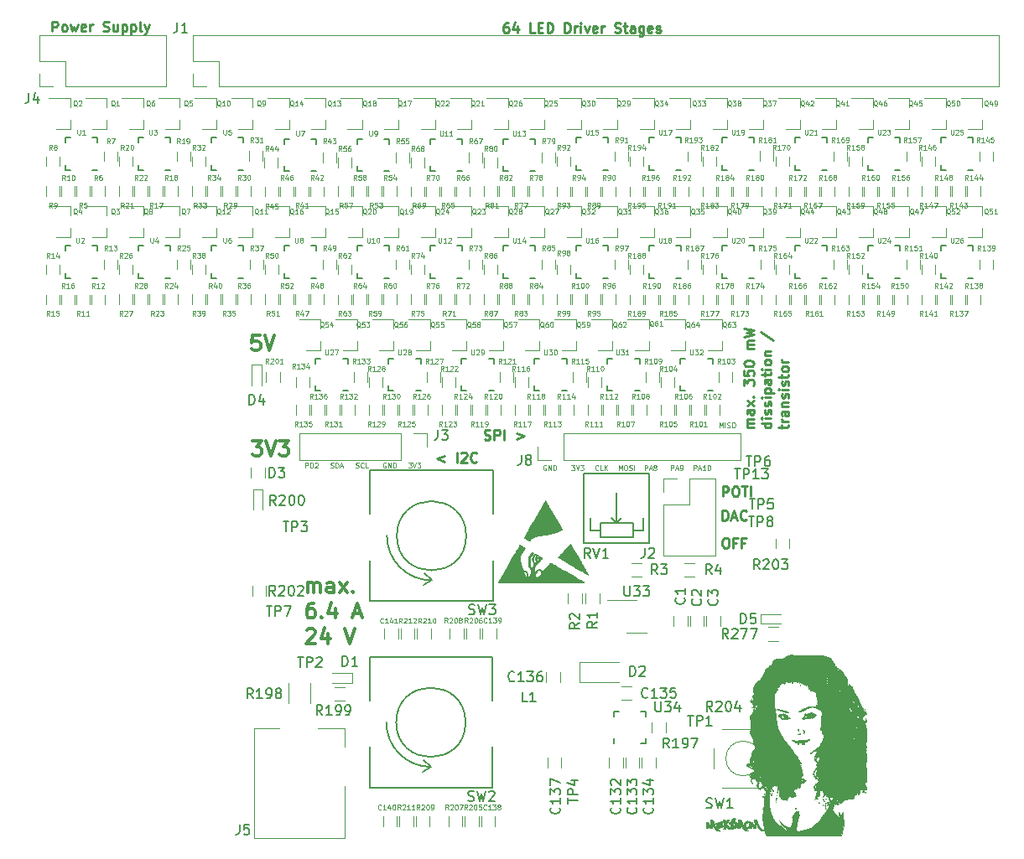
<source format=gbr>
G04 #@! TF.FileFunction,Legend,Top*
%FSLAX46Y46*%
G04 Gerber Fmt 4.6, Leading zero omitted, Abs format (unit mm)*
G04 Created by KiCad (PCBNEW 4.0.7-e2-6376~58~ubuntu17.04.1) date Mon Dec 11 10:41:26 2017*
%MOMM*%
%LPD*%
G01*
G04 APERTURE LIST*
%ADD10C,0.100000*%
%ADD11C,0.250000*%
%ADD12C,0.125000*%
%ADD13C,0.300000*%
%ADD14C,0.010000*%
%ADD15C,0.150000*%
%ADD16C,0.120000*%
G04 APERTURE END LIST*
D10*
D11*
X2778095Y-1087381D02*
X2778095Y-87381D01*
X3159048Y-87381D01*
X3254286Y-135000D01*
X3301905Y-182619D01*
X3349524Y-277857D01*
X3349524Y-420714D01*
X3301905Y-515952D01*
X3254286Y-563571D01*
X3159048Y-611190D01*
X2778095Y-611190D01*
X3920952Y-1087381D02*
X3825714Y-1039762D01*
X3778095Y-992143D01*
X3730476Y-896905D01*
X3730476Y-611190D01*
X3778095Y-515952D01*
X3825714Y-468333D01*
X3920952Y-420714D01*
X4063810Y-420714D01*
X4159048Y-468333D01*
X4206667Y-515952D01*
X4254286Y-611190D01*
X4254286Y-896905D01*
X4206667Y-992143D01*
X4159048Y-1039762D01*
X4063810Y-1087381D01*
X3920952Y-1087381D01*
X4587619Y-420714D02*
X4778095Y-1087381D01*
X4968572Y-611190D01*
X5159048Y-1087381D01*
X5349524Y-420714D01*
X6111429Y-1039762D02*
X6016191Y-1087381D01*
X5825714Y-1087381D01*
X5730476Y-1039762D01*
X5682857Y-944524D01*
X5682857Y-563571D01*
X5730476Y-468333D01*
X5825714Y-420714D01*
X6016191Y-420714D01*
X6111429Y-468333D01*
X6159048Y-563571D01*
X6159048Y-658810D01*
X5682857Y-754048D01*
X6587619Y-1087381D02*
X6587619Y-420714D01*
X6587619Y-611190D02*
X6635238Y-515952D01*
X6682857Y-468333D01*
X6778095Y-420714D01*
X6873334Y-420714D01*
X7920953Y-1039762D02*
X8063810Y-1087381D01*
X8301906Y-1087381D01*
X8397144Y-1039762D01*
X8444763Y-992143D01*
X8492382Y-896905D01*
X8492382Y-801667D01*
X8444763Y-706429D01*
X8397144Y-658810D01*
X8301906Y-611190D01*
X8111429Y-563571D01*
X8016191Y-515952D01*
X7968572Y-468333D01*
X7920953Y-373095D01*
X7920953Y-277857D01*
X7968572Y-182619D01*
X8016191Y-135000D01*
X8111429Y-87381D01*
X8349525Y-87381D01*
X8492382Y-135000D01*
X9349525Y-420714D02*
X9349525Y-1087381D01*
X8920953Y-420714D02*
X8920953Y-944524D01*
X8968572Y-1039762D01*
X9063810Y-1087381D01*
X9206668Y-1087381D01*
X9301906Y-1039762D01*
X9349525Y-992143D01*
X9825715Y-420714D02*
X9825715Y-1420714D01*
X9825715Y-468333D02*
X9920953Y-420714D01*
X10111430Y-420714D01*
X10206668Y-468333D01*
X10254287Y-515952D01*
X10301906Y-611190D01*
X10301906Y-896905D01*
X10254287Y-992143D01*
X10206668Y-1039762D01*
X10111430Y-1087381D01*
X9920953Y-1087381D01*
X9825715Y-1039762D01*
X10730477Y-420714D02*
X10730477Y-1420714D01*
X10730477Y-468333D02*
X10825715Y-420714D01*
X11016192Y-420714D01*
X11111430Y-468333D01*
X11159049Y-515952D01*
X11206668Y-611190D01*
X11206668Y-896905D01*
X11159049Y-992143D01*
X11111430Y-1039762D01*
X11016192Y-1087381D01*
X10825715Y-1087381D01*
X10730477Y-1039762D01*
X11778096Y-1087381D02*
X11682858Y-1039762D01*
X11635239Y-944524D01*
X11635239Y-87381D01*
X12063811Y-420714D02*
X12301906Y-1087381D01*
X12540002Y-420714D02*
X12301906Y-1087381D01*
X12206668Y-1325476D01*
X12159049Y-1373095D01*
X12063811Y-1420714D01*
X48799667Y-214381D02*
X48609190Y-214381D01*
X48513952Y-262000D01*
X48466333Y-309619D01*
X48371095Y-452476D01*
X48323476Y-642952D01*
X48323476Y-1023905D01*
X48371095Y-1119143D01*
X48418714Y-1166762D01*
X48513952Y-1214381D01*
X48704429Y-1214381D01*
X48799667Y-1166762D01*
X48847286Y-1119143D01*
X48894905Y-1023905D01*
X48894905Y-785810D01*
X48847286Y-690571D01*
X48799667Y-642952D01*
X48704429Y-595333D01*
X48513952Y-595333D01*
X48418714Y-642952D01*
X48371095Y-690571D01*
X48323476Y-785810D01*
X49752048Y-547714D02*
X49752048Y-1214381D01*
X49513952Y-166762D02*
X49275857Y-881048D01*
X49894905Y-881048D01*
X51513953Y-1214381D02*
X51037762Y-1214381D01*
X51037762Y-214381D01*
X51847286Y-690571D02*
X52180620Y-690571D01*
X52323477Y-1214381D02*
X51847286Y-1214381D01*
X51847286Y-214381D01*
X52323477Y-214381D01*
X52752048Y-1214381D02*
X52752048Y-214381D01*
X52990143Y-214381D01*
X53133001Y-262000D01*
X53228239Y-357238D01*
X53275858Y-452476D01*
X53323477Y-642952D01*
X53323477Y-785810D01*
X53275858Y-976286D01*
X53228239Y-1071524D01*
X53133001Y-1166762D01*
X52990143Y-1214381D01*
X52752048Y-1214381D01*
X54513953Y-1214381D02*
X54513953Y-214381D01*
X54752048Y-214381D01*
X54894906Y-262000D01*
X54990144Y-357238D01*
X55037763Y-452476D01*
X55085382Y-642952D01*
X55085382Y-785810D01*
X55037763Y-976286D01*
X54990144Y-1071524D01*
X54894906Y-1166762D01*
X54752048Y-1214381D01*
X54513953Y-1214381D01*
X55513953Y-1214381D02*
X55513953Y-547714D01*
X55513953Y-738190D02*
X55561572Y-642952D01*
X55609191Y-595333D01*
X55704429Y-547714D01*
X55799668Y-547714D01*
X56133001Y-1214381D02*
X56133001Y-547714D01*
X56133001Y-214381D02*
X56085382Y-262000D01*
X56133001Y-309619D01*
X56180620Y-262000D01*
X56133001Y-214381D01*
X56133001Y-309619D01*
X56513953Y-547714D02*
X56752048Y-1214381D01*
X56990144Y-547714D01*
X57752049Y-1166762D02*
X57656811Y-1214381D01*
X57466334Y-1214381D01*
X57371096Y-1166762D01*
X57323477Y-1071524D01*
X57323477Y-690571D01*
X57371096Y-595333D01*
X57466334Y-547714D01*
X57656811Y-547714D01*
X57752049Y-595333D01*
X57799668Y-690571D01*
X57799668Y-785810D01*
X57323477Y-881048D01*
X58228239Y-1214381D02*
X58228239Y-547714D01*
X58228239Y-738190D02*
X58275858Y-642952D01*
X58323477Y-595333D01*
X58418715Y-547714D01*
X58513954Y-547714D01*
X59561573Y-1166762D02*
X59704430Y-1214381D01*
X59942526Y-1214381D01*
X60037764Y-1166762D01*
X60085383Y-1119143D01*
X60133002Y-1023905D01*
X60133002Y-928667D01*
X60085383Y-833429D01*
X60037764Y-785810D01*
X59942526Y-738190D01*
X59752049Y-690571D01*
X59656811Y-642952D01*
X59609192Y-595333D01*
X59561573Y-500095D01*
X59561573Y-404857D01*
X59609192Y-309619D01*
X59656811Y-262000D01*
X59752049Y-214381D01*
X59990145Y-214381D01*
X60133002Y-262000D01*
X60418716Y-547714D02*
X60799668Y-547714D01*
X60561573Y-214381D02*
X60561573Y-1071524D01*
X60609192Y-1166762D01*
X60704430Y-1214381D01*
X60799668Y-1214381D01*
X61561574Y-1214381D02*
X61561574Y-690571D01*
X61513955Y-595333D01*
X61418717Y-547714D01*
X61228240Y-547714D01*
X61133002Y-595333D01*
X61561574Y-1166762D02*
X61466336Y-1214381D01*
X61228240Y-1214381D01*
X61133002Y-1166762D01*
X61085383Y-1071524D01*
X61085383Y-976286D01*
X61133002Y-881048D01*
X61228240Y-833429D01*
X61466336Y-833429D01*
X61561574Y-785810D01*
X62466336Y-547714D02*
X62466336Y-1357238D01*
X62418717Y-1452476D01*
X62371098Y-1500095D01*
X62275859Y-1547714D01*
X62133002Y-1547714D01*
X62037764Y-1500095D01*
X62466336Y-1166762D02*
X62371098Y-1214381D01*
X62180621Y-1214381D01*
X62085383Y-1166762D01*
X62037764Y-1119143D01*
X61990145Y-1023905D01*
X61990145Y-738190D01*
X62037764Y-642952D01*
X62085383Y-595333D01*
X62180621Y-547714D01*
X62371098Y-547714D01*
X62466336Y-595333D01*
X63323479Y-1166762D02*
X63228241Y-1214381D01*
X63037764Y-1214381D01*
X62942526Y-1166762D01*
X62894907Y-1071524D01*
X62894907Y-690571D01*
X62942526Y-595333D01*
X63037764Y-547714D01*
X63228241Y-547714D01*
X63323479Y-595333D01*
X63371098Y-690571D01*
X63371098Y-785810D01*
X62894907Y-881048D01*
X63752050Y-1166762D02*
X63847288Y-1214381D01*
X64037764Y-1214381D01*
X64133003Y-1166762D01*
X64180622Y-1071524D01*
X64180622Y-1023905D01*
X64133003Y-928667D01*
X64037764Y-881048D01*
X63894907Y-881048D01*
X63799669Y-833429D01*
X63752050Y-738190D01*
X63752050Y-690571D01*
X63799669Y-595333D01*
X63894907Y-547714D01*
X64037764Y-547714D01*
X64133003Y-595333D01*
X42395200Y-43971714D02*
X41633295Y-44257429D01*
X42395200Y-44543143D01*
X43633295Y-44638381D02*
X43633295Y-43638381D01*
X44061866Y-43733619D02*
X44109485Y-43686000D01*
X44204723Y-43638381D01*
X44442819Y-43638381D01*
X44538057Y-43686000D01*
X44585676Y-43733619D01*
X44633295Y-43828857D01*
X44633295Y-43924095D01*
X44585676Y-44066952D01*
X44014247Y-44638381D01*
X44633295Y-44638381D01*
X45633295Y-44543143D02*
X45585676Y-44590762D01*
X45442819Y-44638381D01*
X45347581Y-44638381D01*
X45204723Y-44590762D01*
X45109485Y-44495524D01*
X45061866Y-44400286D01*
X45014247Y-44209810D01*
X45014247Y-44066952D01*
X45061866Y-43876476D01*
X45109485Y-43781238D01*
X45204723Y-43686000D01*
X45347581Y-43638381D01*
X45442819Y-43638381D01*
X45585676Y-43686000D01*
X45633295Y-43733619D01*
X46411676Y-42304762D02*
X46554533Y-42352381D01*
X46792629Y-42352381D01*
X46887867Y-42304762D01*
X46935486Y-42257143D01*
X46983105Y-42161905D01*
X46983105Y-42066667D01*
X46935486Y-41971429D01*
X46887867Y-41923810D01*
X46792629Y-41876190D01*
X46602152Y-41828571D01*
X46506914Y-41780952D01*
X46459295Y-41733333D01*
X46411676Y-41638095D01*
X46411676Y-41542857D01*
X46459295Y-41447619D01*
X46506914Y-41400000D01*
X46602152Y-41352381D01*
X46840248Y-41352381D01*
X46983105Y-41400000D01*
X47411676Y-42352381D02*
X47411676Y-41352381D01*
X47792629Y-41352381D01*
X47887867Y-41400000D01*
X47935486Y-41447619D01*
X47983105Y-41542857D01*
X47983105Y-41685714D01*
X47935486Y-41780952D01*
X47887867Y-41828571D01*
X47792629Y-41876190D01*
X47411676Y-41876190D01*
X48411676Y-42352381D02*
X48411676Y-41352381D01*
X49649771Y-41685714D02*
X50411676Y-41971429D01*
X49649771Y-42257143D01*
X73600181Y-41077705D02*
X72933514Y-41077705D01*
X73028752Y-41077705D02*
X72981133Y-41030086D01*
X72933514Y-40934848D01*
X72933514Y-40791990D01*
X72981133Y-40696752D01*
X73076371Y-40649133D01*
X73600181Y-40649133D01*
X73076371Y-40649133D02*
X72981133Y-40601514D01*
X72933514Y-40506276D01*
X72933514Y-40363419D01*
X72981133Y-40268181D01*
X73076371Y-40220562D01*
X73600181Y-40220562D01*
X73600181Y-39315800D02*
X73076371Y-39315800D01*
X72981133Y-39363419D01*
X72933514Y-39458657D01*
X72933514Y-39649134D01*
X72981133Y-39744372D01*
X73552562Y-39315800D02*
X73600181Y-39411038D01*
X73600181Y-39649134D01*
X73552562Y-39744372D01*
X73457324Y-39791991D01*
X73362086Y-39791991D01*
X73266848Y-39744372D01*
X73219229Y-39649134D01*
X73219229Y-39411038D01*
X73171610Y-39315800D01*
X73600181Y-38934848D02*
X72933514Y-38411038D01*
X72933514Y-38934848D02*
X73600181Y-38411038D01*
X73504943Y-38030086D02*
X73552562Y-37982467D01*
X73600181Y-38030086D01*
X73552562Y-38077705D01*
X73504943Y-38030086D01*
X73600181Y-38030086D01*
X72600181Y-36887229D02*
X72600181Y-36268181D01*
X72981133Y-36601515D01*
X72981133Y-36458657D01*
X73028752Y-36363419D01*
X73076371Y-36315800D01*
X73171610Y-36268181D01*
X73409705Y-36268181D01*
X73504943Y-36315800D01*
X73552562Y-36363419D01*
X73600181Y-36458657D01*
X73600181Y-36744372D01*
X73552562Y-36839610D01*
X73504943Y-36887229D01*
X72600181Y-35363419D02*
X72600181Y-35839610D01*
X73076371Y-35887229D01*
X73028752Y-35839610D01*
X72981133Y-35744372D01*
X72981133Y-35506276D01*
X73028752Y-35411038D01*
X73076371Y-35363419D01*
X73171610Y-35315800D01*
X73409705Y-35315800D01*
X73504943Y-35363419D01*
X73552562Y-35411038D01*
X73600181Y-35506276D01*
X73600181Y-35744372D01*
X73552562Y-35839610D01*
X73504943Y-35887229D01*
X72600181Y-34696753D02*
X72600181Y-34601514D01*
X72647800Y-34506276D01*
X72695419Y-34458657D01*
X72790657Y-34411038D01*
X72981133Y-34363419D01*
X73219229Y-34363419D01*
X73409705Y-34411038D01*
X73504943Y-34458657D01*
X73552562Y-34506276D01*
X73600181Y-34601514D01*
X73600181Y-34696753D01*
X73552562Y-34791991D01*
X73504943Y-34839610D01*
X73409705Y-34887229D01*
X73219229Y-34934848D01*
X72981133Y-34934848D01*
X72790657Y-34887229D01*
X72695419Y-34839610D01*
X72647800Y-34791991D01*
X72600181Y-34696753D01*
X73600181Y-33172943D02*
X72933514Y-33172943D01*
X73028752Y-33172943D02*
X72981133Y-33125324D01*
X72933514Y-33030086D01*
X72933514Y-32887228D01*
X72981133Y-32791990D01*
X73076371Y-32744371D01*
X73600181Y-32744371D01*
X73076371Y-32744371D02*
X72981133Y-32696752D01*
X72933514Y-32601514D01*
X72933514Y-32458657D01*
X72981133Y-32363419D01*
X73076371Y-32315800D01*
X73600181Y-32315800D01*
X72600181Y-31934848D02*
X73600181Y-31696753D01*
X72885895Y-31506276D01*
X73600181Y-31315800D01*
X72600181Y-31077705D01*
X75350181Y-40649133D02*
X74350181Y-40649133D01*
X75302562Y-40649133D02*
X75350181Y-40744371D01*
X75350181Y-40934848D01*
X75302562Y-41030086D01*
X75254943Y-41077705D01*
X75159705Y-41125324D01*
X74873990Y-41125324D01*
X74778752Y-41077705D01*
X74731133Y-41030086D01*
X74683514Y-40934848D01*
X74683514Y-40744371D01*
X74731133Y-40649133D01*
X75350181Y-40172943D02*
X74683514Y-40172943D01*
X74350181Y-40172943D02*
X74397800Y-40220562D01*
X74445419Y-40172943D01*
X74397800Y-40125324D01*
X74350181Y-40172943D01*
X74445419Y-40172943D01*
X75302562Y-39744372D02*
X75350181Y-39649134D01*
X75350181Y-39458658D01*
X75302562Y-39363419D01*
X75207324Y-39315800D01*
X75159705Y-39315800D01*
X75064467Y-39363419D01*
X75016848Y-39458658D01*
X75016848Y-39601515D01*
X74969229Y-39696753D01*
X74873990Y-39744372D01*
X74826371Y-39744372D01*
X74731133Y-39696753D01*
X74683514Y-39601515D01*
X74683514Y-39458658D01*
X74731133Y-39363419D01*
X75302562Y-38934848D02*
X75350181Y-38839610D01*
X75350181Y-38649134D01*
X75302562Y-38553895D01*
X75207324Y-38506276D01*
X75159705Y-38506276D01*
X75064467Y-38553895D01*
X75016848Y-38649134D01*
X75016848Y-38791991D01*
X74969229Y-38887229D01*
X74873990Y-38934848D01*
X74826371Y-38934848D01*
X74731133Y-38887229D01*
X74683514Y-38791991D01*
X74683514Y-38649134D01*
X74731133Y-38553895D01*
X75350181Y-38077705D02*
X74683514Y-38077705D01*
X74350181Y-38077705D02*
X74397800Y-38125324D01*
X74445419Y-38077705D01*
X74397800Y-38030086D01*
X74350181Y-38077705D01*
X74445419Y-38077705D01*
X74683514Y-37601515D02*
X75683514Y-37601515D01*
X74731133Y-37601515D02*
X74683514Y-37506277D01*
X74683514Y-37315800D01*
X74731133Y-37220562D01*
X74778752Y-37172943D01*
X74873990Y-37125324D01*
X75159705Y-37125324D01*
X75254943Y-37172943D01*
X75302562Y-37220562D01*
X75350181Y-37315800D01*
X75350181Y-37506277D01*
X75302562Y-37601515D01*
X75350181Y-36268181D02*
X74826371Y-36268181D01*
X74731133Y-36315800D01*
X74683514Y-36411038D01*
X74683514Y-36601515D01*
X74731133Y-36696753D01*
X75302562Y-36268181D02*
X75350181Y-36363419D01*
X75350181Y-36601515D01*
X75302562Y-36696753D01*
X75207324Y-36744372D01*
X75112086Y-36744372D01*
X75016848Y-36696753D01*
X74969229Y-36601515D01*
X74969229Y-36363419D01*
X74921610Y-36268181D01*
X74683514Y-35934848D02*
X74683514Y-35553896D01*
X74350181Y-35791991D02*
X75207324Y-35791991D01*
X75302562Y-35744372D01*
X75350181Y-35649134D01*
X75350181Y-35553896D01*
X75350181Y-35220562D02*
X74683514Y-35220562D01*
X74350181Y-35220562D02*
X74397800Y-35268181D01*
X74445419Y-35220562D01*
X74397800Y-35172943D01*
X74350181Y-35220562D01*
X74445419Y-35220562D01*
X75350181Y-34601515D02*
X75302562Y-34696753D01*
X75254943Y-34744372D01*
X75159705Y-34791991D01*
X74873990Y-34791991D01*
X74778752Y-34744372D01*
X74731133Y-34696753D01*
X74683514Y-34601515D01*
X74683514Y-34458657D01*
X74731133Y-34363419D01*
X74778752Y-34315800D01*
X74873990Y-34268181D01*
X75159705Y-34268181D01*
X75254943Y-34315800D01*
X75302562Y-34363419D01*
X75350181Y-34458657D01*
X75350181Y-34601515D01*
X74683514Y-33839610D02*
X75350181Y-33839610D01*
X74778752Y-33839610D02*
X74731133Y-33791991D01*
X74683514Y-33696753D01*
X74683514Y-33553895D01*
X74731133Y-33458657D01*
X74826371Y-33411038D01*
X75350181Y-33411038D01*
X74302562Y-31458657D02*
X75588276Y-32315800D01*
X76433514Y-41220562D02*
X76433514Y-40839610D01*
X76100181Y-41077705D02*
X76957324Y-41077705D01*
X77052562Y-41030086D01*
X77100181Y-40934848D01*
X77100181Y-40839610D01*
X77100181Y-40506276D02*
X76433514Y-40506276D01*
X76623990Y-40506276D02*
X76528752Y-40458657D01*
X76481133Y-40411038D01*
X76433514Y-40315800D01*
X76433514Y-40220561D01*
X77100181Y-39458656D02*
X76576371Y-39458656D01*
X76481133Y-39506275D01*
X76433514Y-39601513D01*
X76433514Y-39791990D01*
X76481133Y-39887228D01*
X77052562Y-39458656D02*
X77100181Y-39553894D01*
X77100181Y-39791990D01*
X77052562Y-39887228D01*
X76957324Y-39934847D01*
X76862086Y-39934847D01*
X76766848Y-39887228D01*
X76719229Y-39791990D01*
X76719229Y-39553894D01*
X76671610Y-39458656D01*
X76433514Y-38982466D02*
X77100181Y-38982466D01*
X76528752Y-38982466D02*
X76481133Y-38934847D01*
X76433514Y-38839609D01*
X76433514Y-38696751D01*
X76481133Y-38601513D01*
X76576371Y-38553894D01*
X77100181Y-38553894D01*
X77052562Y-38125323D02*
X77100181Y-38030085D01*
X77100181Y-37839609D01*
X77052562Y-37744370D01*
X76957324Y-37696751D01*
X76909705Y-37696751D01*
X76814467Y-37744370D01*
X76766848Y-37839609D01*
X76766848Y-37982466D01*
X76719229Y-38077704D01*
X76623990Y-38125323D01*
X76576371Y-38125323D01*
X76481133Y-38077704D01*
X76433514Y-37982466D01*
X76433514Y-37839609D01*
X76481133Y-37744370D01*
X77100181Y-37268180D02*
X76433514Y-37268180D01*
X76100181Y-37268180D02*
X76147800Y-37315799D01*
X76195419Y-37268180D01*
X76147800Y-37220561D01*
X76100181Y-37268180D01*
X76195419Y-37268180D01*
X77052562Y-36839609D02*
X77100181Y-36744371D01*
X77100181Y-36553895D01*
X77052562Y-36458656D01*
X76957324Y-36411037D01*
X76909705Y-36411037D01*
X76814467Y-36458656D01*
X76766848Y-36553895D01*
X76766848Y-36696752D01*
X76719229Y-36791990D01*
X76623990Y-36839609D01*
X76576371Y-36839609D01*
X76481133Y-36791990D01*
X76433514Y-36696752D01*
X76433514Y-36553895D01*
X76481133Y-36458656D01*
X76433514Y-36125323D02*
X76433514Y-35744371D01*
X76100181Y-35982466D02*
X76957324Y-35982466D01*
X77052562Y-35934847D01*
X77100181Y-35839609D01*
X77100181Y-35744371D01*
X77100181Y-35268180D02*
X77052562Y-35363418D01*
X77004943Y-35411037D01*
X76909705Y-35458656D01*
X76623990Y-35458656D01*
X76528752Y-35411037D01*
X76481133Y-35363418D01*
X76433514Y-35268180D01*
X76433514Y-35125322D01*
X76481133Y-35030084D01*
X76528752Y-34982465D01*
X76623990Y-34934846D01*
X76909705Y-34934846D01*
X77004943Y-34982465D01*
X77052562Y-35030084D01*
X77100181Y-35125322D01*
X77100181Y-35268180D01*
X77100181Y-34506275D02*
X76433514Y-34506275D01*
X76623990Y-34506275D02*
X76528752Y-34458656D01*
X76481133Y-34411037D01*
X76433514Y-34315799D01*
X76433514Y-34220560D01*
X70668819Y-52274381D02*
X70859296Y-52274381D01*
X70954534Y-52322000D01*
X71049772Y-52417238D01*
X71097391Y-52607714D01*
X71097391Y-52941048D01*
X71049772Y-53131524D01*
X70954534Y-53226762D01*
X70859296Y-53274381D01*
X70668819Y-53274381D01*
X70573581Y-53226762D01*
X70478343Y-53131524D01*
X70430724Y-52941048D01*
X70430724Y-52607714D01*
X70478343Y-52417238D01*
X70573581Y-52322000D01*
X70668819Y-52274381D01*
X71859296Y-52750571D02*
X71525962Y-52750571D01*
X71525962Y-53274381D02*
X71525962Y-52274381D01*
X72002153Y-52274381D01*
X72716439Y-52750571D02*
X72383105Y-52750571D01*
X72383105Y-53274381D02*
X72383105Y-52274381D01*
X72859296Y-52274381D01*
X70470438Y-48067381D02*
X70470438Y-47067381D01*
X70851391Y-47067381D01*
X70946629Y-47115000D01*
X70994248Y-47162619D01*
X71041867Y-47257857D01*
X71041867Y-47400714D01*
X70994248Y-47495952D01*
X70946629Y-47543571D01*
X70851391Y-47591190D01*
X70470438Y-47591190D01*
X71660914Y-47067381D02*
X71851391Y-47067381D01*
X71946629Y-47115000D01*
X72041867Y-47210238D01*
X72089486Y-47400714D01*
X72089486Y-47734048D01*
X72041867Y-47924524D01*
X71946629Y-48019762D01*
X71851391Y-48067381D01*
X71660914Y-48067381D01*
X71565676Y-48019762D01*
X71470438Y-47924524D01*
X71422819Y-47734048D01*
X71422819Y-47400714D01*
X71470438Y-47210238D01*
X71565676Y-47115000D01*
X71660914Y-47067381D01*
X72375200Y-47067381D02*
X72946629Y-47067381D01*
X72660914Y-48067381D02*
X72660914Y-47067381D01*
X73279962Y-48067381D02*
X73279962Y-47067381D01*
X70430724Y-50480381D02*
X70430724Y-49480381D01*
X70668819Y-49480381D01*
X70811677Y-49528000D01*
X70906915Y-49623238D01*
X70954534Y-49718476D01*
X71002153Y-49908952D01*
X71002153Y-50051810D01*
X70954534Y-50242286D01*
X70906915Y-50337524D01*
X70811677Y-50432762D01*
X70668819Y-50480381D01*
X70430724Y-50480381D01*
X71383105Y-50194667D02*
X71859296Y-50194667D01*
X71287867Y-50480381D02*
X71621200Y-49480381D01*
X71954534Y-50480381D01*
X72859296Y-50385143D02*
X72811677Y-50432762D01*
X72668820Y-50480381D01*
X72573582Y-50480381D01*
X72430724Y-50432762D01*
X72335486Y-50337524D01*
X72287867Y-50242286D01*
X72240248Y-50051810D01*
X72240248Y-49908952D01*
X72287867Y-49718476D01*
X72335486Y-49623238D01*
X72430724Y-49528000D01*
X72573582Y-49480381D01*
X72668820Y-49480381D01*
X72811677Y-49528000D01*
X72859296Y-49575619D01*
D12*
X28330153Y-45174190D02*
X28330153Y-44674190D01*
X28520629Y-44674190D01*
X28568248Y-44698000D01*
X28592057Y-44721810D01*
X28615867Y-44769429D01*
X28615867Y-44840857D01*
X28592057Y-44888476D01*
X28568248Y-44912286D01*
X28520629Y-44936095D01*
X28330153Y-44936095D01*
X28830153Y-45174190D02*
X28830153Y-44674190D01*
X28949200Y-44674190D01*
X29020629Y-44698000D01*
X29068248Y-44745619D01*
X29092057Y-44793238D01*
X29115867Y-44888476D01*
X29115867Y-44959905D01*
X29092057Y-45055143D01*
X29068248Y-45102762D01*
X29020629Y-45150381D01*
X28949200Y-45174190D01*
X28830153Y-45174190D01*
X29306343Y-44721810D02*
X29330153Y-44698000D01*
X29377772Y-44674190D01*
X29496819Y-44674190D01*
X29544438Y-44698000D01*
X29568248Y-44721810D01*
X29592057Y-44769429D01*
X29592057Y-44817048D01*
X29568248Y-44888476D01*
X29282534Y-45174190D01*
X29592057Y-45174190D01*
X30882058Y-45150381D02*
X30953487Y-45174190D01*
X31072534Y-45174190D01*
X31120153Y-45150381D01*
X31143963Y-45126571D01*
X31167772Y-45078952D01*
X31167772Y-45031333D01*
X31143963Y-44983714D01*
X31120153Y-44959905D01*
X31072534Y-44936095D01*
X30977296Y-44912286D01*
X30929677Y-44888476D01*
X30905868Y-44864667D01*
X30882058Y-44817048D01*
X30882058Y-44769429D01*
X30905868Y-44721810D01*
X30929677Y-44698000D01*
X30977296Y-44674190D01*
X31096344Y-44674190D01*
X31167772Y-44698000D01*
X31382058Y-45174190D02*
X31382058Y-44674190D01*
X31501105Y-44674190D01*
X31572534Y-44698000D01*
X31620153Y-44745619D01*
X31643962Y-44793238D01*
X31667772Y-44888476D01*
X31667772Y-44959905D01*
X31643962Y-45055143D01*
X31620153Y-45102762D01*
X31572534Y-45150381D01*
X31501105Y-45174190D01*
X31382058Y-45174190D01*
X31858248Y-45031333D02*
X32096343Y-45031333D01*
X31810629Y-45174190D02*
X31977296Y-44674190D01*
X32143962Y-45174190D01*
X33433962Y-45150381D02*
X33505391Y-45174190D01*
X33624438Y-45174190D01*
X33672057Y-45150381D01*
X33695867Y-45126571D01*
X33719676Y-45078952D01*
X33719676Y-45031333D01*
X33695867Y-44983714D01*
X33672057Y-44959905D01*
X33624438Y-44936095D01*
X33529200Y-44912286D01*
X33481581Y-44888476D01*
X33457772Y-44864667D01*
X33433962Y-44817048D01*
X33433962Y-44769429D01*
X33457772Y-44721810D01*
X33481581Y-44698000D01*
X33529200Y-44674190D01*
X33648248Y-44674190D01*
X33719676Y-44698000D01*
X34219676Y-45126571D02*
X34195866Y-45150381D01*
X34124438Y-45174190D01*
X34076819Y-45174190D01*
X34005390Y-45150381D01*
X33957771Y-45102762D01*
X33933962Y-45055143D01*
X33910152Y-44959905D01*
X33910152Y-44888476D01*
X33933962Y-44793238D01*
X33957771Y-44745619D01*
X34005390Y-44698000D01*
X34076819Y-44674190D01*
X34124438Y-44674190D01*
X34195866Y-44698000D01*
X34219676Y-44721810D01*
X34672057Y-45174190D02*
X34433962Y-45174190D01*
X34433962Y-44674190D01*
X36442247Y-44698000D02*
X36394628Y-44674190D01*
X36323200Y-44674190D01*
X36251771Y-44698000D01*
X36204152Y-44745619D01*
X36180343Y-44793238D01*
X36156533Y-44888476D01*
X36156533Y-44959905D01*
X36180343Y-45055143D01*
X36204152Y-45102762D01*
X36251771Y-45150381D01*
X36323200Y-45174190D01*
X36370819Y-45174190D01*
X36442247Y-45150381D01*
X36466057Y-45126571D01*
X36466057Y-44959905D01*
X36370819Y-44959905D01*
X36680343Y-45174190D02*
X36680343Y-44674190D01*
X36966057Y-45174190D01*
X36966057Y-44674190D01*
X37204153Y-45174190D02*
X37204153Y-44674190D01*
X37323200Y-44674190D01*
X37394629Y-44698000D01*
X37442248Y-44745619D01*
X37466057Y-44793238D01*
X37489867Y-44888476D01*
X37489867Y-44959905D01*
X37466057Y-45055143D01*
X37442248Y-45102762D01*
X37394629Y-45150381D01*
X37323200Y-45174190D01*
X37204153Y-45174190D01*
X38744154Y-44674190D02*
X39053677Y-44674190D01*
X38887011Y-44864667D01*
X38958439Y-44864667D01*
X39006058Y-44888476D01*
X39029868Y-44912286D01*
X39053677Y-44959905D01*
X39053677Y-45078952D01*
X39029868Y-45126571D01*
X39006058Y-45150381D01*
X38958439Y-45174190D01*
X38815582Y-45174190D01*
X38767963Y-45150381D01*
X38744154Y-45126571D01*
X39196534Y-44674190D02*
X39363201Y-45174190D01*
X39529867Y-44674190D01*
X39648915Y-44674190D02*
X39958438Y-44674190D01*
X39791772Y-44864667D01*
X39863200Y-44864667D01*
X39910819Y-44888476D01*
X39934629Y-44912286D01*
X39958438Y-44959905D01*
X39958438Y-45078952D01*
X39934629Y-45126571D01*
X39910819Y-45150381D01*
X39863200Y-45174190D01*
X39720343Y-45174190D01*
X39672724Y-45150381D01*
X39648915Y-45126571D01*
X70124286Y-41110190D02*
X70124286Y-40610190D01*
X70290952Y-40967333D01*
X70457619Y-40610190D01*
X70457619Y-41110190D01*
X70695715Y-41110190D02*
X70695715Y-40610190D01*
X70910000Y-41086381D02*
X70981429Y-41110190D01*
X71100476Y-41110190D01*
X71148095Y-41086381D01*
X71171905Y-41062571D01*
X71195714Y-41014952D01*
X71195714Y-40967333D01*
X71171905Y-40919714D01*
X71148095Y-40895905D01*
X71100476Y-40872095D01*
X71005238Y-40848286D01*
X70957619Y-40824476D01*
X70933810Y-40800667D01*
X70910000Y-40753048D01*
X70910000Y-40705429D01*
X70933810Y-40657810D01*
X70957619Y-40634000D01*
X71005238Y-40610190D01*
X71124286Y-40610190D01*
X71195714Y-40634000D01*
X71505238Y-40610190D02*
X71600476Y-40610190D01*
X71648095Y-40634000D01*
X71695714Y-40681619D01*
X71719523Y-40776857D01*
X71719523Y-40943524D01*
X71695714Y-41038762D01*
X71648095Y-41086381D01*
X71600476Y-41110190D01*
X71505238Y-41110190D01*
X71457619Y-41086381D01*
X71410000Y-41038762D01*
X71386190Y-40943524D01*
X71386190Y-40776857D01*
X71410000Y-40681619D01*
X71457619Y-40634000D01*
X71505238Y-40610190D01*
X67548573Y-45428190D02*
X67548573Y-44928190D01*
X67739049Y-44928190D01*
X67786668Y-44952000D01*
X67810477Y-44975810D01*
X67834287Y-45023429D01*
X67834287Y-45094857D01*
X67810477Y-45142476D01*
X67786668Y-45166286D01*
X67739049Y-45190095D01*
X67548573Y-45190095D01*
X68024763Y-45285333D02*
X68262858Y-45285333D01*
X67977144Y-45428190D02*
X68143811Y-44928190D01*
X68310477Y-45428190D01*
X68739048Y-45428190D02*
X68453334Y-45428190D01*
X68596191Y-45428190D02*
X68596191Y-44928190D01*
X68548572Y-44999619D01*
X68500953Y-45047238D01*
X68453334Y-45071048D01*
X69048572Y-44928190D02*
X69096191Y-44928190D01*
X69143810Y-44952000D01*
X69167619Y-44975810D01*
X69191429Y-45023429D01*
X69215238Y-45118667D01*
X69215238Y-45237714D01*
X69191429Y-45332952D01*
X69167619Y-45380571D01*
X69143810Y-45404381D01*
X69096191Y-45428190D01*
X69048572Y-45428190D01*
X69000953Y-45404381D01*
X68977143Y-45380571D01*
X68953334Y-45332952D01*
X68929524Y-45237714D01*
X68929524Y-45118667D01*
X68953334Y-45023429D01*
X68977143Y-44975810D01*
X69000953Y-44952000D01*
X69048572Y-44928190D01*
X65246668Y-45428190D02*
X65246668Y-44928190D01*
X65437144Y-44928190D01*
X65484763Y-44952000D01*
X65508572Y-44975810D01*
X65532382Y-45023429D01*
X65532382Y-45094857D01*
X65508572Y-45142476D01*
X65484763Y-45166286D01*
X65437144Y-45190095D01*
X65246668Y-45190095D01*
X65722858Y-45285333D02*
X65960953Y-45285333D01*
X65675239Y-45428190D02*
X65841906Y-44928190D01*
X66008572Y-45428190D01*
X66199048Y-45428190D02*
X66294286Y-45428190D01*
X66341905Y-45404381D01*
X66365715Y-45380571D01*
X66413334Y-45309143D01*
X66437143Y-45213905D01*
X66437143Y-45023429D01*
X66413334Y-44975810D01*
X66389524Y-44952000D01*
X66341905Y-44928190D01*
X66246667Y-44928190D01*
X66199048Y-44952000D01*
X66175239Y-44975810D01*
X66151429Y-45023429D01*
X66151429Y-45142476D01*
X66175239Y-45190095D01*
X66199048Y-45213905D01*
X66246667Y-45237714D01*
X66341905Y-45237714D01*
X66389524Y-45213905D01*
X66413334Y-45190095D01*
X66437143Y-45142476D01*
X62579668Y-45428190D02*
X62579668Y-44928190D01*
X62770144Y-44928190D01*
X62817763Y-44952000D01*
X62841572Y-44975810D01*
X62865382Y-45023429D01*
X62865382Y-45094857D01*
X62841572Y-45142476D01*
X62817763Y-45166286D01*
X62770144Y-45190095D01*
X62579668Y-45190095D01*
X63055858Y-45285333D02*
X63293953Y-45285333D01*
X63008239Y-45428190D02*
X63174906Y-44928190D01*
X63341572Y-45428190D01*
X63579667Y-45142476D02*
X63532048Y-45118667D01*
X63508239Y-45094857D01*
X63484429Y-45047238D01*
X63484429Y-45023429D01*
X63508239Y-44975810D01*
X63532048Y-44952000D01*
X63579667Y-44928190D01*
X63674905Y-44928190D01*
X63722524Y-44952000D01*
X63746334Y-44975810D01*
X63770143Y-45023429D01*
X63770143Y-45047238D01*
X63746334Y-45094857D01*
X63722524Y-45118667D01*
X63674905Y-45142476D01*
X63579667Y-45142476D01*
X63532048Y-45166286D01*
X63508239Y-45190095D01*
X63484429Y-45237714D01*
X63484429Y-45332952D01*
X63508239Y-45380571D01*
X63532048Y-45404381D01*
X63579667Y-45428190D01*
X63674905Y-45428190D01*
X63722524Y-45404381D01*
X63746334Y-45380571D01*
X63770143Y-45332952D01*
X63770143Y-45237714D01*
X63746334Y-45190095D01*
X63722524Y-45166286D01*
X63674905Y-45142476D01*
X59964286Y-45428190D02*
X59964286Y-44928190D01*
X60130952Y-45285333D01*
X60297619Y-44928190D01*
X60297619Y-45428190D01*
X60630953Y-44928190D02*
X60726191Y-44928190D01*
X60773810Y-44952000D01*
X60821429Y-44999619D01*
X60845238Y-45094857D01*
X60845238Y-45261524D01*
X60821429Y-45356762D01*
X60773810Y-45404381D01*
X60726191Y-45428190D01*
X60630953Y-45428190D01*
X60583334Y-45404381D01*
X60535715Y-45356762D01*
X60511905Y-45261524D01*
X60511905Y-45094857D01*
X60535715Y-44999619D01*
X60583334Y-44952000D01*
X60630953Y-44928190D01*
X61035715Y-45404381D02*
X61107144Y-45428190D01*
X61226191Y-45428190D01*
X61273810Y-45404381D01*
X61297620Y-45380571D01*
X61321429Y-45332952D01*
X61321429Y-45285333D01*
X61297620Y-45237714D01*
X61273810Y-45213905D01*
X61226191Y-45190095D01*
X61130953Y-45166286D01*
X61083334Y-45142476D01*
X61059525Y-45118667D01*
X61035715Y-45071048D01*
X61035715Y-45023429D01*
X61059525Y-44975810D01*
X61083334Y-44952000D01*
X61130953Y-44928190D01*
X61250001Y-44928190D01*
X61321429Y-44952000D01*
X61535715Y-45428190D02*
X61535715Y-44928190D01*
X57912381Y-45380571D02*
X57888571Y-45404381D01*
X57817143Y-45428190D01*
X57769524Y-45428190D01*
X57698095Y-45404381D01*
X57650476Y-45356762D01*
X57626667Y-45309143D01*
X57602857Y-45213905D01*
X57602857Y-45142476D01*
X57626667Y-45047238D01*
X57650476Y-44999619D01*
X57698095Y-44952000D01*
X57769524Y-44928190D01*
X57817143Y-44928190D01*
X57888571Y-44952000D01*
X57912381Y-44975810D01*
X58364762Y-45428190D02*
X58126667Y-45428190D01*
X58126667Y-44928190D01*
X58531429Y-45428190D02*
X58531429Y-44928190D01*
X58817143Y-45428190D02*
X58602857Y-45142476D01*
X58817143Y-44928190D02*
X58531429Y-45213905D01*
X55177954Y-44928190D02*
X55487477Y-44928190D01*
X55320811Y-45118667D01*
X55392239Y-45118667D01*
X55439858Y-45142476D01*
X55463668Y-45166286D01*
X55487477Y-45213905D01*
X55487477Y-45332952D01*
X55463668Y-45380571D01*
X55439858Y-45404381D01*
X55392239Y-45428190D01*
X55249382Y-45428190D01*
X55201763Y-45404381D01*
X55177954Y-45380571D01*
X55630334Y-44928190D02*
X55797001Y-45428190D01*
X55963667Y-44928190D01*
X56082715Y-44928190D02*
X56392238Y-44928190D01*
X56225572Y-45118667D01*
X56297000Y-45118667D01*
X56344619Y-45142476D01*
X56368429Y-45166286D01*
X56392238Y-45213905D01*
X56392238Y-45332952D01*
X56368429Y-45380571D01*
X56344619Y-45404381D01*
X56297000Y-45428190D01*
X56154143Y-45428190D01*
X56106524Y-45404381D01*
X56082715Y-45380571D01*
X52622047Y-44952000D02*
X52574428Y-44928190D01*
X52503000Y-44928190D01*
X52431571Y-44952000D01*
X52383952Y-44999619D01*
X52360143Y-45047238D01*
X52336333Y-45142476D01*
X52336333Y-45213905D01*
X52360143Y-45309143D01*
X52383952Y-45356762D01*
X52431571Y-45404381D01*
X52503000Y-45428190D01*
X52550619Y-45428190D01*
X52622047Y-45404381D01*
X52645857Y-45380571D01*
X52645857Y-45213905D01*
X52550619Y-45213905D01*
X52860143Y-45428190D02*
X52860143Y-44928190D01*
X53145857Y-45428190D01*
X53145857Y-44928190D01*
X53383953Y-45428190D02*
X53383953Y-44928190D01*
X53503000Y-44928190D01*
X53574429Y-44952000D01*
X53622048Y-44999619D01*
X53645857Y-45047238D01*
X53669667Y-45142476D01*
X53669667Y-45213905D01*
X53645857Y-45309143D01*
X53622048Y-45356762D01*
X53574429Y-45404381D01*
X53503000Y-45428190D01*
X53383953Y-45428190D01*
D13*
X28544343Y-57808571D02*
X28544343Y-56808571D01*
X28544343Y-56951429D02*
X28615771Y-56880000D01*
X28758629Y-56808571D01*
X28972914Y-56808571D01*
X29115771Y-56880000D01*
X29187200Y-57022857D01*
X29187200Y-57808571D01*
X29187200Y-57022857D02*
X29258629Y-56880000D01*
X29401486Y-56808571D01*
X29615771Y-56808571D01*
X29758629Y-56880000D01*
X29830057Y-57022857D01*
X29830057Y-57808571D01*
X31187200Y-57808571D02*
X31187200Y-57022857D01*
X31115771Y-56880000D01*
X30972914Y-56808571D01*
X30687200Y-56808571D01*
X30544343Y-56880000D01*
X31187200Y-57737143D02*
X31044343Y-57808571D01*
X30687200Y-57808571D01*
X30544343Y-57737143D01*
X30472914Y-57594286D01*
X30472914Y-57451429D01*
X30544343Y-57308571D01*
X30687200Y-57237143D01*
X31044343Y-57237143D01*
X31187200Y-57165714D01*
X31758629Y-57808571D02*
X32544343Y-56808571D01*
X31758629Y-56808571D02*
X32544343Y-57808571D01*
X33115772Y-57665714D02*
X33187200Y-57737143D01*
X33115772Y-57808571D01*
X33044343Y-57737143D01*
X33115772Y-57665714D01*
X33115772Y-57808571D01*
X29187200Y-58858571D02*
X28901486Y-58858571D01*
X28758629Y-58930000D01*
X28687200Y-59001429D01*
X28544343Y-59215714D01*
X28472914Y-59501429D01*
X28472914Y-60072857D01*
X28544343Y-60215714D01*
X28615771Y-60287143D01*
X28758629Y-60358571D01*
X29044343Y-60358571D01*
X29187200Y-60287143D01*
X29258629Y-60215714D01*
X29330057Y-60072857D01*
X29330057Y-59715714D01*
X29258629Y-59572857D01*
X29187200Y-59501429D01*
X29044343Y-59430000D01*
X28758629Y-59430000D01*
X28615771Y-59501429D01*
X28544343Y-59572857D01*
X28472914Y-59715714D01*
X29972914Y-60215714D02*
X30044342Y-60287143D01*
X29972914Y-60358571D01*
X29901485Y-60287143D01*
X29972914Y-60215714D01*
X29972914Y-60358571D01*
X31330057Y-59358571D02*
X31330057Y-60358571D01*
X30972914Y-58787143D02*
X30615771Y-59858571D01*
X31544343Y-59858571D01*
X33187199Y-59930000D02*
X33901485Y-59930000D01*
X33044342Y-60358571D02*
X33544342Y-58858571D01*
X34044342Y-60358571D01*
X28472914Y-61551429D02*
X28544343Y-61480000D01*
X28687200Y-61408571D01*
X29044343Y-61408571D01*
X29187200Y-61480000D01*
X29258629Y-61551429D01*
X29330057Y-61694286D01*
X29330057Y-61837143D01*
X29258629Y-62051429D01*
X28401486Y-62908571D01*
X29330057Y-62908571D01*
X30615771Y-61908571D02*
X30615771Y-62908571D01*
X30258628Y-61337143D02*
X29901485Y-62408571D01*
X30830057Y-62408571D01*
X32330056Y-61408571D02*
X32830056Y-62908571D01*
X33330056Y-61408571D01*
X22991286Y-42475571D02*
X23919857Y-42475571D01*
X23419857Y-43047000D01*
X23634143Y-43047000D01*
X23777000Y-43118429D01*
X23848429Y-43189857D01*
X23919857Y-43332714D01*
X23919857Y-43689857D01*
X23848429Y-43832714D01*
X23777000Y-43904143D01*
X23634143Y-43975571D01*
X23205571Y-43975571D01*
X23062714Y-43904143D01*
X22991286Y-43832714D01*
X24348428Y-42475571D02*
X24848428Y-43975571D01*
X25348428Y-42475571D01*
X25705571Y-42475571D02*
X26634142Y-42475571D01*
X26134142Y-43047000D01*
X26348428Y-43047000D01*
X26491285Y-43118429D01*
X26562714Y-43189857D01*
X26634142Y-43332714D01*
X26634142Y-43689857D01*
X26562714Y-43832714D01*
X26491285Y-43904143D01*
X26348428Y-43975571D01*
X25919856Y-43975571D01*
X25776999Y-43904143D01*
X25705571Y-43832714D01*
X23721429Y-31807571D02*
X23007143Y-31807571D01*
X22935714Y-32521857D01*
X23007143Y-32450429D01*
X23150000Y-32379000D01*
X23507143Y-32379000D01*
X23650000Y-32450429D01*
X23721429Y-32521857D01*
X23792857Y-32664714D01*
X23792857Y-33021857D01*
X23721429Y-33164714D01*
X23650000Y-33236143D01*
X23507143Y-33307571D01*
X23150000Y-33307571D01*
X23007143Y-33236143D01*
X22935714Y-33164714D01*
X24221428Y-31807571D02*
X24721428Y-33307571D01*
X25221428Y-31807571D01*
D14*
G36*
X49964705Y-52999352D02*
X49989678Y-53011089D01*
X50026746Y-53030044D01*
X50073185Y-53054694D01*
X50126273Y-53083520D01*
X50183286Y-53115002D01*
X50241502Y-53147617D01*
X50298196Y-53179847D01*
X50350647Y-53210169D01*
X50396132Y-53237064D01*
X50431926Y-53259011D01*
X50455308Y-53274489D01*
X50461831Y-53279637D01*
X50464726Y-53285997D01*
X50463129Y-53297330D01*
X50456052Y-53315557D01*
X50442507Y-53342595D01*
X50421508Y-53380362D01*
X50392068Y-53430779D01*
X50353198Y-53495762D01*
X50335690Y-53524774D01*
X50290548Y-53598882D01*
X50241565Y-53678322D01*
X50191913Y-53758014D01*
X50144766Y-53832879D01*
X50103296Y-53897837D01*
X50086108Y-53924360D01*
X50040079Y-53996775D01*
X50004113Y-54057367D01*
X49978966Y-54104787D01*
X49965395Y-54137687D01*
X49964426Y-54141199D01*
X49957257Y-54188249D01*
X49957077Y-54245965D01*
X49964097Y-54316187D01*
X49978531Y-54400752D01*
X50000591Y-54501499D01*
X50010945Y-54544120D01*
X50028106Y-54614459D01*
X50047942Y-54697828D01*
X50068856Y-54787390D01*
X50089253Y-54876308D01*
X50107536Y-54957745D01*
X50108186Y-54960680D01*
X50136136Y-55082972D01*
X50162013Y-55186890D01*
X50186454Y-55274197D01*
X50210093Y-55346656D01*
X50233568Y-55406033D01*
X50257512Y-55454091D01*
X50282563Y-55492593D01*
X50309356Y-55523304D01*
X50311826Y-55525700D01*
X50331678Y-55542565D01*
X50350580Y-55550684D01*
X50376550Y-55552364D01*
X50400203Y-55551153D01*
X50460704Y-55547352D01*
X50504706Y-55545728D01*
X50535963Y-55546808D01*
X50558229Y-55551121D01*
X50575259Y-55559192D01*
X50590806Y-55571551D01*
X50598727Y-55579047D01*
X50620817Y-55604059D01*
X50641070Y-55635518D01*
X50660537Y-55675986D01*
X50680267Y-55728021D01*
X50701309Y-55794185D01*
X50724715Y-55877039D01*
X50731950Y-55904013D01*
X50756903Y-55995509D01*
X50778449Y-56068773D01*
X50797290Y-56125476D01*
X50814129Y-56167285D01*
X50829666Y-56195870D01*
X50844604Y-56212901D01*
X50859644Y-56220045D01*
X50865031Y-56220520D01*
X50884476Y-56211549D01*
X50909305Y-56186728D01*
X50937665Y-56149195D01*
X50967702Y-56102086D01*
X50997564Y-56048539D01*
X51023357Y-55995854D01*
X51520581Y-55995854D01*
X51522679Y-56071252D01*
X51540621Y-56140973D01*
X51573721Y-56201343D01*
X51591706Y-56222740D01*
X51615331Y-56246215D01*
X51633599Y-56257802D01*
X51654677Y-56260779D01*
X51681792Y-56258903D01*
X51727016Y-56249035D01*
X51773939Y-56226470D01*
X51791326Y-56215564D01*
X51828989Y-56187255D01*
X51874529Y-56147669D01*
X51923216Y-56101468D01*
X51970322Y-56053310D01*
X52011117Y-56007858D01*
X52040872Y-55969770D01*
X52041123Y-55969406D01*
X52083424Y-55895147D01*
X52108671Y-55821978D01*
X52117218Y-55751899D01*
X52109419Y-55686908D01*
X52085627Y-55629007D01*
X52046195Y-55580194D01*
X51991477Y-55542469D01*
X51963478Y-55530207D01*
X51907981Y-55519370D01*
X51853555Y-55528803D01*
X51813097Y-55549489D01*
X51779445Y-55577061D01*
X51739376Y-55618103D01*
X51695924Y-55668590D01*
X51652120Y-55724501D01*
X51610999Y-55781810D01*
X51575591Y-55836495D01*
X51548930Y-55884531D01*
X51535010Y-55918449D01*
X51520581Y-55995854D01*
X51023357Y-55995854D01*
X51025396Y-55991691D01*
X51049345Y-55934679D01*
X51067557Y-55880642D01*
X51069113Y-55875080D01*
X51081267Y-55811882D01*
X51087719Y-55736800D01*
X51088554Y-55656582D01*
X51083859Y-55577975D01*
X51073718Y-55507729D01*
X51063953Y-55468802D01*
X51042546Y-55406245D01*
X51020556Y-55356985D01*
X50994025Y-55314284D01*
X50958994Y-55271401D01*
X50929586Y-55240026D01*
X50898307Y-55205961D01*
X50871852Y-55173878D01*
X50854096Y-55148632D01*
X50849629Y-55139926D01*
X50845454Y-55119998D01*
X50843816Y-55087363D01*
X50844719Y-55039807D01*
X50848169Y-54975111D01*
X50850054Y-54946939D01*
X50853893Y-54880094D01*
X50855956Y-54812388D01*
X50856234Y-54739506D01*
X50854717Y-54657134D01*
X50851396Y-54560955D01*
X50849104Y-54507417D01*
X50845472Y-54425231D01*
X50842871Y-54360705D01*
X50841365Y-54311203D01*
X50841017Y-54274086D01*
X50841889Y-54246718D01*
X50844044Y-54226462D01*
X50847546Y-54210681D01*
X50852458Y-54196738D01*
X50856763Y-54186673D01*
X50877793Y-54145559D01*
X50909156Y-54092536D01*
X50948257Y-54031369D01*
X50992498Y-53965825D01*
X51039283Y-53899669D01*
X51086014Y-53836666D01*
X51130095Y-53780584D01*
X51165456Y-53739026D01*
X51199600Y-53701012D01*
X51283333Y-53749186D01*
X51319415Y-53770472D01*
X51347711Y-53788171D01*
X51364358Y-53799810D01*
X51367153Y-53802789D01*
X51359425Y-53811129D01*
X51340558Y-53823972D01*
X51339088Y-53824848D01*
X51321540Y-53839277D01*
X51295262Y-53865829D01*
X51263970Y-53900567D01*
X51234948Y-53935140D01*
X51196449Y-53982347D01*
X51154425Y-54033480D01*
X51115094Y-54080991D01*
X51094878Y-54105211D01*
X51065024Y-54141977D01*
X51038592Y-54176630D01*
X51019551Y-54203874D01*
X51014071Y-54213009D01*
X51003370Y-54247854D01*
X50998662Y-54298629D01*
X50999929Y-54361853D01*
X51007150Y-54434044D01*
X51015553Y-54487030D01*
X51029944Y-54608884D01*
X51027169Y-54726645D01*
X51011480Y-54827602D01*
X50996317Y-54918408D01*
X50992319Y-54997409D01*
X50999412Y-55069726D01*
X51007379Y-55106082D01*
X51029575Y-55175366D01*
X51055491Y-55227217D01*
X51084531Y-55260764D01*
X51116099Y-55275137D01*
X51123429Y-55275640D01*
X51155312Y-55267709D01*
X51193884Y-55246116D01*
X51234642Y-55214157D01*
X51273084Y-55175132D01*
X51290642Y-55153171D01*
X51332216Y-55085445D01*
X51356797Y-55016045D01*
X51366008Y-54939383D01*
X51365325Y-54895984D01*
X51363040Y-54862644D01*
X51359161Y-54834307D01*
X51352274Y-54806506D01*
X51340964Y-54774775D01*
X51323819Y-54734646D01*
X51299423Y-54681652D01*
X51293434Y-54668870D01*
X51257804Y-54590988D01*
X51231229Y-54527781D01*
X51212785Y-54476222D01*
X51201548Y-54433284D01*
X51199327Y-54416537D01*
X51343198Y-54416537D01*
X51347271Y-54495004D01*
X51358949Y-54573465D01*
X51377444Y-54647964D01*
X51401963Y-54714545D01*
X51431716Y-54769251D01*
X51465912Y-54808125D01*
X51467826Y-54809663D01*
X51496186Y-54825360D01*
X51520566Y-54823078D01*
X51543017Y-54801995D01*
X51560140Y-54772720D01*
X51579397Y-54713558D01*
X51586126Y-54639408D01*
X51580352Y-54551260D01*
X51562098Y-54450106D01*
X51551557Y-54407180D01*
X51535321Y-54344104D01*
X51524889Y-54296744D01*
X51520838Y-54261179D01*
X51523747Y-54233489D01*
X51534192Y-54209753D01*
X51552751Y-54186051D01*
X51580000Y-54158462D01*
X51589538Y-54149244D01*
X51620840Y-54117456D01*
X51646499Y-54088418D01*
X51662779Y-54066496D01*
X51666262Y-54059487D01*
X51665915Y-54030596D01*
X51652490Y-53998934D01*
X51630183Y-53972430D01*
X51614987Y-53962617D01*
X51584725Y-53959407D01*
X51550309Y-53973516D01*
X51513470Y-54002814D01*
X51475937Y-54045169D01*
X51439441Y-54098452D01*
X51405710Y-54160531D01*
X51376476Y-54229276D01*
X51361036Y-54275411D01*
X51347523Y-54342020D01*
X51343198Y-54416537D01*
X51199327Y-54416537D01*
X51196594Y-54395941D01*
X51196999Y-54361165D01*
X51197581Y-54354828D01*
X51207852Y-54306213D01*
X51228967Y-54245531D01*
X51259165Y-54176652D01*
X51296684Y-54103448D01*
X51339761Y-54029789D01*
X51359551Y-53998946D01*
X51387309Y-53955809D01*
X51411092Y-53916779D01*
X51428458Y-53886008D01*
X51436961Y-53867650D01*
X51437123Y-53867085D01*
X51440056Y-53858678D01*
X51445158Y-53854298D01*
X51454974Y-53854962D01*
X51472050Y-53861684D01*
X51498930Y-53875480D01*
X51538160Y-53897366D01*
X51592284Y-53928357D01*
X51595919Y-53930447D01*
X51647699Y-53960290D01*
X51694806Y-53987576D01*
X51733781Y-54010291D01*
X51761164Y-54026419D01*
X51771975Y-54032958D01*
X51795710Y-54047895D01*
X51762580Y-54065663D01*
X51724785Y-54096997D01*
X51694942Y-54144734D01*
X51673836Y-54206265D01*
X51662251Y-54278980D01*
X51660971Y-54360268D01*
X51663575Y-54395158D01*
X51671795Y-54442873D01*
X51685774Y-54489899D01*
X51703456Y-54531468D01*
X51722785Y-54562810D01*
X51741702Y-54579155D01*
X51743140Y-54579673D01*
X51769132Y-54578856D01*
X51799981Y-54565523D01*
X51828458Y-54543491D01*
X51841277Y-54527867D01*
X51855897Y-54488104D01*
X51855612Y-54439773D01*
X51840736Y-54387770D01*
X51830937Y-54367346D01*
X51809558Y-54314850D01*
X51806690Y-54268848D01*
X51822705Y-54226680D01*
X51855974Y-54187534D01*
X51876021Y-54165656D01*
X51882564Y-54146628D01*
X51880365Y-54127767D01*
X51877184Y-54106521D01*
X51878711Y-54097106D01*
X51878926Y-54097080D01*
X51889359Y-54101947D01*
X51913764Y-54115203D01*
X51948665Y-54134826D01*
X51990582Y-54158793D01*
X52036037Y-54185083D01*
X52081554Y-54211676D01*
X52123653Y-54236548D01*
X52158856Y-54257680D01*
X52183685Y-54273048D01*
X52194568Y-54280537D01*
X52195671Y-54293839D01*
X52183144Y-54318761D01*
X52156716Y-54355635D01*
X52116118Y-54404792D01*
X52061080Y-54466566D01*
X51991332Y-54541286D01*
X51932304Y-54602823D01*
X51830793Y-54709059D01*
X51743618Y-54803478D01*
X51669734Y-54887547D01*
X51608101Y-54962734D01*
X51557675Y-55030505D01*
X51517415Y-55092327D01*
X51486279Y-55149669D01*
X51463224Y-55203996D01*
X51447207Y-55256775D01*
X51439031Y-55297187D01*
X51434684Y-55330165D01*
X51429471Y-55379246D01*
X51423722Y-55440251D01*
X51417770Y-55508998D01*
X51411946Y-55581306D01*
X51406579Y-55652995D01*
X51402003Y-55719884D01*
X51398547Y-55777792D01*
X51396544Y-55822538D01*
X51396196Y-55837949D01*
X51397945Y-55881302D01*
X51404534Y-55906337D01*
X51416389Y-55912916D01*
X51433933Y-55900898D01*
X51457589Y-55870143D01*
X51487781Y-55820513D01*
X51496561Y-55804846D01*
X51556618Y-55702472D01*
X51613565Y-55618564D01*
X51668580Y-55551727D01*
X51722840Y-55500565D01*
X51777523Y-55463681D01*
X51789742Y-55457337D01*
X51823813Y-55441359D01*
X51850479Y-55432227D01*
X51877480Y-55428548D01*
X51912554Y-55428929D01*
X51939202Y-55430433D01*
X51995569Y-55436274D01*
X52039615Y-55446864D01*
X52074393Y-55461549D01*
X52106881Y-55479269D01*
X52130426Y-55496765D01*
X52149872Y-55519184D01*
X52170058Y-55551671D01*
X52185120Y-55579218D01*
X52199027Y-55604639D01*
X52211513Y-55623644D01*
X52224139Y-55635264D01*
X52238471Y-55638527D01*
X52256072Y-55632462D01*
X52278506Y-55616100D01*
X52307337Y-55588469D01*
X52344128Y-55548599D01*
X52390444Y-55495518D01*
X52447848Y-55428257D01*
X52469614Y-55402640D01*
X52560167Y-55297244D01*
X52641225Y-55205635D01*
X52715285Y-55125193D01*
X52784842Y-55053298D01*
X52852392Y-54987333D01*
X52920433Y-54924677D01*
X52950594Y-54897984D01*
X52997609Y-54857158D01*
X53032096Y-54828284D01*
X53056586Y-54809677D01*
X53073611Y-54799647D01*
X53085705Y-54796507D01*
X53095398Y-54798570D01*
X53097914Y-54799791D01*
X53109071Y-54806107D01*
X53136851Y-54822027D01*
X53180280Y-54846988D01*
X53238385Y-54880430D01*
X53310194Y-54921792D01*
X53394733Y-54970512D01*
X53491030Y-55026030D01*
X53598112Y-55087785D01*
X53715005Y-55155215D01*
X53840737Y-55227760D01*
X53974335Y-55304858D01*
X54114826Y-55385949D01*
X54261236Y-55470471D01*
X54412594Y-55557863D01*
X54466040Y-55588725D01*
X54624876Y-55680446D01*
X54782787Y-55771628D01*
X54938488Y-55861529D01*
X55090695Y-55949408D01*
X55238124Y-56034524D01*
X55379491Y-56116135D01*
X55513511Y-56193501D01*
X55638900Y-56265880D01*
X55754375Y-56332531D01*
X55858650Y-56392711D01*
X55950441Y-56445681D01*
X56028465Y-56490698D01*
X56091437Y-56527022D01*
X56137360Y-56553500D01*
X56211281Y-56596145D01*
X56279532Y-56635597D01*
X56340139Y-56670708D01*
X56391128Y-56700332D01*
X56430525Y-56723320D01*
X56456354Y-56738527D01*
X56466642Y-56744804D01*
X56466713Y-56744863D01*
X56456953Y-56745134D01*
X56427531Y-56745400D01*
X56379103Y-56745661D01*
X56312327Y-56745916D01*
X56227860Y-56746165D01*
X56126360Y-56746406D01*
X56008483Y-56746639D01*
X55874887Y-56746865D01*
X55726230Y-56747081D01*
X55563167Y-56747288D01*
X55386358Y-56747484D01*
X55196459Y-56747670D01*
X54994127Y-56747844D01*
X54780019Y-56748007D01*
X54554794Y-56748156D01*
X54319108Y-56748293D01*
X54073618Y-56748416D01*
X53818982Y-56748524D01*
X53555856Y-56748618D01*
X53284899Y-56748696D01*
X53006768Y-56748758D01*
X52722120Y-56748802D01*
X52431611Y-56748830D01*
X52135900Y-56748839D01*
X52130933Y-56748840D01*
X51835099Y-56748829D01*
X51544439Y-56748798D01*
X51259611Y-56748748D01*
X50981272Y-56748679D01*
X50710082Y-56748591D01*
X50446698Y-56748486D01*
X50191779Y-56748364D01*
X49945981Y-56748226D01*
X49709965Y-56748073D01*
X49484387Y-56747904D01*
X49269906Y-56747721D01*
X49067180Y-56747525D01*
X48876868Y-56747316D01*
X48699626Y-56747095D01*
X48536114Y-56746862D01*
X48386990Y-56746618D01*
X48252911Y-56746365D01*
X48134536Y-56746102D01*
X48032523Y-56745830D01*
X47947530Y-56745550D01*
X47880215Y-56745263D01*
X47831237Y-56744969D01*
X47801253Y-56744669D01*
X47790922Y-56744364D01*
X47790920Y-56744360D01*
X47795912Y-56735219D01*
X47810536Y-56709404D01*
X47834261Y-56667839D01*
X47866556Y-56611445D01*
X47906889Y-56541145D01*
X47954731Y-56457863D01*
X48009550Y-56362520D01*
X48070815Y-56256039D01*
X48137996Y-56139343D01*
X48210562Y-56013354D01*
X48287982Y-55878996D01*
X48369725Y-55737191D01*
X48398258Y-55687709D01*
X50341764Y-55687709D01*
X50343267Y-55710953D01*
X50355513Y-55774606D01*
X50382632Y-55848954D01*
X50423702Y-55931907D01*
X50477803Y-56021374D01*
X50484630Y-56031703D01*
X50535261Y-56103336D01*
X50579460Y-56156357D01*
X50617827Y-56191215D01*
X50650962Y-56208363D01*
X50679465Y-56208252D01*
X50701034Y-56194394D01*
X50713665Y-56168330D01*
X50716248Y-56125331D01*
X50708760Y-56065238D01*
X50691179Y-55987894D01*
X50663482Y-55893143D01*
X50654387Y-55864920D01*
X50628044Y-55790184D01*
X50602939Y-55733163D01*
X50576995Y-55691521D01*
X50548132Y-55662925D01*
X50514272Y-55645042D01*
X50473337Y-55635536D01*
X50447919Y-55633088D01*
X50405518Y-55632808D01*
X50372717Y-55637261D01*
X50361628Y-55641277D01*
X50348673Y-55650466D01*
X50342580Y-55663938D01*
X50341764Y-55687709D01*
X48398258Y-55687709D01*
X48455260Y-55588860D01*
X48544056Y-55434928D01*
X48625366Y-55294020D01*
X48721210Y-55127947D01*
X48817048Y-54961882D01*
X48912123Y-54797136D01*
X49005678Y-54635021D01*
X49096954Y-54476851D01*
X49185195Y-54323938D01*
X49269644Y-54177595D01*
X49349542Y-54039134D01*
X49424132Y-53909867D01*
X49492657Y-53791108D01*
X49554360Y-53684169D01*
X49608483Y-53590362D01*
X49654268Y-53511000D01*
X49690959Y-53447396D01*
X49703000Y-53426520D01*
X49751898Y-53341862D01*
X49797855Y-53262529D01*
X49839847Y-53190271D01*
X49876852Y-53126841D01*
X49907844Y-53073987D01*
X49931800Y-53033460D01*
X49947697Y-53007012D01*
X49954511Y-52996393D01*
X49954549Y-52996352D01*
X49964705Y-52999352D01*
X49964705Y-52999352D01*
G37*
X49964705Y-52999352D02*
X49989678Y-53011089D01*
X50026746Y-53030044D01*
X50073185Y-53054694D01*
X50126273Y-53083520D01*
X50183286Y-53115002D01*
X50241502Y-53147617D01*
X50298196Y-53179847D01*
X50350647Y-53210169D01*
X50396132Y-53237064D01*
X50431926Y-53259011D01*
X50455308Y-53274489D01*
X50461831Y-53279637D01*
X50464726Y-53285997D01*
X50463129Y-53297330D01*
X50456052Y-53315557D01*
X50442507Y-53342595D01*
X50421508Y-53380362D01*
X50392068Y-53430779D01*
X50353198Y-53495762D01*
X50335690Y-53524774D01*
X50290548Y-53598882D01*
X50241565Y-53678322D01*
X50191913Y-53758014D01*
X50144766Y-53832879D01*
X50103296Y-53897837D01*
X50086108Y-53924360D01*
X50040079Y-53996775D01*
X50004113Y-54057367D01*
X49978966Y-54104787D01*
X49965395Y-54137687D01*
X49964426Y-54141199D01*
X49957257Y-54188249D01*
X49957077Y-54245965D01*
X49964097Y-54316187D01*
X49978531Y-54400752D01*
X50000591Y-54501499D01*
X50010945Y-54544120D01*
X50028106Y-54614459D01*
X50047942Y-54697828D01*
X50068856Y-54787390D01*
X50089253Y-54876308D01*
X50107536Y-54957745D01*
X50108186Y-54960680D01*
X50136136Y-55082972D01*
X50162013Y-55186890D01*
X50186454Y-55274197D01*
X50210093Y-55346656D01*
X50233568Y-55406033D01*
X50257512Y-55454091D01*
X50282563Y-55492593D01*
X50309356Y-55523304D01*
X50311826Y-55525700D01*
X50331678Y-55542565D01*
X50350580Y-55550684D01*
X50376550Y-55552364D01*
X50400203Y-55551153D01*
X50460704Y-55547352D01*
X50504706Y-55545728D01*
X50535963Y-55546808D01*
X50558229Y-55551121D01*
X50575259Y-55559192D01*
X50590806Y-55571551D01*
X50598727Y-55579047D01*
X50620817Y-55604059D01*
X50641070Y-55635518D01*
X50660537Y-55675986D01*
X50680267Y-55728021D01*
X50701309Y-55794185D01*
X50724715Y-55877039D01*
X50731950Y-55904013D01*
X50756903Y-55995509D01*
X50778449Y-56068773D01*
X50797290Y-56125476D01*
X50814129Y-56167285D01*
X50829666Y-56195870D01*
X50844604Y-56212901D01*
X50859644Y-56220045D01*
X50865031Y-56220520D01*
X50884476Y-56211549D01*
X50909305Y-56186728D01*
X50937665Y-56149195D01*
X50967702Y-56102086D01*
X50997564Y-56048539D01*
X51023357Y-55995854D01*
X51520581Y-55995854D01*
X51522679Y-56071252D01*
X51540621Y-56140973D01*
X51573721Y-56201343D01*
X51591706Y-56222740D01*
X51615331Y-56246215D01*
X51633599Y-56257802D01*
X51654677Y-56260779D01*
X51681792Y-56258903D01*
X51727016Y-56249035D01*
X51773939Y-56226470D01*
X51791326Y-56215564D01*
X51828989Y-56187255D01*
X51874529Y-56147669D01*
X51923216Y-56101468D01*
X51970322Y-56053310D01*
X52011117Y-56007858D01*
X52040872Y-55969770D01*
X52041123Y-55969406D01*
X52083424Y-55895147D01*
X52108671Y-55821978D01*
X52117218Y-55751899D01*
X52109419Y-55686908D01*
X52085627Y-55629007D01*
X52046195Y-55580194D01*
X51991477Y-55542469D01*
X51963478Y-55530207D01*
X51907981Y-55519370D01*
X51853555Y-55528803D01*
X51813097Y-55549489D01*
X51779445Y-55577061D01*
X51739376Y-55618103D01*
X51695924Y-55668590D01*
X51652120Y-55724501D01*
X51610999Y-55781810D01*
X51575591Y-55836495D01*
X51548930Y-55884531D01*
X51535010Y-55918449D01*
X51520581Y-55995854D01*
X51023357Y-55995854D01*
X51025396Y-55991691D01*
X51049345Y-55934679D01*
X51067557Y-55880642D01*
X51069113Y-55875080D01*
X51081267Y-55811882D01*
X51087719Y-55736800D01*
X51088554Y-55656582D01*
X51083859Y-55577975D01*
X51073718Y-55507729D01*
X51063953Y-55468802D01*
X51042546Y-55406245D01*
X51020556Y-55356985D01*
X50994025Y-55314284D01*
X50958994Y-55271401D01*
X50929586Y-55240026D01*
X50898307Y-55205961D01*
X50871852Y-55173878D01*
X50854096Y-55148632D01*
X50849629Y-55139926D01*
X50845454Y-55119998D01*
X50843816Y-55087363D01*
X50844719Y-55039807D01*
X50848169Y-54975111D01*
X50850054Y-54946939D01*
X50853893Y-54880094D01*
X50855956Y-54812388D01*
X50856234Y-54739506D01*
X50854717Y-54657134D01*
X50851396Y-54560955D01*
X50849104Y-54507417D01*
X50845472Y-54425231D01*
X50842871Y-54360705D01*
X50841365Y-54311203D01*
X50841017Y-54274086D01*
X50841889Y-54246718D01*
X50844044Y-54226462D01*
X50847546Y-54210681D01*
X50852458Y-54196738D01*
X50856763Y-54186673D01*
X50877793Y-54145559D01*
X50909156Y-54092536D01*
X50948257Y-54031369D01*
X50992498Y-53965825D01*
X51039283Y-53899669D01*
X51086014Y-53836666D01*
X51130095Y-53780584D01*
X51165456Y-53739026D01*
X51199600Y-53701012D01*
X51283333Y-53749186D01*
X51319415Y-53770472D01*
X51347711Y-53788171D01*
X51364358Y-53799810D01*
X51367153Y-53802789D01*
X51359425Y-53811129D01*
X51340558Y-53823972D01*
X51339088Y-53824848D01*
X51321540Y-53839277D01*
X51295262Y-53865829D01*
X51263970Y-53900567D01*
X51234948Y-53935140D01*
X51196449Y-53982347D01*
X51154425Y-54033480D01*
X51115094Y-54080991D01*
X51094878Y-54105211D01*
X51065024Y-54141977D01*
X51038592Y-54176630D01*
X51019551Y-54203874D01*
X51014071Y-54213009D01*
X51003370Y-54247854D01*
X50998662Y-54298629D01*
X50999929Y-54361853D01*
X51007150Y-54434044D01*
X51015553Y-54487030D01*
X51029944Y-54608884D01*
X51027169Y-54726645D01*
X51011480Y-54827602D01*
X50996317Y-54918408D01*
X50992319Y-54997409D01*
X50999412Y-55069726D01*
X51007379Y-55106082D01*
X51029575Y-55175366D01*
X51055491Y-55227217D01*
X51084531Y-55260764D01*
X51116099Y-55275137D01*
X51123429Y-55275640D01*
X51155312Y-55267709D01*
X51193884Y-55246116D01*
X51234642Y-55214157D01*
X51273084Y-55175132D01*
X51290642Y-55153171D01*
X51332216Y-55085445D01*
X51356797Y-55016045D01*
X51366008Y-54939383D01*
X51365325Y-54895984D01*
X51363040Y-54862644D01*
X51359161Y-54834307D01*
X51352274Y-54806506D01*
X51340964Y-54774775D01*
X51323819Y-54734646D01*
X51299423Y-54681652D01*
X51293434Y-54668870D01*
X51257804Y-54590988D01*
X51231229Y-54527781D01*
X51212785Y-54476222D01*
X51201548Y-54433284D01*
X51199327Y-54416537D01*
X51343198Y-54416537D01*
X51347271Y-54495004D01*
X51358949Y-54573465D01*
X51377444Y-54647964D01*
X51401963Y-54714545D01*
X51431716Y-54769251D01*
X51465912Y-54808125D01*
X51467826Y-54809663D01*
X51496186Y-54825360D01*
X51520566Y-54823078D01*
X51543017Y-54801995D01*
X51560140Y-54772720D01*
X51579397Y-54713558D01*
X51586126Y-54639408D01*
X51580352Y-54551260D01*
X51562098Y-54450106D01*
X51551557Y-54407180D01*
X51535321Y-54344104D01*
X51524889Y-54296744D01*
X51520838Y-54261179D01*
X51523747Y-54233489D01*
X51534192Y-54209753D01*
X51552751Y-54186051D01*
X51580000Y-54158462D01*
X51589538Y-54149244D01*
X51620840Y-54117456D01*
X51646499Y-54088418D01*
X51662779Y-54066496D01*
X51666262Y-54059487D01*
X51665915Y-54030596D01*
X51652490Y-53998934D01*
X51630183Y-53972430D01*
X51614987Y-53962617D01*
X51584725Y-53959407D01*
X51550309Y-53973516D01*
X51513470Y-54002814D01*
X51475937Y-54045169D01*
X51439441Y-54098452D01*
X51405710Y-54160531D01*
X51376476Y-54229276D01*
X51361036Y-54275411D01*
X51347523Y-54342020D01*
X51343198Y-54416537D01*
X51199327Y-54416537D01*
X51196594Y-54395941D01*
X51196999Y-54361165D01*
X51197581Y-54354828D01*
X51207852Y-54306213D01*
X51228967Y-54245531D01*
X51259165Y-54176652D01*
X51296684Y-54103448D01*
X51339761Y-54029789D01*
X51359551Y-53998946D01*
X51387309Y-53955809D01*
X51411092Y-53916779D01*
X51428458Y-53886008D01*
X51436961Y-53867650D01*
X51437123Y-53867085D01*
X51440056Y-53858678D01*
X51445158Y-53854298D01*
X51454974Y-53854962D01*
X51472050Y-53861684D01*
X51498930Y-53875480D01*
X51538160Y-53897366D01*
X51592284Y-53928357D01*
X51595919Y-53930447D01*
X51647699Y-53960290D01*
X51694806Y-53987576D01*
X51733781Y-54010291D01*
X51761164Y-54026419D01*
X51771975Y-54032958D01*
X51795710Y-54047895D01*
X51762580Y-54065663D01*
X51724785Y-54096997D01*
X51694942Y-54144734D01*
X51673836Y-54206265D01*
X51662251Y-54278980D01*
X51660971Y-54360268D01*
X51663575Y-54395158D01*
X51671795Y-54442873D01*
X51685774Y-54489899D01*
X51703456Y-54531468D01*
X51722785Y-54562810D01*
X51741702Y-54579155D01*
X51743140Y-54579673D01*
X51769132Y-54578856D01*
X51799981Y-54565523D01*
X51828458Y-54543491D01*
X51841277Y-54527867D01*
X51855897Y-54488104D01*
X51855612Y-54439773D01*
X51840736Y-54387770D01*
X51830937Y-54367346D01*
X51809558Y-54314850D01*
X51806690Y-54268848D01*
X51822705Y-54226680D01*
X51855974Y-54187534D01*
X51876021Y-54165656D01*
X51882564Y-54146628D01*
X51880365Y-54127767D01*
X51877184Y-54106521D01*
X51878711Y-54097106D01*
X51878926Y-54097080D01*
X51889359Y-54101947D01*
X51913764Y-54115203D01*
X51948665Y-54134826D01*
X51990582Y-54158793D01*
X52036037Y-54185083D01*
X52081554Y-54211676D01*
X52123653Y-54236548D01*
X52158856Y-54257680D01*
X52183685Y-54273048D01*
X52194568Y-54280537D01*
X52195671Y-54293839D01*
X52183144Y-54318761D01*
X52156716Y-54355635D01*
X52116118Y-54404792D01*
X52061080Y-54466566D01*
X51991332Y-54541286D01*
X51932304Y-54602823D01*
X51830793Y-54709059D01*
X51743618Y-54803478D01*
X51669734Y-54887547D01*
X51608101Y-54962734D01*
X51557675Y-55030505D01*
X51517415Y-55092327D01*
X51486279Y-55149669D01*
X51463224Y-55203996D01*
X51447207Y-55256775D01*
X51439031Y-55297187D01*
X51434684Y-55330165D01*
X51429471Y-55379246D01*
X51423722Y-55440251D01*
X51417770Y-55508998D01*
X51411946Y-55581306D01*
X51406579Y-55652995D01*
X51402003Y-55719884D01*
X51398547Y-55777792D01*
X51396544Y-55822538D01*
X51396196Y-55837949D01*
X51397945Y-55881302D01*
X51404534Y-55906337D01*
X51416389Y-55912916D01*
X51433933Y-55900898D01*
X51457589Y-55870143D01*
X51487781Y-55820513D01*
X51496561Y-55804846D01*
X51556618Y-55702472D01*
X51613565Y-55618564D01*
X51668580Y-55551727D01*
X51722840Y-55500565D01*
X51777523Y-55463681D01*
X51789742Y-55457337D01*
X51823813Y-55441359D01*
X51850479Y-55432227D01*
X51877480Y-55428548D01*
X51912554Y-55428929D01*
X51939202Y-55430433D01*
X51995569Y-55436274D01*
X52039615Y-55446864D01*
X52074393Y-55461549D01*
X52106881Y-55479269D01*
X52130426Y-55496765D01*
X52149872Y-55519184D01*
X52170058Y-55551671D01*
X52185120Y-55579218D01*
X52199027Y-55604639D01*
X52211513Y-55623644D01*
X52224139Y-55635264D01*
X52238471Y-55638527D01*
X52256072Y-55632462D01*
X52278506Y-55616100D01*
X52307337Y-55588469D01*
X52344128Y-55548599D01*
X52390444Y-55495518D01*
X52447848Y-55428257D01*
X52469614Y-55402640D01*
X52560167Y-55297244D01*
X52641225Y-55205635D01*
X52715285Y-55125193D01*
X52784842Y-55053298D01*
X52852392Y-54987333D01*
X52920433Y-54924677D01*
X52950594Y-54897984D01*
X52997609Y-54857158D01*
X53032096Y-54828284D01*
X53056586Y-54809677D01*
X53073611Y-54799647D01*
X53085705Y-54796507D01*
X53095398Y-54798570D01*
X53097914Y-54799791D01*
X53109071Y-54806107D01*
X53136851Y-54822027D01*
X53180280Y-54846988D01*
X53238385Y-54880430D01*
X53310194Y-54921792D01*
X53394733Y-54970512D01*
X53491030Y-55026030D01*
X53598112Y-55087785D01*
X53715005Y-55155215D01*
X53840737Y-55227760D01*
X53974335Y-55304858D01*
X54114826Y-55385949D01*
X54261236Y-55470471D01*
X54412594Y-55557863D01*
X54466040Y-55588725D01*
X54624876Y-55680446D01*
X54782787Y-55771628D01*
X54938488Y-55861529D01*
X55090695Y-55949408D01*
X55238124Y-56034524D01*
X55379491Y-56116135D01*
X55513511Y-56193501D01*
X55638900Y-56265880D01*
X55754375Y-56332531D01*
X55858650Y-56392711D01*
X55950441Y-56445681D01*
X56028465Y-56490698D01*
X56091437Y-56527022D01*
X56137360Y-56553500D01*
X56211281Y-56596145D01*
X56279532Y-56635597D01*
X56340139Y-56670708D01*
X56391128Y-56700332D01*
X56430525Y-56723320D01*
X56456354Y-56738527D01*
X56466642Y-56744804D01*
X56466713Y-56744863D01*
X56456953Y-56745134D01*
X56427531Y-56745400D01*
X56379103Y-56745661D01*
X56312327Y-56745916D01*
X56227860Y-56746165D01*
X56126360Y-56746406D01*
X56008483Y-56746639D01*
X55874887Y-56746865D01*
X55726230Y-56747081D01*
X55563167Y-56747288D01*
X55386358Y-56747484D01*
X55196459Y-56747670D01*
X54994127Y-56747844D01*
X54780019Y-56748007D01*
X54554794Y-56748156D01*
X54319108Y-56748293D01*
X54073618Y-56748416D01*
X53818982Y-56748524D01*
X53555856Y-56748618D01*
X53284899Y-56748696D01*
X53006768Y-56748758D01*
X52722120Y-56748802D01*
X52431611Y-56748830D01*
X52135900Y-56748839D01*
X52130933Y-56748840D01*
X51835099Y-56748829D01*
X51544439Y-56748798D01*
X51259611Y-56748748D01*
X50981272Y-56748679D01*
X50710082Y-56748591D01*
X50446698Y-56748486D01*
X50191779Y-56748364D01*
X49945981Y-56748226D01*
X49709965Y-56748073D01*
X49484387Y-56747904D01*
X49269906Y-56747721D01*
X49067180Y-56747525D01*
X48876868Y-56747316D01*
X48699626Y-56747095D01*
X48536114Y-56746862D01*
X48386990Y-56746618D01*
X48252911Y-56746365D01*
X48134536Y-56746102D01*
X48032523Y-56745830D01*
X47947530Y-56745550D01*
X47880215Y-56745263D01*
X47831237Y-56744969D01*
X47801253Y-56744669D01*
X47790922Y-56744364D01*
X47790920Y-56744360D01*
X47795912Y-56735219D01*
X47810536Y-56709404D01*
X47834261Y-56667839D01*
X47866556Y-56611445D01*
X47906889Y-56541145D01*
X47954731Y-56457863D01*
X48009550Y-56362520D01*
X48070815Y-56256039D01*
X48137996Y-56139343D01*
X48210562Y-56013354D01*
X48287982Y-55878996D01*
X48369725Y-55737191D01*
X48398258Y-55687709D01*
X50341764Y-55687709D01*
X50343267Y-55710953D01*
X50355513Y-55774606D01*
X50382632Y-55848954D01*
X50423702Y-55931907D01*
X50477803Y-56021374D01*
X50484630Y-56031703D01*
X50535261Y-56103336D01*
X50579460Y-56156357D01*
X50617827Y-56191215D01*
X50650962Y-56208363D01*
X50679465Y-56208252D01*
X50701034Y-56194394D01*
X50713665Y-56168330D01*
X50716248Y-56125331D01*
X50708760Y-56065238D01*
X50691179Y-55987894D01*
X50663482Y-55893143D01*
X50654387Y-55864920D01*
X50628044Y-55790184D01*
X50602939Y-55733163D01*
X50576995Y-55691521D01*
X50548132Y-55662925D01*
X50514272Y-55645042D01*
X50473337Y-55635536D01*
X50447919Y-55633088D01*
X50405518Y-55632808D01*
X50372717Y-55637261D01*
X50361628Y-55641277D01*
X50348673Y-55650466D01*
X50342580Y-55663938D01*
X50341764Y-55687709D01*
X48398258Y-55687709D01*
X48455260Y-55588860D01*
X48544056Y-55434928D01*
X48625366Y-55294020D01*
X48721210Y-55127947D01*
X48817048Y-54961882D01*
X48912123Y-54797136D01*
X49005678Y-54635021D01*
X49096954Y-54476851D01*
X49185195Y-54323938D01*
X49269644Y-54177595D01*
X49349542Y-54039134D01*
X49424132Y-53909867D01*
X49492657Y-53791108D01*
X49554360Y-53684169D01*
X49608483Y-53590362D01*
X49654268Y-53511000D01*
X49690959Y-53447396D01*
X49703000Y-53426520D01*
X49751898Y-53341862D01*
X49797855Y-53262529D01*
X49839847Y-53190271D01*
X49876852Y-53126841D01*
X49907844Y-53073987D01*
X49931800Y-53033460D01*
X49947697Y-53007012D01*
X49954511Y-52996393D01*
X49954549Y-52996352D01*
X49964705Y-52999352D01*
G36*
X55086409Y-52901651D02*
X55102666Y-52926087D01*
X55126897Y-52964686D01*
X55158047Y-53015709D01*
X55195063Y-53077415D01*
X55236892Y-53148063D01*
X55282481Y-53225915D01*
X55325172Y-53299520D01*
X55361247Y-53362003D01*
X55406524Y-53440443D01*
X55460054Y-53533197D01*
X55520887Y-53638618D01*
X55588076Y-53755062D01*
X55660670Y-53880883D01*
X55737721Y-54014437D01*
X55818279Y-54154078D01*
X55901395Y-54298162D01*
X55986121Y-54445043D01*
X56071508Y-54593076D01*
X56156605Y-54740617D01*
X56192699Y-54803200D01*
X56272380Y-54941344D01*
X56349477Y-55074984D01*
X56423357Y-55203024D01*
X56493385Y-55324364D01*
X56558927Y-55437907D01*
X56619348Y-55542554D01*
X56674015Y-55637206D01*
X56722294Y-55720767D01*
X56763549Y-55792137D01*
X56797147Y-55850219D01*
X56822454Y-55893915D01*
X56838835Y-55922125D01*
X56845501Y-55933500D01*
X56856211Y-55954299D01*
X56858323Y-55965463D01*
X56857008Y-55966089D01*
X56847449Y-55961042D01*
X56821204Y-55946341D01*
X56779178Y-55922506D01*
X56722275Y-55890056D01*
X56651398Y-55849512D01*
X56567453Y-55801392D01*
X56471343Y-55746217D01*
X56363972Y-55684507D01*
X56246245Y-55616780D01*
X56119066Y-55543557D01*
X55983339Y-55465358D01*
X55839967Y-55382702D01*
X55689856Y-55296110D01*
X55533910Y-55206099D01*
X55373032Y-55113192D01*
X55334720Y-55091059D01*
X55172901Y-54997568D01*
X55015868Y-54906836D01*
X54864521Y-54819384D01*
X54719758Y-54735731D01*
X54582480Y-54656397D01*
X54453586Y-54581904D01*
X54333976Y-54512770D01*
X54224549Y-54449515D01*
X54126205Y-54392660D01*
X54039844Y-54342725D01*
X53966365Y-54300229D01*
X53906668Y-54265693D01*
X53861652Y-54239637D01*
X53832217Y-54222581D01*
X53819263Y-54215044D01*
X53818707Y-54214710D01*
X53824817Y-54207310D01*
X53843124Y-54187706D01*
X53871505Y-54158111D01*
X53907836Y-54120735D01*
X53949994Y-54077792D01*
X53956498Y-54071200D01*
X53994714Y-54031965D01*
X54044246Y-53980288D01*
X54102693Y-53918718D01*
X54167654Y-53849807D01*
X54236727Y-53776102D01*
X54307511Y-53700154D01*
X54377605Y-53624511D01*
X54396240Y-53604320D01*
X54492744Y-53499963D01*
X54585174Y-53400604D01*
X54672589Y-53307226D01*
X54754045Y-53220811D01*
X54828597Y-53142342D01*
X54895304Y-53072801D01*
X54953220Y-53013170D01*
X55001404Y-52964433D01*
X55038911Y-52927572D01*
X55064798Y-52903568D01*
X55078122Y-52893405D01*
X55079177Y-52893120D01*
X55086409Y-52901651D01*
X55086409Y-52901651D01*
G37*
X55086409Y-52901651D02*
X55102666Y-52926087D01*
X55126897Y-52964686D01*
X55158047Y-53015709D01*
X55195063Y-53077415D01*
X55236892Y-53148063D01*
X55282481Y-53225915D01*
X55325172Y-53299520D01*
X55361247Y-53362003D01*
X55406524Y-53440443D01*
X55460054Y-53533197D01*
X55520887Y-53638618D01*
X55588076Y-53755062D01*
X55660670Y-53880883D01*
X55737721Y-54014437D01*
X55818279Y-54154078D01*
X55901395Y-54298162D01*
X55986121Y-54445043D01*
X56071508Y-54593076D01*
X56156605Y-54740617D01*
X56192699Y-54803200D01*
X56272380Y-54941344D01*
X56349477Y-55074984D01*
X56423357Y-55203024D01*
X56493385Y-55324364D01*
X56558927Y-55437907D01*
X56619348Y-55542554D01*
X56674015Y-55637206D01*
X56722294Y-55720767D01*
X56763549Y-55792137D01*
X56797147Y-55850219D01*
X56822454Y-55893915D01*
X56838835Y-55922125D01*
X56845501Y-55933500D01*
X56856211Y-55954299D01*
X56858323Y-55965463D01*
X56857008Y-55966089D01*
X56847449Y-55961042D01*
X56821204Y-55946341D01*
X56779178Y-55922506D01*
X56722275Y-55890056D01*
X56651398Y-55849512D01*
X56567453Y-55801392D01*
X56471343Y-55746217D01*
X56363972Y-55684507D01*
X56246245Y-55616780D01*
X56119066Y-55543557D01*
X55983339Y-55465358D01*
X55839967Y-55382702D01*
X55689856Y-55296110D01*
X55533910Y-55206099D01*
X55373032Y-55113192D01*
X55334720Y-55091059D01*
X55172901Y-54997568D01*
X55015868Y-54906836D01*
X54864521Y-54819384D01*
X54719758Y-54735731D01*
X54582480Y-54656397D01*
X54453586Y-54581904D01*
X54333976Y-54512770D01*
X54224549Y-54449515D01*
X54126205Y-54392660D01*
X54039844Y-54342725D01*
X53966365Y-54300229D01*
X53906668Y-54265693D01*
X53861652Y-54239637D01*
X53832217Y-54222581D01*
X53819263Y-54215044D01*
X53818707Y-54214710D01*
X53824817Y-54207310D01*
X53843124Y-54187706D01*
X53871505Y-54158111D01*
X53907836Y-54120735D01*
X53949994Y-54077792D01*
X53956498Y-54071200D01*
X53994714Y-54031965D01*
X54044246Y-53980288D01*
X54102693Y-53918718D01*
X54167654Y-53849807D01*
X54236727Y-53776102D01*
X54307511Y-53700154D01*
X54377605Y-53624511D01*
X54396240Y-53604320D01*
X54492744Y-53499963D01*
X54585174Y-53400604D01*
X54672589Y-53307226D01*
X54754045Y-53220811D01*
X54828597Y-53142342D01*
X54895304Y-53072801D01*
X54953220Y-53013170D01*
X55001404Y-52964433D01*
X55038911Y-52927572D01*
X55064798Y-52903568D01*
X55078122Y-52893405D01*
X55079177Y-52893120D01*
X55086409Y-52901651D01*
G36*
X52555700Y-48514708D02*
X52571263Y-48539802D01*
X52595875Y-48580671D01*
X52629000Y-48636393D01*
X52670099Y-48706046D01*
X52718635Y-48788710D01*
X52774070Y-48883462D01*
X52835867Y-48989381D01*
X52903487Y-49105546D01*
X52976393Y-49231035D01*
X53054047Y-49364926D01*
X53135912Y-49506298D01*
X53221450Y-49654231D01*
X53310122Y-49807801D01*
X53386705Y-49940601D01*
X54214677Y-51377203D01*
X54190498Y-51395614D01*
X54154266Y-51420590D01*
X54103997Y-51451626D01*
X54044101Y-51486264D01*
X53978988Y-51522043D01*
X53913069Y-51556504D01*
X53850753Y-51587187D01*
X53828215Y-51597673D01*
X53688306Y-51657770D01*
X53544627Y-51711865D01*
X53394731Y-51760599D01*
X53236173Y-51804609D01*
X53066506Y-51844536D01*
X52883286Y-51881019D01*
X52684065Y-51914696D01*
X52525480Y-51938106D01*
X52441718Y-51949811D01*
X52352262Y-51962312D01*
X52262961Y-51974793D01*
X52179665Y-51986434D01*
X52108225Y-51996420D01*
X52083520Y-51999874D01*
X51914197Y-52025614D01*
X51763575Y-52053194D01*
X51630066Y-52083307D01*
X51512083Y-52116644D01*
X51408038Y-52153898D01*
X51316344Y-52195759D01*
X51235415Y-52242921D01*
X51163662Y-52296074D01*
X51099498Y-52355911D01*
X51041337Y-52423125D01*
X51007501Y-52468940D01*
X50982295Y-52504082D01*
X50961105Y-52531837D01*
X50946699Y-52548677D01*
X50942214Y-52552097D01*
X50932056Y-52547013D01*
X50906554Y-52532939D01*
X50867914Y-52511132D01*
X50818341Y-52482845D01*
X50760041Y-52449334D01*
X50695219Y-52411853D01*
X50669156Y-52396726D01*
X50602454Y-52357905D01*
X50541529Y-52322314D01*
X50488577Y-52291248D01*
X50445790Y-52265996D01*
X50415364Y-52247853D01*
X50399491Y-52238110D01*
X50397731Y-52236878D01*
X50402180Y-52227701D01*
X50416249Y-52201932D01*
X50439368Y-52160559D01*
X50470968Y-52104570D01*
X50510478Y-52034952D01*
X50557328Y-51952694D01*
X50610949Y-51858783D01*
X50670770Y-51754208D01*
X50736222Y-51639957D01*
X50806735Y-51517017D01*
X50881739Y-51386377D01*
X50960663Y-51249025D01*
X51042939Y-51105948D01*
X51127996Y-50958134D01*
X51215264Y-50806572D01*
X51304173Y-50652250D01*
X51394153Y-50496155D01*
X51484635Y-50339276D01*
X51575048Y-50182600D01*
X51664823Y-50027115D01*
X51753390Y-49873810D01*
X51840178Y-49723672D01*
X51924618Y-49577690D01*
X52006139Y-49436851D01*
X52084173Y-49302143D01*
X52158149Y-49174555D01*
X52227497Y-49055074D01*
X52291647Y-48944688D01*
X52350029Y-48844386D01*
X52402073Y-48755155D01*
X52447210Y-48677983D01*
X52484870Y-48613858D01*
X52514482Y-48563769D01*
X52535476Y-48528703D01*
X52547284Y-48509647D01*
X52549726Y-48506309D01*
X52555700Y-48514708D01*
X52555700Y-48514708D01*
G37*
X52555700Y-48514708D02*
X52571263Y-48539802D01*
X52595875Y-48580671D01*
X52629000Y-48636393D01*
X52670099Y-48706046D01*
X52718635Y-48788710D01*
X52774070Y-48883462D01*
X52835867Y-48989381D01*
X52903487Y-49105546D01*
X52976393Y-49231035D01*
X53054047Y-49364926D01*
X53135912Y-49506298D01*
X53221450Y-49654231D01*
X53310122Y-49807801D01*
X53386705Y-49940601D01*
X54214677Y-51377203D01*
X54190498Y-51395614D01*
X54154266Y-51420590D01*
X54103997Y-51451626D01*
X54044101Y-51486264D01*
X53978988Y-51522043D01*
X53913069Y-51556504D01*
X53850753Y-51587187D01*
X53828215Y-51597673D01*
X53688306Y-51657770D01*
X53544627Y-51711865D01*
X53394731Y-51760599D01*
X53236173Y-51804609D01*
X53066506Y-51844536D01*
X52883286Y-51881019D01*
X52684065Y-51914696D01*
X52525480Y-51938106D01*
X52441718Y-51949811D01*
X52352262Y-51962312D01*
X52262961Y-51974793D01*
X52179665Y-51986434D01*
X52108225Y-51996420D01*
X52083520Y-51999874D01*
X51914197Y-52025614D01*
X51763575Y-52053194D01*
X51630066Y-52083307D01*
X51512083Y-52116644D01*
X51408038Y-52153898D01*
X51316344Y-52195759D01*
X51235415Y-52242921D01*
X51163662Y-52296074D01*
X51099498Y-52355911D01*
X51041337Y-52423125D01*
X51007501Y-52468940D01*
X50982295Y-52504082D01*
X50961105Y-52531837D01*
X50946699Y-52548677D01*
X50942214Y-52552097D01*
X50932056Y-52547013D01*
X50906554Y-52532939D01*
X50867914Y-52511132D01*
X50818341Y-52482845D01*
X50760041Y-52449334D01*
X50695219Y-52411853D01*
X50669156Y-52396726D01*
X50602454Y-52357905D01*
X50541529Y-52322314D01*
X50488577Y-52291248D01*
X50445790Y-52265996D01*
X50415364Y-52247853D01*
X50399491Y-52238110D01*
X50397731Y-52236878D01*
X50402180Y-52227701D01*
X50416249Y-52201932D01*
X50439368Y-52160559D01*
X50470968Y-52104570D01*
X50510478Y-52034952D01*
X50557328Y-51952694D01*
X50610949Y-51858783D01*
X50670770Y-51754208D01*
X50736222Y-51639957D01*
X50806735Y-51517017D01*
X50881739Y-51386377D01*
X50960663Y-51249025D01*
X51042939Y-51105948D01*
X51127996Y-50958134D01*
X51215264Y-50806572D01*
X51304173Y-50652250D01*
X51394153Y-50496155D01*
X51484635Y-50339276D01*
X51575048Y-50182600D01*
X51664823Y-50027115D01*
X51753390Y-49873810D01*
X51840178Y-49723672D01*
X51924618Y-49577690D01*
X52006139Y-49436851D01*
X52084173Y-49302143D01*
X52158149Y-49174555D01*
X52227497Y-49055074D01*
X52291647Y-48944688D01*
X52350029Y-48844386D01*
X52402073Y-48755155D01*
X52447210Y-48677983D01*
X52484870Y-48613858D01*
X52514482Y-48563769D01*
X52535476Y-48528703D01*
X52547284Y-48509647D01*
X52549726Y-48506309D01*
X52555700Y-48514708D01*
D15*
X41065000Y-56555800D02*
X40303000Y-55870000D01*
X41065000Y-56555800D02*
X40277600Y-57063800D01*
X36565000Y-52053000D02*
G75*
G03X41065000Y-56553000I4500000J0D01*
G01*
X44565000Y-52053000D02*
G75*
G03X44565000Y-52053000I-3500000J0D01*
G01*
X34865000Y-45453000D02*
X34865000Y-49853000D01*
X47265000Y-45453000D02*
X47265000Y-49853000D01*
X34865000Y-45453000D02*
X47265000Y-45453000D01*
X34865000Y-58653000D02*
X34865000Y-54553000D01*
X47265000Y-58653000D02*
X47265000Y-54553000D01*
X34865000Y-58653000D02*
X47265000Y-58653000D01*
D16*
X40856000Y-80389000D02*
X40856000Y-81389000D01*
X39496000Y-81389000D02*
X39496000Y-80389000D01*
X37554000Y-80389000D02*
X37554000Y-81389000D01*
X36194000Y-81389000D02*
X36194000Y-80389000D01*
X74281500Y-74549000D02*
G75*
G03X74281500Y-74549000I-1750500J0D01*
G01*
X70431000Y-71549000D02*
X74631000Y-71549000D01*
X75531000Y-73549000D02*
X75531000Y-75549000D01*
X74631000Y-77549000D02*
X70431000Y-77549000D01*
X69531000Y-73549000D02*
X69531000Y-75549000D01*
X3518000Y-16762000D02*
X3518000Y-17762000D01*
X2158000Y-17762000D02*
X2158000Y-16762000D01*
X39205000Y-80389000D02*
X39205000Y-81389000D01*
X37845000Y-81389000D02*
X37845000Y-80389000D01*
X25616000Y-27684000D02*
X25616000Y-28684000D01*
X24256000Y-28684000D02*
X24256000Y-27684000D01*
X24039000Y-47331000D02*
X23039000Y-47331000D01*
X23039000Y-47331000D02*
X23039000Y-49431000D01*
X24039000Y-47331000D02*
X24039000Y-49431000D01*
X24219000Y-45210000D02*
X24219000Y-46210000D01*
X22859000Y-46210000D02*
X22859000Y-45210000D01*
X74331000Y-70710500D02*
X73331000Y-70710500D01*
X73331000Y-69350500D02*
X74331000Y-69350500D01*
X47460000Y-80389000D02*
X47460000Y-81389000D01*
X46100000Y-81389000D02*
X46100000Y-80389000D01*
X45809000Y-80389000D02*
X45809000Y-81389000D01*
X44449000Y-81389000D02*
X44449000Y-80389000D01*
X37681000Y-61466000D02*
X37681000Y-62466000D01*
X36321000Y-62466000D02*
X36321000Y-61466000D01*
X45936000Y-61466000D02*
X45936000Y-62466000D01*
X44576000Y-62466000D02*
X44576000Y-61466000D01*
X47587000Y-61466000D02*
X47587000Y-62466000D01*
X46227000Y-62466000D02*
X46227000Y-61466000D01*
X56046000Y-64812000D02*
X56046000Y-66812000D01*
X56046000Y-66812000D02*
X59946000Y-66812000D01*
X56046000Y-64812000D02*
X59946000Y-64812000D01*
D15*
X4104000Y-26009000D02*
X4104000Y-25509000D01*
X7354000Y-22759000D02*
X7354000Y-23259000D01*
X4104000Y-22759000D02*
X4104000Y-23259000D01*
X7354000Y-26009000D02*
X6854000Y-26009000D01*
X7354000Y-22759000D02*
X6854000Y-22759000D01*
X4104000Y-22759000D02*
X4604000Y-22759000D01*
X4104000Y-26009000D02*
X4604000Y-26009000D01*
D16*
X65531000Y-61196000D02*
X65531000Y-60196000D01*
X66891000Y-60196000D02*
X66891000Y-61196000D01*
X67182000Y-61196000D02*
X67182000Y-60196000D01*
X68542000Y-60196000D02*
X68542000Y-61196000D01*
X68833000Y-61196000D02*
X68833000Y-60196000D01*
X70193000Y-60196000D02*
X70193000Y-61196000D01*
X59013000Y-75456000D02*
X59013000Y-74456000D01*
X60373000Y-74456000D02*
X60373000Y-75456000D01*
X60664000Y-75456000D02*
X60664000Y-74456000D01*
X62024000Y-74456000D02*
X62024000Y-75456000D01*
X62315000Y-75456000D02*
X62315000Y-74456000D01*
X63675000Y-74456000D02*
X63675000Y-75456000D01*
X33094000Y-66911000D02*
X33094000Y-65911000D01*
X33094000Y-65911000D02*
X30994000Y-65911000D01*
X33094000Y-66911000D02*
X30994000Y-66911000D01*
X23912000Y-34758000D02*
X22912000Y-34758000D01*
X22912000Y-34758000D02*
X22912000Y-36858000D01*
X23912000Y-34758000D02*
X23912000Y-36858000D01*
X98372000Y-6664000D02*
X98372000Y-1464000D01*
X19572000Y-6664000D02*
X98372000Y-6664000D01*
X16972000Y-1464000D02*
X98372000Y-1464000D01*
X19572000Y-6664000D02*
X19572000Y-4064000D01*
X19572000Y-4064000D02*
X16972000Y-4064000D01*
X16972000Y-4064000D02*
X16972000Y-1464000D01*
X18302000Y-6664000D02*
X16972000Y-6664000D01*
X16972000Y-6664000D02*
X16972000Y-5334000D01*
X64500000Y-54025000D02*
X69700000Y-54025000D01*
X64500000Y-48885000D02*
X64500000Y-54025000D01*
X69700000Y-46285000D02*
X69700000Y-54025000D01*
X64500000Y-48885000D02*
X67100000Y-48885000D01*
X67100000Y-48885000D02*
X67100000Y-46285000D01*
X67100000Y-46285000D02*
X69700000Y-46285000D01*
X64500000Y-47615000D02*
X64500000Y-46285000D01*
X64500000Y-46285000D02*
X65830000Y-46285000D01*
X27746200Y-41713000D02*
X27746200Y-44373000D01*
X37966200Y-41713000D02*
X27746200Y-41713000D01*
X37966200Y-44373000D02*
X27746200Y-44373000D01*
X37966200Y-41713000D02*
X37966200Y-44373000D01*
X39236200Y-41713000D02*
X40566200Y-41713000D01*
X40566200Y-41713000D02*
X40566200Y-43043000D01*
X14298000Y-6664000D02*
X14298000Y-1464000D01*
X4078000Y-6664000D02*
X14298000Y-6664000D01*
X1478000Y-1464000D02*
X14298000Y-1464000D01*
X4078000Y-6664000D02*
X4078000Y-4064000D01*
X4078000Y-4064000D02*
X1478000Y-4064000D01*
X1478000Y-4064000D02*
X1478000Y-1464000D01*
X2808000Y-6664000D02*
X1478000Y-6664000D01*
X1478000Y-6664000D02*
X1478000Y-5334000D01*
X56641000Y-58910000D02*
X56641000Y-57910000D01*
X58001000Y-57910000D02*
X58001000Y-58910000D01*
X54863000Y-58910000D02*
X54863000Y-57910000D01*
X56223000Y-57910000D02*
X56223000Y-58910000D01*
X62266000Y-56169000D02*
X61266000Y-56169000D01*
X61266000Y-54809000D02*
X62266000Y-54809000D01*
X66600000Y-54809000D02*
X67600000Y-54809000D01*
X67600000Y-56169000D02*
X66600000Y-56169000D01*
X6566000Y-16762000D02*
X6566000Y-17762000D01*
X5206000Y-17762000D02*
X5206000Y-16762000D01*
X8090000Y-16762000D02*
X8090000Y-17762000D01*
X6730000Y-17762000D02*
X6730000Y-16762000D01*
X9330000Y-13216000D02*
X9330000Y-14216000D01*
X7970000Y-14216000D02*
X7970000Y-13216000D01*
X3488000Y-13724000D02*
X3488000Y-14724000D01*
X2128000Y-14724000D02*
X2128000Y-13724000D01*
X5042000Y-16762000D02*
X5042000Y-17762000D01*
X3682000Y-17762000D02*
X3682000Y-16762000D01*
X6536000Y-27694000D02*
X6536000Y-28694000D01*
X5176000Y-28694000D02*
X5176000Y-27694000D01*
X8060000Y-27694000D02*
X8060000Y-28694000D01*
X6700000Y-28694000D02*
X6700000Y-27694000D01*
X9330000Y-24138000D02*
X9330000Y-25138000D01*
X7970000Y-25138000D02*
X7970000Y-24138000D01*
X3488000Y-24646000D02*
X3488000Y-25646000D01*
X2128000Y-25646000D02*
X2128000Y-24646000D01*
X3488000Y-27694000D02*
X3488000Y-28694000D01*
X2128000Y-28694000D02*
X2128000Y-27694000D01*
X5012000Y-27694000D02*
X5012000Y-28694000D01*
X3652000Y-28694000D02*
X3652000Y-27694000D01*
X13932000Y-16762000D02*
X13932000Y-17762000D01*
X12572000Y-17762000D02*
X12572000Y-16762000D01*
X15456000Y-16762000D02*
X15456000Y-17762000D01*
X14096000Y-17762000D02*
X14096000Y-16762000D01*
X16696000Y-13216000D02*
X16696000Y-14216000D01*
X15336000Y-14216000D02*
X15336000Y-13216000D01*
X10854000Y-13724000D02*
X10854000Y-14724000D01*
X9494000Y-14724000D02*
X9494000Y-13724000D01*
X10884000Y-16762000D02*
X10884000Y-17762000D01*
X9524000Y-17762000D02*
X9524000Y-16762000D01*
X12408000Y-16762000D02*
X12408000Y-17762000D01*
X11048000Y-17762000D02*
X11048000Y-16762000D01*
X13932000Y-27684000D02*
X13932000Y-28684000D01*
X12572000Y-28684000D02*
X12572000Y-27684000D01*
X15456000Y-27684000D02*
X15456000Y-28684000D01*
X14096000Y-28684000D02*
X14096000Y-27684000D01*
X16696000Y-24138000D02*
X16696000Y-25138000D01*
X15336000Y-25138000D02*
X15336000Y-24138000D01*
X10854000Y-24646000D02*
X10854000Y-25646000D01*
X9494000Y-25646000D02*
X9494000Y-24646000D01*
X10884000Y-27684000D02*
X10884000Y-28684000D01*
X9524000Y-28684000D02*
X9524000Y-27684000D01*
X12408000Y-27684000D02*
X12408000Y-28684000D01*
X11048000Y-28684000D02*
X11048000Y-27684000D01*
X21298000Y-16762000D02*
X21298000Y-17762000D01*
X19938000Y-17762000D02*
X19938000Y-16762000D01*
X22822000Y-16762000D02*
X22822000Y-17762000D01*
X21462000Y-17762000D02*
X21462000Y-16762000D01*
X24041200Y-13206000D02*
X24041200Y-14206000D01*
X22681200Y-14206000D02*
X22681200Y-13206000D01*
X18220000Y-13724000D02*
X18220000Y-14724000D01*
X16860000Y-14724000D02*
X16860000Y-13724000D01*
X18250000Y-16762000D02*
X18250000Y-17762000D01*
X16890000Y-17762000D02*
X16890000Y-16762000D01*
X19774000Y-16762000D02*
X19774000Y-17762000D01*
X18414000Y-17762000D02*
X18414000Y-16762000D01*
X21298000Y-27684000D02*
X21298000Y-28684000D01*
X19938000Y-28684000D02*
X19938000Y-27684000D01*
X22822000Y-27684000D02*
X22822000Y-28684000D01*
X21462000Y-28684000D02*
X21462000Y-27684000D01*
X24062000Y-24138000D02*
X24062000Y-25138000D01*
X22702000Y-25138000D02*
X22702000Y-24138000D01*
X18220000Y-24646000D02*
X18220000Y-25646000D01*
X16860000Y-25646000D02*
X16860000Y-24646000D01*
X18250000Y-27684000D02*
X18250000Y-28684000D01*
X16890000Y-28684000D02*
X16890000Y-27684000D01*
X19774000Y-27684000D02*
X19774000Y-28684000D01*
X18414000Y-28684000D02*
X18414000Y-27684000D01*
X28634000Y-16772000D02*
X28634000Y-17772000D01*
X27274000Y-17772000D02*
X27274000Y-16772000D01*
X30158000Y-16772000D02*
X30158000Y-17772000D01*
X28798000Y-17772000D02*
X28798000Y-16772000D01*
X31428000Y-13343000D02*
X31428000Y-14343000D01*
X30068000Y-14343000D02*
X30068000Y-13343000D01*
X25565200Y-13841000D02*
X25565200Y-14841000D01*
X24205200Y-14841000D02*
X24205200Y-13841000D01*
X25586000Y-16772000D02*
X25586000Y-17772000D01*
X24226000Y-17772000D02*
X24226000Y-16772000D01*
X27110000Y-16772000D02*
X27110000Y-17772000D01*
X25750000Y-17772000D02*
X25750000Y-16772000D01*
X28664000Y-27684000D02*
X28664000Y-28684000D01*
X27304000Y-28684000D02*
X27304000Y-27684000D01*
X30188000Y-27684000D02*
X30188000Y-28684000D01*
X28828000Y-28684000D02*
X28828000Y-27684000D01*
X31428000Y-24138000D02*
X31428000Y-25138000D01*
X30068000Y-25138000D02*
X30068000Y-24138000D01*
X25586000Y-24646000D02*
X25586000Y-25646000D01*
X24226000Y-25646000D02*
X24226000Y-24646000D01*
X27140000Y-27684000D02*
X27140000Y-28684000D01*
X25780000Y-28684000D02*
X25780000Y-27684000D01*
X36030000Y-16762000D02*
X36030000Y-17762000D01*
X34670000Y-17762000D02*
X34670000Y-16762000D01*
X37554000Y-16762000D02*
X37554000Y-17762000D01*
X36194000Y-17762000D02*
X36194000Y-16762000D01*
X38794000Y-13343000D02*
X38794000Y-14343000D01*
X37434000Y-14343000D02*
X37434000Y-13343000D01*
X32952000Y-13851000D02*
X32952000Y-14851000D01*
X31592000Y-14851000D02*
X31592000Y-13851000D01*
X32982000Y-16762000D02*
X32982000Y-17762000D01*
X31622000Y-17762000D02*
X31622000Y-16762000D01*
X34506000Y-16762000D02*
X34506000Y-17762000D01*
X33146000Y-17762000D02*
X33146000Y-16762000D01*
X36030000Y-27684000D02*
X36030000Y-28684000D01*
X34670000Y-28684000D02*
X34670000Y-27684000D01*
X37554000Y-27684000D02*
X37554000Y-28684000D01*
X36194000Y-28684000D02*
X36194000Y-27684000D01*
X38794000Y-24138000D02*
X38794000Y-25138000D01*
X37434000Y-25138000D02*
X37434000Y-24138000D01*
X32952000Y-24646000D02*
X32952000Y-25646000D01*
X31592000Y-25646000D02*
X31592000Y-24646000D01*
X32952000Y-27694000D02*
X32952000Y-28694000D01*
X31592000Y-28694000D02*
X31592000Y-27694000D01*
X34506000Y-27684000D02*
X34506000Y-28684000D01*
X33146000Y-28684000D02*
X33146000Y-27684000D01*
X43366000Y-16772000D02*
X43366000Y-17772000D01*
X42006000Y-17772000D02*
X42006000Y-16772000D01*
X44890000Y-16772000D02*
X44890000Y-17772000D01*
X43530000Y-17772000D02*
X43530000Y-16772000D01*
X46160000Y-13343000D02*
X46160000Y-14343000D01*
X44800000Y-14343000D02*
X44800000Y-13343000D01*
X40318000Y-13851000D02*
X40318000Y-14851000D01*
X38958000Y-14851000D02*
X38958000Y-13851000D01*
X40318000Y-16772000D02*
X40318000Y-17772000D01*
X38958000Y-17772000D02*
X38958000Y-16772000D01*
X41842000Y-16772000D02*
X41842000Y-17772000D01*
X40482000Y-17772000D02*
X40482000Y-16772000D01*
X43396000Y-27684000D02*
X43396000Y-28684000D01*
X42036000Y-28684000D02*
X42036000Y-27684000D01*
X44920000Y-27684000D02*
X44920000Y-28684000D01*
X43560000Y-28684000D02*
X43560000Y-27684000D01*
X46160000Y-24138000D02*
X46160000Y-25138000D01*
X44800000Y-25138000D02*
X44800000Y-24138000D01*
X40318000Y-24646000D02*
X40318000Y-25646000D01*
X38958000Y-25646000D02*
X38958000Y-24646000D01*
X40348000Y-27684000D02*
X40348000Y-28684000D01*
X38988000Y-28684000D02*
X38988000Y-27684000D01*
X41872000Y-27684000D02*
X41872000Y-28684000D01*
X40512000Y-28684000D02*
X40512000Y-27684000D01*
X50762000Y-16762000D02*
X50762000Y-17762000D01*
X49402000Y-17762000D02*
X49402000Y-16762000D01*
X52286000Y-16762000D02*
X52286000Y-17762000D01*
X50926000Y-17762000D02*
X50926000Y-16762000D01*
X53526000Y-13343000D02*
X53526000Y-14343000D01*
X52166000Y-14343000D02*
X52166000Y-13343000D01*
X47684000Y-13851000D02*
X47684000Y-14851000D01*
X46324000Y-14851000D02*
X46324000Y-13851000D01*
X47714000Y-16762000D02*
X47714000Y-17762000D01*
X46354000Y-17762000D02*
X46354000Y-16762000D01*
X49238000Y-16762000D02*
X49238000Y-17762000D01*
X47878000Y-17762000D02*
X47878000Y-16762000D01*
X50762000Y-27684000D02*
X50762000Y-28684000D01*
X49402000Y-28684000D02*
X49402000Y-27684000D01*
X52286000Y-27684000D02*
X52286000Y-28684000D01*
X50926000Y-28684000D02*
X50926000Y-27684000D01*
X53526000Y-24138000D02*
X53526000Y-25138000D01*
X52166000Y-25138000D02*
X52166000Y-24138000D01*
X47684000Y-24646000D02*
X47684000Y-25646000D01*
X46324000Y-25646000D02*
X46324000Y-24646000D01*
X47714000Y-27684000D02*
X47714000Y-28684000D01*
X46354000Y-28684000D02*
X46354000Y-27684000D01*
X49238000Y-27684000D02*
X49238000Y-28684000D01*
X47878000Y-28684000D02*
X47878000Y-27684000D01*
X58098000Y-16772000D02*
X58098000Y-17772000D01*
X56738000Y-17772000D02*
X56738000Y-16772000D01*
X59622000Y-16772000D02*
X59622000Y-17772000D01*
X58262000Y-17772000D02*
X58262000Y-16772000D01*
X60892000Y-13216000D02*
X60892000Y-14216000D01*
X59532000Y-14216000D02*
X59532000Y-13216000D01*
X55050000Y-13724000D02*
X55050000Y-14724000D01*
X53690000Y-14724000D02*
X53690000Y-13724000D01*
X55050000Y-16772000D02*
X55050000Y-17772000D01*
X53690000Y-17772000D02*
X53690000Y-16772000D01*
X56574000Y-16772000D02*
X56574000Y-17772000D01*
X55214000Y-17772000D02*
X55214000Y-16772000D01*
X58128000Y-27684000D02*
X58128000Y-28684000D01*
X56768000Y-28684000D02*
X56768000Y-27684000D01*
X59652000Y-27684000D02*
X59652000Y-28684000D01*
X58292000Y-28684000D02*
X58292000Y-27684000D01*
X60892000Y-24138000D02*
X60892000Y-25138000D01*
X59532000Y-25138000D02*
X59532000Y-24138000D01*
X55050000Y-24646000D02*
X55050000Y-25646000D01*
X53690000Y-25646000D02*
X53690000Y-24646000D01*
X55080000Y-27684000D02*
X55080000Y-28684000D01*
X53720000Y-28684000D02*
X53720000Y-27684000D01*
X56604000Y-27684000D02*
X56604000Y-28684000D01*
X55244000Y-28684000D02*
X55244000Y-27684000D01*
X68613600Y-38819200D02*
X68613600Y-39819200D01*
X67253600Y-39819200D02*
X67253600Y-38819200D01*
X70137600Y-38819200D02*
X70137600Y-39819200D01*
X68777600Y-39819200D02*
X68777600Y-38819200D01*
X71407600Y-35517200D02*
X71407600Y-36517200D01*
X70047600Y-36517200D02*
X70047600Y-35517200D01*
X65565600Y-36025200D02*
X65565600Y-37025200D01*
X64205600Y-37025200D02*
X64205600Y-36025200D01*
X65565600Y-38819200D02*
X65565600Y-39819200D01*
X64205600Y-39819200D02*
X64205600Y-38819200D01*
X67089600Y-38819200D02*
X67089600Y-39819200D01*
X65729600Y-39819200D02*
X65729600Y-38819200D01*
X61247600Y-38819200D02*
X61247600Y-39819200D01*
X59887600Y-39819200D02*
X59887600Y-38819200D01*
X62771600Y-38819200D02*
X62771600Y-39819200D01*
X61411600Y-39819200D02*
X61411600Y-38819200D01*
X64041600Y-35517200D02*
X64041600Y-36517200D01*
X62681600Y-36517200D02*
X62681600Y-35517200D01*
X58199600Y-36025200D02*
X58199600Y-37025200D01*
X56839600Y-37025200D02*
X56839600Y-36025200D01*
X58199600Y-38819200D02*
X58199600Y-39819200D01*
X56839600Y-39819200D02*
X56839600Y-38819200D01*
X59723600Y-38819200D02*
X59723600Y-39819200D01*
X58363600Y-39819200D02*
X58363600Y-38819200D01*
X53881600Y-38819200D02*
X53881600Y-39819200D01*
X52521600Y-39819200D02*
X52521600Y-38819200D01*
X55405600Y-38819200D02*
X55405600Y-39819200D01*
X54045600Y-39819200D02*
X54045600Y-38819200D01*
X56675600Y-35517200D02*
X56675600Y-36517200D01*
X55315600Y-36517200D02*
X55315600Y-35517200D01*
X50833600Y-36025200D02*
X50833600Y-37025200D01*
X49473600Y-37025200D02*
X49473600Y-36025200D01*
X50833600Y-38819200D02*
X50833600Y-39819200D01*
X49473600Y-39819200D02*
X49473600Y-38819200D01*
X52357600Y-38819200D02*
X52357600Y-39819200D01*
X50997600Y-39819200D02*
X50997600Y-38819200D01*
X46515600Y-38819200D02*
X46515600Y-39819200D01*
X45155600Y-39819200D02*
X45155600Y-38819200D01*
X48039600Y-38819200D02*
X48039600Y-39819200D01*
X46679600Y-39819200D02*
X46679600Y-38819200D01*
X49309600Y-35517200D02*
X49309600Y-36517200D01*
X47949600Y-36517200D02*
X47949600Y-35517200D01*
X43467600Y-36025200D02*
X43467600Y-37025200D01*
X42107600Y-37025200D02*
X42107600Y-36025200D01*
X43467600Y-38819200D02*
X43467600Y-39819200D01*
X42107600Y-39819200D02*
X42107600Y-38819200D01*
X44991600Y-38819200D02*
X44991600Y-39819200D01*
X43631600Y-39819200D02*
X43631600Y-38819200D01*
X39149600Y-38819200D02*
X39149600Y-39819200D01*
X37789600Y-39819200D02*
X37789600Y-38819200D01*
X40673600Y-38819200D02*
X40673600Y-39819200D01*
X39313600Y-39819200D02*
X39313600Y-38819200D01*
X41943600Y-35517200D02*
X41943600Y-36517200D01*
X40583600Y-36517200D02*
X40583600Y-35517200D01*
X36101600Y-36025200D02*
X36101600Y-37025200D01*
X34741600Y-37025200D02*
X34741600Y-36025200D01*
X36101600Y-38819200D02*
X36101600Y-39819200D01*
X34741600Y-39819200D02*
X34741600Y-38819200D01*
X37625600Y-38819200D02*
X37625600Y-39819200D01*
X36265600Y-39819200D02*
X36265600Y-38819200D01*
X31783600Y-38819200D02*
X31783600Y-39819200D01*
X30423600Y-39819200D02*
X30423600Y-38819200D01*
X33307600Y-38819200D02*
X33307600Y-39819200D01*
X31947600Y-39819200D02*
X31947600Y-38819200D01*
X34577600Y-35517200D02*
X34577600Y-36517200D01*
X33217600Y-36517200D02*
X33217600Y-35517200D01*
X28735600Y-36025200D02*
X28735600Y-37025200D01*
X27375600Y-37025200D02*
X27375600Y-36025200D01*
X28735600Y-38819200D02*
X28735600Y-39819200D01*
X27375600Y-39819200D02*
X27375600Y-38819200D01*
X30259600Y-38819200D02*
X30259600Y-39819200D01*
X28899600Y-39819200D02*
X28899600Y-38819200D01*
X94928000Y-27694000D02*
X94928000Y-28694000D01*
X93568000Y-28694000D02*
X93568000Y-27694000D01*
X96452000Y-27694000D02*
X96452000Y-28694000D01*
X95092000Y-28694000D02*
X95092000Y-27694000D01*
X97722000Y-24138000D02*
X97722000Y-25138000D01*
X96362000Y-25138000D02*
X96362000Y-24138000D01*
X91880000Y-24646000D02*
X91880000Y-25646000D01*
X90520000Y-25646000D02*
X90520000Y-24646000D01*
X91880000Y-27694000D02*
X91880000Y-28694000D01*
X90520000Y-28694000D02*
X90520000Y-27694000D01*
X93404000Y-27694000D02*
X93404000Y-28694000D01*
X92044000Y-28694000D02*
X92044000Y-27694000D01*
X94958000Y-16762000D02*
X94958000Y-17762000D01*
X93598000Y-17762000D02*
X93598000Y-16762000D01*
X96482000Y-16762000D02*
X96482000Y-17762000D01*
X95122000Y-17762000D02*
X95122000Y-16762000D01*
X97722000Y-13216000D02*
X97722000Y-14216000D01*
X96362000Y-14216000D02*
X96362000Y-13216000D01*
X91880000Y-13724000D02*
X91880000Y-14724000D01*
X90520000Y-14724000D02*
X90520000Y-13724000D01*
X91910000Y-16762000D02*
X91910000Y-17762000D01*
X90550000Y-17762000D02*
X90550000Y-16762000D01*
X93434000Y-16762000D02*
X93434000Y-17762000D01*
X92074000Y-17762000D02*
X92074000Y-16762000D01*
X87562000Y-27694000D02*
X87562000Y-28694000D01*
X86202000Y-28694000D02*
X86202000Y-27694000D01*
X89086000Y-27694000D02*
X89086000Y-28694000D01*
X87726000Y-28694000D02*
X87726000Y-27694000D01*
X90356000Y-24138000D02*
X90356000Y-25138000D01*
X88996000Y-25138000D02*
X88996000Y-24138000D01*
X84514000Y-24646000D02*
X84514000Y-25646000D01*
X83154000Y-25646000D02*
X83154000Y-24646000D01*
X84514000Y-27694000D02*
X84514000Y-28694000D01*
X83154000Y-28694000D02*
X83154000Y-27694000D01*
X86038000Y-27694000D02*
X86038000Y-28694000D01*
X84678000Y-28694000D02*
X84678000Y-27694000D01*
X87562000Y-16772000D02*
X87562000Y-17772000D01*
X86202000Y-17772000D02*
X86202000Y-16772000D01*
X89086000Y-16772000D02*
X89086000Y-17772000D01*
X87726000Y-17772000D02*
X87726000Y-16772000D01*
X90356000Y-13216000D02*
X90356000Y-14216000D01*
X88996000Y-14216000D02*
X88996000Y-13216000D01*
X84514000Y-13724000D02*
X84514000Y-14724000D01*
X83154000Y-14724000D02*
X83154000Y-13724000D01*
X84514000Y-16772000D02*
X84514000Y-17772000D01*
X83154000Y-17772000D02*
X83154000Y-16772000D01*
X86038000Y-16772000D02*
X86038000Y-17772000D01*
X84678000Y-17772000D02*
X84678000Y-16772000D01*
X80196000Y-27694000D02*
X80196000Y-28694000D01*
X78836000Y-28694000D02*
X78836000Y-27694000D01*
X81720000Y-27694000D02*
X81720000Y-28694000D01*
X80360000Y-28694000D02*
X80360000Y-27694000D01*
X82990000Y-24138000D02*
X82990000Y-25138000D01*
X81630000Y-25138000D02*
X81630000Y-24138000D01*
X77148000Y-24646000D02*
X77148000Y-25646000D01*
X75788000Y-25646000D02*
X75788000Y-24646000D01*
X77148000Y-27694000D02*
X77148000Y-28694000D01*
X75788000Y-28694000D02*
X75788000Y-27694000D01*
X78672000Y-27694000D02*
X78672000Y-28694000D01*
X77312000Y-28694000D02*
X77312000Y-27694000D01*
X80196000Y-16772000D02*
X80196000Y-17772000D01*
X78836000Y-17772000D02*
X78836000Y-16772000D01*
X81720000Y-16772000D02*
X81720000Y-17772000D01*
X80360000Y-17772000D02*
X80360000Y-16772000D01*
X82990000Y-13216000D02*
X82990000Y-14216000D01*
X81630000Y-14216000D02*
X81630000Y-13216000D01*
X77148000Y-13724000D02*
X77148000Y-14724000D01*
X75788000Y-14724000D02*
X75788000Y-13724000D01*
X77148000Y-16772000D02*
X77148000Y-17772000D01*
X75788000Y-17772000D02*
X75788000Y-16772000D01*
X78672000Y-16772000D02*
X78672000Y-17772000D01*
X77312000Y-17772000D02*
X77312000Y-16772000D01*
X72830000Y-27694000D02*
X72830000Y-28694000D01*
X71470000Y-28694000D02*
X71470000Y-27694000D01*
X74354000Y-27694000D02*
X74354000Y-28694000D01*
X72994000Y-28694000D02*
X72994000Y-27694000D01*
X75624000Y-24138000D02*
X75624000Y-25138000D01*
X74264000Y-25138000D02*
X74264000Y-24138000D01*
X69782000Y-24646000D02*
X69782000Y-25646000D01*
X68422000Y-25646000D02*
X68422000Y-24646000D01*
X69782000Y-27694000D02*
X69782000Y-28694000D01*
X68422000Y-28694000D02*
X68422000Y-27694000D01*
X71306000Y-27694000D02*
X71306000Y-28694000D01*
X69946000Y-28694000D02*
X69946000Y-27694000D01*
X72830000Y-16772000D02*
X72830000Y-17772000D01*
X71470000Y-17772000D02*
X71470000Y-16772000D01*
X74354000Y-16772000D02*
X74354000Y-17772000D01*
X72994000Y-17772000D02*
X72994000Y-16772000D01*
X75603200Y-13206000D02*
X75603200Y-14206000D01*
X74243200Y-14206000D02*
X74243200Y-13206000D01*
X69782000Y-13724000D02*
X69782000Y-14724000D01*
X68422000Y-14724000D02*
X68422000Y-13724000D01*
X69782000Y-16772000D02*
X69782000Y-17772000D01*
X68422000Y-17772000D02*
X68422000Y-16772000D01*
X71306000Y-16772000D02*
X71306000Y-17772000D01*
X69946000Y-17772000D02*
X69946000Y-16772000D01*
X65464000Y-27694000D02*
X65464000Y-28694000D01*
X64104000Y-28694000D02*
X64104000Y-27694000D01*
X66988000Y-27694000D02*
X66988000Y-28694000D01*
X65628000Y-28694000D02*
X65628000Y-27694000D01*
X68258000Y-24138000D02*
X68258000Y-25138000D01*
X66898000Y-25138000D02*
X66898000Y-24138000D01*
X62416000Y-24646000D02*
X62416000Y-25646000D01*
X61056000Y-25646000D02*
X61056000Y-24646000D01*
X62416000Y-27694000D02*
X62416000Y-28694000D01*
X61056000Y-28694000D02*
X61056000Y-27694000D01*
X63940000Y-27694000D02*
X63940000Y-28694000D01*
X62580000Y-28694000D02*
X62580000Y-27694000D01*
X65464000Y-16772000D02*
X65464000Y-17772000D01*
X64104000Y-17772000D02*
X64104000Y-16772000D01*
X66988000Y-16772000D02*
X66988000Y-17772000D01*
X65628000Y-17772000D02*
X65628000Y-16772000D01*
X68258000Y-13216000D02*
X68258000Y-14216000D01*
X66898000Y-14216000D02*
X66898000Y-13216000D01*
X62416000Y-13724000D02*
X62416000Y-14724000D01*
X61056000Y-14724000D02*
X61056000Y-13724000D01*
X62416000Y-16772000D02*
X62416000Y-17772000D01*
X61056000Y-17772000D02*
X61056000Y-16772000D01*
X63940000Y-16772000D02*
X63940000Y-17772000D01*
X62580000Y-17772000D02*
X62580000Y-16772000D01*
X64691000Y-70900000D02*
X64691000Y-71900000D01*
X63331000Y-71900000D02*
X63331000Y-70900000D01*
X31294000Y-67382000D02*
X32294000Y-67382000D01*
X32294000Y-68742000D02*
X31294000Y-68742000D01*
X24383000Y-36558000D02*
X24383000Y-35558000D01*
X25743000Y-35558000D02*
X25743000Y-36558000D01*
X22986000Y-58148000D02*
X22986000Y-57148000D01*
X24346000Y-57148000D02*
X24346000Y-58148000D01*
X77148000Y-52332000D02*
X77148000Y-53332000D01*
X75788000Y-53332000D02*
X75788000Y-52332000D01*
X44158000Y-80389000D02*
X44158000Y-81389000D01*
X42798000Y-81389000D02*
X42798000Y-80389000D01*
X44285000Y-61466000D02*
X44285000Y-62466000D01*
X42925000Y-62466000D02*
X42925000Y-61466000D01*
X40983000Y-61466000D02*
X40983000Y-62466000D01*
X39623000Y-62466000D02*
X39623000Y-61466000D01*
X39332000Y-61466000D02*
X39332000Y-62466000D01*
X37972000Y-62466000D02*
X37972000Y-61466000D01*
D15*
X11470000Y-15087000D02*
X11470000Y-14587000D01*
X14720000Y-11837000D02*
X14720000Y-12337000D01*
X11470000Y-11837000D02*
X11470000Y-12337000D01*
X14720000Y-15087000D02*
X14220000Y-15087000D01*
X14720000Y-11837000D02*
X14220000Y-11837000D01*
X11470000Y-11837000D02*
X11970000Y-11837000D01*
X11470000Y-15087000D02*
X11970000Y-15087000D01*
X11470000Y-26009000D02*
X11470000Y-25509000D01*
X14720000Y-22759000D02*
X14720000Y-23259000D01*
X11470000Y-22759000D02*
X11470000Y-23259000D01*
X14720000Y-26009000D02*
X14220000Y-26009000D01*
X14720000Y-22759000D02*
X14220000Y-22759000D01*
X11470000Y-22759000D02*
X11970000Y-22759000D01*
X11470000Y-26009000D02*
X11970000Y-26009000D01*
X18836000Y-15087000D02*
X18836000Y-14587000D01*
X22086000Y-11837000D02*
X22086000Y-12337000D01*
X18836000Y-11837000D02*
X18836000Y-12337000D01*
X22086000Y-15087000D02*
X21586000Y-15087000D01*
X22086000Y-11837000D02*
X21586000Y-11837000D01*
X18836000Y-11837000D02*
X19336000Y-11837000D01*
X18836000Y-15087000D02*
X19336000Y-15087000D01*
X18836000Y-26009000D02*
X18836000Y-25509000D01*
X22086000Y-22759000D02*
X22086000Y-23259000D01*
X18836000Y-22759000D02*
X18836000Y-23259000D01*
X22086000Y-26009000D02*
X21586000Y-26009000D01*
X22086000Y-22759000D02*
X21586000Y-22759000D01*
X18836000Y-22759000D02*
X19336000Y-22759000D01*
X18836000Y-26009000D02*
X19336000Y-26009000D01*
X26202000Y-15214000D02*
X26202000Y-14714000D01*
X29452000Y-11964000D02*
X29452000Y-12464000D01*
X26202000Y-11964000D02*
X26202000Y-12464000D01*
X29452000Y-15214000D02*
X28952000Y-15214000D01*
X29452000Y-11964000D02*
X28952000Y-11964000D01*
X26202000Y-11964000D02*
X26702000Y-11964000D01*
X26202000Y-15214000D02*
X26702000Y-15214000D01*
X26202000Y-26009000D02*
X26202000Y-25509000D01*
X29452000Y-22759000D02*
X29452000Y-23259000D01*
X26202000Y-22759000D02*
X26202000Y-23259000D01*
X29452000Y-26009000D02*
X28952000Y-26009000D01*
X29452000Y-22759000D02*
X28952000Y-22759000D01*
X26202000Y-22759000D02*
X26702000Y-22759000D01*
X26202000Y-26009000D02*
X26702000Y-26009000D01*
X33568000Y-15214000D02*
X33568000Y-14714000D01*
X36818000Y-11964000D02*
X36818000Y-12464000D01*
X33568000Y-11964000D02*
X33568000Y-12464000D01*
X36818000Y-15214000D02*
X36318000Y-15214000D01*
X36818000Y-11964000D02*
X36318000Y-11964000D01*
X33568000Y-11964000D02*
X34068000Y-11964000D01*
X33568000Y-15214000D02*
X34068000Y-15214000D01*
X33568000Y-26009000D02*
X33568000Y-25509000D01*
X36818000Y-22759000D02*
X36818000Y-23259000D01*
X33568000Y-22759000D02*
X33568000Y-23259000D01*
X36818000Y-26009000D02*
X36318000Y-26009000D01*
X36818000Y-22759000D02*
X36318000Y-22759000D01*
X33568000Y-22759000D02*
X34068000Y-22759000D01*
X33568000Y-26009000D02*
X34068000Y-26009000D01*
X40934000Y-15214000D02*
X40934000Y-14714000D01*
X44184000Y-11964000D02*
X44184000Y-12464000D01*
X40934000Y-11964000D02*
X40934000Y-12464000D01*
X44184000Y-15214000D02*
X43684000Y-15214000D01*
X44184000Y-11964000D02*
X43684000Y-11964000D01*
X40934000Y-11964000D02*
X41434000Y-11964000D01*
X40934000Y-15214000D02*
X41434000Y-15214000D01*
X40934000Y-26009000D02*
X40934000Y-25509000D01*
X44184000Y-22759000D02*
X44184000Y-23259000D01*
X40934000Y-22759000D02*
X40934000Y-23259000D01*
X44184000Y-26009000D02*
X43684000Y-26009000D01*
X44184000Y-22759000D02*
X43684000Y-22759000D01*
X40934000Y-22759000D02*
X41434000Y-22759000D01*
X40934000Y-26009000D02*
X41434000Y-26009000D01*
X48300000Y-15214000D02*
X48300000Y-14714000D01*
X51550000Y-11964000D02*
X51550000Y-12464000D01*
X48300000Y-11964000D02*
X48300000Y-12464000D01*
X51550000Y-15214000D02*
X51050000Y-15214000D01*
X51550000Y-11964000D02*
X51050000Y-11964000D01*
X48300000Y-11964000D02*
X48800000Y-11964000D01*
X48300000Y-15214000D02*
X48800000Y-15214000D01*
X48300000Y-26009000D02*
X48300000Y-25509000D01*
X51550000Y-22759000D02*
X51550000Y-23259000D01*
X48300000Y-22759000D02*
X48300000Y-23259000D01*
X51550000Y-26009000D02*
X51050000Y-26009000D01*
X51550000Y-22759000D02*
X51050000Y-22759000D01*
X48300000Y-22759000D02*
X48800000Y-22759000D01*
X48300000Y-26009000D02*
X48800000Y-26009000D01*
X55666000Y-15087000D02*
X55666000Y-14587000D01*
X58916000Y-11837000D02*
X58916000Y-12337000D01*
X55666000Y-11837000D02*
X55666000Y-12337000D01*
X58916000Y-15087000D02*
X58416000Y-15087000D01*
X58916000Y-11837000D02*
X58416000Y-11837000D01*
X55666000Y-11837000D02*
X56166000Y-11837000D01*
X55666000Y-15087000D02*
X56166000Y-15087000D01*
X55666000Y-26009000D02*
X55666000Y-25509000D01*
X58916000Y-22759000D02*
X58916000Y-23259000D01*
X55666000Y-22759000D02*
X55666000Y-23259000D01*
X58916000Y-26009000D02*
X58416000Y-26009000D01*
X58916000Y-22759000D02*
X58416000Y-22759000D01*
X55666000Y-22759000D02*
X56166000Y-22759000D01*
X55666000Y-26009000D02*
X56166000Y-26009000D01*
X63032000Y-15087000D02*
X63032000Y-14587000D01*
X66282000Y-11837000D02*
X66282000Y-12337000D01*
X63032000Y-11837000D02*
X63032000Y-12337000D01*
X66282000Y-15087000D02*
X65782000Y-15087000D01*
X66282000Y-11837000D02*
X65782000Y-11837000D01*
X63032000Y-11837000D02*
X63532000Y-11837000D01*
X63032000Y-15087000D02*
X63532000Y-15087000D01*
X63032000Y-26009000D02*
X63032000Y-25509000D01*
X66282000Y-22759000D02*
X66282000Y-23259000D01*
X63032000Y-22759000D02*
X63032000Y-23259000D01*
X66282000Y-26009000D02*
X65782000Y-26009000D01*
X66282000Y-22759000D02*
X65782000Y-22759000D01*
X63032000Y-22759000D02*
X63532000Y-22759000D01*
X63032000Y-26009000D02*
X63532000Y-26009000D01*
X70398000Y-15087000D02*
X70398000Y-14587000D01*
X73648000Y-11837000D02*
X73648000Y-12337000D01*
X70398000Y-11837000D02*
X70398000Y-12337000D01*
X73648000Y-15087000D02*
X73148000Y-15087000D01*
X73648000Y-11837000D02*
X73148000Y-11837000D01*
X70398000Y-11837000D02*
X70898000Y-11837000D01*
X70398000Y-15087000D02*
X70898000Y-15087000D01*
X70398000Y-26009000D02*
X70398000Y-25509000D01*
X73648000Y-22759000D02*
X73648000Y-23259000D01*
X70398000Y-22759000D02*
X70398000Y-23259000D01*
X73648000Y-26009000D02*
X73148000Y-26009000D01*
X73648000Y-22759000D02*
X73148000Y-22759000D01*
X70398000Y-22759000D02*
X70898000Y-22759000D01*
X70398000Y-26009000D02*
X70898000Y-26009000D01*
X77764000Y-15087000D02*
X77764000Y-14587000D01*
X81014000Y-11837000D02*
X81014000Y-12337000D01*
X77764000Y-11837000D02*
X77764000Y-12337000D01*
X81014000Y-15087000D02*
X80514000Y-15087000D01*
X81014000Y-11837000D02*
X80514000Y-11837000D01*
X77764000Y-11837000D02*
X78264000Y-11837000D01*
X77764000Y-15087000D02*
X78264000Y-15087000D01*
X77764000Y-26009000D02*
X77764000Y-25509000D01*
X81014000Y-22759000D02*
X81014000Y-23259000D01*
X77764000Y-22759000D02*
X77764000Y-23259000D01*
X81014000Y-26009000D02*
X80514000Y-26009000D01*
X81014000Y-22759000D02*
X80514000Y-22759000D01*
X77764000Y-22759000D02*
X78264000Y-22759000D01*
X77764000Y-26009000D02*
X78264000Y-26009000D01*
X85130000Y-15087000D02*
X85130000Y-14587000D01*
X88380000Y-11837000D02*
X88380000Y-12337000D01*
X85130000Y-11837000D02*
X85130000Y-12337000D01*
X88380000Y-15087000D02*
X87880000Y-15087000D01*
X88380000Y-11837000D02*
X87880000Y-11837000D01*
X85130000Y-11837000D02*
X85630000Y-11837000D01*
X85130000Y-15087000D02*
X85630000Y-15087000D01*
X85130000Y-26009000D02*
X85130000Y-25509000D01*
X88380000Y-22759000D02*
X88380000Y-23259000D01*
X85130000Y-22759000D02*
X85130000Y-23259000D01*
X88380000Y-26009000D02*
X87880000Y-26009000D01*
X88380000Y-22759000D02*
X87880000Y-22759000D01*
X85130000Y-22759000D02*
X85630000Y-22759000D01*
X85130000Y-26009000D02*
X85630000Y-26009000D01*
X92496000Y-15087000D02*
X92496000Y-14587000D01*
X95746000Y-11837000D02*
X95746000Y-12337000D01*
X92496000Y-11837000D02*
X92496000Y-12337000D01*
X95746000Y-15087000D02*
X95246000Y-15087000D01*
X95746000Y-11837000D02*
X95246000Y-11837000D01*
X92496000Y-11837000D02*
X92996000Y-11837000D01*
X92496000Y-15087000D02*
X92996000Y-15087000D01*
X92496000Y-26009000D02*
X92496000Y-25509000D01*
X95746000Y-22759000D02*
X95746000Y-23259000D01*
X92496000Y-22759000D02*
X92496000Y-23259000D01*
X95746000Y-26009000D02*
X95246000Y-26009000D01*
X95746000Y-22759000D02*
X95246000Y-22759000D01*
X92496000Y-22759000D02*
X92996000Y-22759000D01*
X92496000Y-26009000D02*
X92996000Y-26009000D01*
X29351600Y-37388200D02*
X29351600Y-36888200D01*
X32601600Y-34138200D02*
X32601600Y-34638200D01*
X29351600Y-34138200D02*
X29351600Y-34638200D01*
X32601600Y-37388200D02*
X32101600Y-37388200D01*
X32601600Y-34138200D02*
X32101600Y-34138200D01*
X29351600Y-34138200D02*
X29851600Y-34138200D01*
X29351600Y-37388200D02*
X29851600Y-37388200D01*
X36717600Y-37388200D02*
X36717600Y-36888200D01*
X39967600Y-34138200D02*
X39967600Y-34638200D01*
X36717600Y-34138200D02*
X36717600Y-34638200D01*
X39967600Y-37388200D02*
X39467600Y-37388200D01*
X39967600Y-34138200D02*
X39467600Y-34138200D01*
X36717600Y-34138200D02*
X37217600Y-34138200D01*
X36717600Y-37388200D02*
X37217600Y-37388200D01*
X44083600Y-37388200D02*
X44083600Y-36888200D01*
X47333600Y-34138200D02*
X47333600Y-34638200D01*
X44083600Y-34138200D02*
X44083600Y-34638200D01*
X47333600Y-37388200D02*
X46833600Y-37388200D01*
X47333600Y-34138200D02*
X46833600Y-34138200D01*
X44083600Y-34138200D02*
X44583600Y-34138200D01*
X44083600Y-37388200D02*
X44583600Y-37388200D01*
X51449600Y-37388200D02*
X51449600Y-36888200D01*
X54699600Y-34138200D02*
X54699600Y-34638200D01*
X51449600Y-34138200D02*
X51449600Y-34638200D01*
X54699600Y-37388200D02*
X54199600Y-37388200D01*
X54699600Y-34138200D02*
X54199600Y-34138200D01*
X51449600Y-34138200D02*
X51949600Y-34138200D01*
X51449600Y-37388200D02*
X51949600Y-37388200D01*
X58815600Y-37388200D02*
X58815600Y-36888200D01*
X62065600Y-34138200D02*
X62065600Y-34638200D01*
X58815600Y-34138200D02*
X58815600Y-34638200D01*
X62065600Y-37388200D02*
X61565600Y-37388200D01*
X62065600Y-34138200D02*
X61565600Y-34138200D01*
X58815600Y-34138200D02*
X59315600Y-34138200D01*
X58815600Y-37388200D02*
X59315600Y-37388200D01*
X66181600Y-37388200D02*
X66181600Y-36888200D01*
X69431600Y-34138200D02*
X69431600Y-34638200D01*
X66181600Y-34138200D02*
X66181600Y-34638200D01*
X69431600Y-37388200D02*
X68931600Y-37388200D01*
X69431600Y-34138200D02*
X68931600Y-34138200D01*
X66181600Y-34138200D02*
X66681600Y-34138200D01*
X66181600Y-37388200D02*
X66681600Y-37388200D01*
X59465000Y-69775000D02*
X59965000Y-69775000D01*
X62715000Y-73025000D02*
X62215000Y-73025000D01*
X62715000Y-69775000D02*
X62215000Y-69775000D01*
X59465000Y-73025000D02*
X59465000Y-72525000D01*
X62715000Y-73025000D02*
X62715000Y-72525000D01*
X62715000Y-69775000D02*
X62715000Y-70275000D01*
X59465000Y-69775000D02*
X59465000Y-70275000D01*
X4104000Y-15087000D02*
X4104000Y-14587000D01*
X7354000Y-11837000D02*
X7354000Y-12337000D01*
X4104000Y-11837000D02*
X4104000Y-12337000D01*
X7354000Y-15087000D02*
X6854000Y-15087000D01*
X7354000Y-11837000D02*
X6854000Y-11837000D01*
X4104000Y-11837000D02*
X4604000Y-11837000D01*
X4104000Y-15087000D02*
X4604000Y-15087000D01*
D16*
X62766000Y-61808000D02*
X60766000Y-61808000D01*
X61766000Y-58568000D02*
X58766000Y-58568000D01*
X61272500Y-68651000D02*
X60272500Y-68651000D01*
X60272500Y-67291000D02*
X61272500Y-67291000D01*
X54023000Y-65820000D02*
X54023000Y-66820000D01*
X52663000Y-66820000D02*
X52663000Y-65820000D01*
X52790000Y-75456000D02*
X52790000Y-74456000D01*
X54150000Y-74456000D02*
X54150000Y-75456000D01*
D15*
X41000000Y-75402800D02*
X40238000Y-74717000D01*
X41000000Y-75402800D02*
X40212600Y-75910800D01*
X36500000Y-70900000D02*
G75*
G03X41000000Y-75400000I4500000J0D01*
G01*
X44500000Y-70900000D02*
G75*
G03X44500000Y-70900000I-3500000J0D01*
G01*
X34800000Y-64300000D02*
X34800000Y-68700000D01*
X47200000Y-64300000D02*
X47200000Y-68700000D01*
X34800000Y-64300000D02*
X47200000Y-64300000D01*
X34800000Y-77500000D02*
X34800000Y-73400000D01*
X47200000Y-77500000D02*
X47200000Y-73400000D01*
X34800000Y-77500000D02*
X47200000Y-77500000D01*
D16*
X72240000Y-44373000D02*
X72240000Y-41713000D01*
X54400000Y-44373000D02*
X72240000Y-44373000D01*
X54400000Y-41713000D02*
X72240000Y-41713000D01*
X54400000Y-44373000D02*
X54400000Y-41713000D01*
X53130000Y-44373000D02*
X51800000Y-44373000D01*
X51800000Y-44373000D02*
X51800000Y-43043000D01*
X32330000Y-77380000D02*
X32330000Y-82580000D01*
X32330000Y-82580000D02*
X23130000Y-82580000D01*
X29630000Y-71480000D02*
X32330000Y-71480000D01*
X32330000Y-71480000D02*
X32330000Y-73380000D01*
X23130000Y-82580000D02*
X23130000Y-71480000D01*
X23130000Y-71480000D02*
X25730000Y-71480000D01*
D15*
X63038000Y-45796000D02*
X63038000Y-52796000D01*
X56434000Y-45796000D02*
X56434000Y-52796000D01*
X56434000Y-45796000D02*
X63034000Y-45796000D01*
X56434000Y-52796000D02*
X63034000Y-52796000D01*
X58083000Y-51552000D02*
X57067000Y-51552000D01*
X57067000Y-50266000D02*
X57067000Y-51552000D01*
X61385000Y-51552000D02*
X62401000Y-51552000D01*
X62401000Y-50266000D02*
X62401000Y-51552000D01*
X59734000Y-47726000D02*
X59734000Y-50790000D01*
X59734000Y-50790000D02*
X59226000Y-50282000D01*
X59734000Y-50790000D02*
X60242000Y-50282000D01*
X61385000Y-50790000D02*
X61385000Y-52187000D01*
X61385000Y-52187000D02*
X58083000Y-52187000D01*
X58083000Y-52187000D02*
X58083000Y-50790000D01*
X58083000Y-50790000D02*
X61385000Y-50790000D01*
D16*
X8297000Y-10968000D02*
X8297000Y-10038000D01*
X8297000Y-7808000D02*
X8297000Y-8738000D01*
X8297000Y-7808000D02*
X6137000Y-7808000D01*
X8297000Y-10968000D02*
X6837000Y-10968000D01*
X4614000Y-10968000D02*
X4614000Y-10038000D01*
X4614000Y-7808000D02*
X4614000Y-8738000D01*
X4614000Y-7808000D02*
X2454000Y-7808000D01*
X4614000Y-10968000D02*
X3154000Y-10968000D01*
X8297000Y-21890000D02*
X8297000Y-20960000D01*
X8297000Y-18730000D02*
X8297000Y-19660000D01*
X8297000Y-18730000D02*
X6137000Y-18730000D01*
X8297000Y-21890000D02*
X6837000Y-21890000D01*
X4614000Y-21890000D02*
X4614000Y-20960000D01*
X4614000Y-18730000D02*
X4614000Y-19660000D01*
X4614000Y-18730000D02*
X2454000Y-18730000D01*
X4614000Y-21890000D02*
X3154000Y-21890000D01*
X15663000Y-10968000D02*
X15663000Y-10038000D01*
X15663000Y-7808000D02*
X15663000Y-8738000D01*
X15663000Y-7808000D02*
X13503000Y-7808000D01*
X15663000Y-10968000D02*
X14203000Y-10968000D01*
X11980000Y-10968000D02*
X11980000Y-10038000D01*
X11980000Y-7808000D02*
X11980000Y-8738000D01*
X11980000Y-7808000D02*
X9820000Y-7808000D01*
X11980000Y-10968000D02*
X10520000Y-10968000D01*
X15663000Y-21890000D02*
X15663000Y-20960000D01*
X15663000Y-18730000D02*
X15663000Y-19660000D01*
X15663000Y-18730000D02*
X13503000Y-18730000D01*
X15663000Y-21890000D02*
X14203000Y-21890000D01*
X11980000Y-21890000D02*
X11980000Y-20960000D01*
X11980000Y-18730000D02*
X11980000Y-19660000D01*
X11980000Y-18730000D02*
X9820000Y-18730000D01*
X11980000Y-21890000D02*
X10520000Y-21890000D01*
X23029000Y-10968000D02*
X23029000Y-10038000D01*
X23029000Y-7808000D02*
X23029000Y-8738000D01*
X23029000Y-7808000D02*
X20869000Y-7808000D01*
X23029000Y-10968000D02*
X21569000Y-10968000D01*
X19346000Y-10968000D02*
X19346000Y-10038000D01*
X19346000Y-7808000D02*
X19346000Y-8738000D01*
X19346000Y-7808000D02*
X17186000Y-7808000D01*
X19346000Y-10968000D02*
X17886000Y-10968000D01*
X23029000Y-21890000D02*
X23029000Y-20960000D01*
X23029000Y-18730000D02*
X23029000Y-19660000D01*
X23029000Y-18730000D02*
X20869000Y-18730000D01*
X23029000Y-21890000D02*
X21569000Y-21890000D01*
X19346000Y-21890000D02*
X19346000Y-20960000D01*
X19346000Y-18730000D02*
X19346000Y-19660000D01*
X19346000Y-18730000D02*
X17186000Y-18730000D01*
X19346000Y-21890000D02*
X17886000Y-21890000D01*
X30395000Y-10968000D02*
X30395000Y-10038000D01*
X30395000Y-7808000D02*
X30395000Y-8738000D01*
X30395000Y-7808000D02*
X28235000Y-7808000D01*
X30395000Y-10968000D02*
X28935000Y-10968000D01*
X26712000Y-10968000D02*
X26712000Y-10038000D01*
X26712000Y-7808000D02*
X26712000Y-8738000D01*
X26712000Y-7808000D02*
X24552000Y-7808000D01*
X26712000Y-10968000D02*
X25252000Y-10968000D01*
X30395000Y-21890000D02*
X30395000Y-20960000D01*
X30395000Y-18730000D02*
X30395000Y-19660000D01*
X30395000Y-18730000D02*
X28235000Y-18730000D01*
X30395000Y-21890000D02*
X28935000Y-21890000D01*
X26712000Y-21890000D02*
X26712000Y-20960000D01*
X26712000Y-18730000D02*
X26712000Y-19660000D01*
X26712000Y-18730000D02*
X24552000Y-18730000D01*
X26712000Y-21890000D02*
X25252000Y-21890000D01*
X37735600Y-10968000D02*
X37735600Y-10038000D01*
X37735600Y-7808000D02*
X37735600Y-8738000D01*
X37735600Y-7808000D02*
X35575600Y-7808000D01*
X37735600Y-10968000D02*
X36275600Y-10968000D01*
X34052600Y-10968000D02*
X34052600Y-10038000D01*
X34052600Y-7808000D02*
X34052600Y-8738000D01*
X34052600Y-7808000D02*
X31892600Y-7808000D01*
X34052600Y-10968000D02*
X32592600Y-10968000D01*
X37761000Y-21890000D02*
X37761000Y-20960000D01*
X37761000Y-18730000D02*
X37761000Y-19660000D01*
X37761000Y-18730000D02*
X35601000Y-18730000D01*
X37761000Y-21890000D02*
X36301000Y-21890000D01*
X34078000Y-21890000D02*
X34078000Y-20960000D01*
X34078000Y-18730000D02*
X34078000Y-19660000D01*
X34078000Y-18730000D02*
X31918000Y-18730000D01*
X34078000Y-21890000D02*
X32618000Y-21890000D01*
X45127000Y-10968000D02*
X45127000Y-10038000D01*
X45127000Y-7808000D02*
X45127000Y-8738000D01*
X45127000Y-7808000D02*
X42967000Y-7808000D01*
X45127000Y-10968000D02*
X43667000Y-10968000D01*
X41444000Y-10968000D02*
X41444000Y-10038000D01*
X41444000Y-7808000D02*
X41444000Y-8738000D01*
X41444000Y-7808000D02*
X39284000Y-7808000D01*
X41444000Y-10968000D02*
X39984000Y-10968000D01*
X45127000Y-21890000D02*
X45127000Y-20960000D01*
X45127000Y-18730000D02*
X45127000Y-19660000D01*
X45127000Y-18730000D02*
X42967000Y-18730000D01*
X45127000Y-21890000D02*
X43667000Y-21890000D01*
X41444000Y-21890000D02*
X41444000Y-20960000D01*
X41444000Y-18730000D02*
X41444000Y-19660000D01*
X41444000Y-18730000D02*
X39284000Y-18730000D01*
X41444000Y-21890000D02*
X39984000Y-21890000D01*
X52493000Y-10968000D02*
X52493000Y-10038000D01*
X52493000Y-7808000D02*
X52493000Y-8738000D01*
X52493000Y-7808000D02*
X50333000Y-7808000D01*
X52493000Y-10968000D02*
X51033000Y-10968000D01*
X48810000Y-10968000D02*
X48810000Y-10038000D01*
X48810000Y-7808000D02*
X48810000Y-8738000D01*
X48810000Y-7808000D02*
X46650000Y-7808000D01*
X48810000Y-10968000D02*
X47350000Y-10968000D01*
X52493000Y-21890000D02*
X52493000Y-20960000D01*
X52493000Y-18730000D02*
X52493000Y-19660000D01*
X52493000Y-18730000D02*
X50333000Y-18730000D01*
X52493000Y-21890000D02*
X51033000Y-21890000D01*
X48810000Y-21890000D02*
X48810000Y-20960000D01*
X48810000Y-18730000D02*
X48810000Y-19660000D01*
X48810000Y-18730000D02*
X46650000Y-18730000D01*
X48810000Y-21890000D02*
X47350000Y-21890000D01*
X59859000Y-10968000D02*
X59859000Y-10038000D01*
X59859000Y-7808000D02*
X59859000Y-8738000D01*
X59859000Y-7808000D02*
X57699000Y-7808000D01*
X59859000Y-10968000D02*
X58399000Y-10968000D01*
X56176000Y-10968000D02*
X56176000Y-10038000D01*
X56176000Y-7808000D02*
X56176000Y-8738000D01*
X56176000Y-7808000D02*
X54016000Y-7808000D01*
X56176000Y-10968000D02*
X54716000Y-10968000D01*
X59859000Y-21890000D02*
X59859000Y-20960000D01*
X59859000Y-18730000D02*
X59859000Y-19660000D01*
X59859000Y-18730000D02*
X57699000Y-18730000D01*
X59859000Y-21890000D02*
X58399000Y-21890000D01*
X56176000Y-21890000D02*
X56176000Y-20960000D01*
X56176000Y-18730000D02*
X56176000Y-19660000D01*
X56176000Y-18730000D02*
X54016000Y-18730000D01*
X56176000Y-21890000D02*
X54716000Y-21890000D01*
X67225000Y-10968000D02*
X67225000Y-10038000D01*
X67225000Y-7808000D02*
X67225000Y-8738000D01*
X67225000Y-7808000D02*
X65065000Y-7808000D01*
X67225000Y-10968000D02*
X65765000Y-10968000D01*
X63542000Y-10968000D02*
X63542000Y-10038000D01*
X63542000Y-7808000D02*
X63542000Y-8738000D01*
X63542000Y-7808000D02*
X61382000Y-7808000D01*
X63542000Y-10968000D02*
X62082000Y-10968000D01*
X67225000Y-21890000D02*
X67225000Y-20960000D01*
X67225000Y-18730000D02*
X67225000Y-19660000D01*
X67225000Y-18730000D02*
X65065000Y-18730000D01*
X67225000Y-21890000D02*
X65765000Y-21890000D01*
X63542000Y-21890000D02*
X63542000Y-20960000D01*
X63542000Y-18730000D02*
X63542000Y-19660000D01*
X63542000Y-18730000D02*
X61382000Y-18730000D01*
X63542000Y-21890000D02*
X62082000Y-21890000D01*
X74591000Y-10968000D02*
X74591000Y-10038000D01*
X74591000Y-7808000D02*
X74591000Y-8738000D01*
X74591000Y-7808000D02*
X72431000Y-7808000D01*
X74591000Y-10968000D02*
X73131000Y-10968000D01*
X70908000Y-10968000D02*
X70908000Y-10038000D01*
X70908000Y-7808000D02*
X70908000Y-8738000D01*
X70908000Y-7808000D02*
X68748000Y-7808000D01*
X70908000Y-10968000D02*
X69448000Y-10968000D01*
X74591000Y-21890000D02*
X74591000Y-20960000D01*
X74591000Y-18730000D02*
X74591000Y-19660000D01*
X74591000Y-18730000D02*
X72431000Y-18730000D01*
X74591000Y-21890000D02*
X73131000Y-21890000D01*
X70908000Y-21890000D02*
X70908000Y-20960000D01*
X70908000Y-18730000D02*
X70908000Y-19660000D01*
X70908000Y-18730000D02*
X68748000Y-18730000D01*
X70908000Y-21890000D02*
X69448000Y-21890000D01*
X81957000Y-10968000D02*
X81957000Y-10038000D01*
X81957000Y-7808000D02*
X81957000Y-8738000D01*
X81957000Y-7808000D02*
X79797000Y-7808000D01*
X81957000Y-10968000D02*
X80497000Y-10968000D01*
X78274000Y-10968000D02*
X78274000Y-10038000D01*
X78274000Y-7808000D02*
X78274000Y-8738000D01*
X78274000Y-7808000D02*
X76114000Y-7808000D01*
X78274000Y-10968000D02*
X76814000Y-10968000D01*
X81957000Y-21890000D02*
X81957000Y-20960000D01*
X81957000Y-18730000D02*
X81957000Y-19660000D01*
X81957000Y-18730000D02*
X79797000Y-18730000D01*
X81957000Y-21890000D02*
X80497000Y-21890000D01*
X78274000Y-21890000D02*
X78274000Y-20960000D01*
X78274000Y-18730000D02*
X78274000Y-19660000D01*
X78274000Y-18730000D02*
X76114000Y-18730000D01*
X78274000Y-21890000D02*
X76814000Y-21890000D01*
X89323000Y-10968000D02*
X89323000Y-10038000D01*
X89323000Y-7808000D02*
X89323000Y-8738000D01*
X89323000Y-7808000D02*
X87163000Y-7808000D01*
X89323000Y-10968000D02*
X87863000Y-10968000D01*
X85640000Y-10968000D02*
X85640000Y-10038000D01*
X85640000Y-7808000D02*
X85640000Y-8738000D01*
X85640000Y-7808000D02*
X83480000Y-7808000D01*
X85640000Y-10968000D02*
X84180000Y-10968000D01*
X89323000Y-21890000D02*
X89323000Y-20960000D01*
X89323000Y-18730000D02*
X89323000Y-19660000D01*
X89323000Y-18730000D02*
X87163000Y-18730000D01*
X89323000Y-21890000D02*
X87863000Y-21890000D01*
X85640000Y-21890000D02*
X85640000Y-20960000D01*
X85640000Y-18730000D02*
X85640000Y-19660000D01*
X85640000Y-18730000D02*
X83480000Y-18730000D01*
X85640000Y-21890000D02*
X84180000Y-21890000D01*
X96689000Y-10968000D02*
X96689000Y-10038000D01*
X96689000Y-7808000D02*
X96689000Y-8738000D01*
X96689000Y-7808000D02*
X94529000Y-7808000D01*
X96689000Y-10968000D02*
X95229000Y-10968000D01*
X93006000Y-10968000D02*
X93006000Y-10038000D01*
X93006000Y-7808000D02*
X93006000Y-8738000D01*
X93006000Y-7808000D02*
X90846000Y-7808000D01*
X93006000Y-10968000D02*
X91546000Y-10968000D01*
X96689000Y-21890000D02*
X96689000Y-20960000D01*
X96689000Y-18730000D02*
X96689000Y-19660000D01*
X96689000Y-18730000D02*
X94529000Y-18730000D01*
X96689000Y-21890000D02*
X95229000Y-21890000D01*
X93006000Y-21890000D02*
X93006000Y-20960000D01*
X93006000Y-18730000D02*
X93006000Y-19660000D01*
X93006000Y-18730000D02*
X90846000Y-18730000D01*
X93006000Y-21890000D02*
X91546000Y-21890000D01*
X33570000Y-33320000D02*
X33570000Y-32390000D01*
X33570000Y-30160000D02*
X33570000Y-31090000D01*
X33570000Y-30160000D02*
X31410000Y-30160000D01*
X33570000Y-33320000D02*
X32110000Y-33320000D01*
X29887000Y-33320000D02*
X29887000Y-32390000D01*
X29887000Y-30160000D02*
X29887000Y-31090000D01*
X29887000Y-30160000D02*
X27727000Y-30160000D01*
X29887000Y-33320000D02*
X28427000Y-33320000D01*
X40936000Y-33320000D02*
X40936000Y-32390000D01*
X40936000Y-30160000D02*
X40936000Y-31090000D01*
X40936000Y-30160000D02*
X38776000Y-30160000D01*
X40936000Y-33320000D02*
X39476000Y-33320000D01*
X37253000Y-33320000D02*
X37253000Y-32390000D01*
X37253000Y-30160000D02*
X37253000Y-31090000D01*
X37253000Y-30160000D02*
X35093000Y-30160000D01*
X37253000Y-33320000D02*
X35793000Y-33320000D01*
X48302000Y-33320000D02*
X48302000Y-32390000D01*
X48302000Y-30160000D02*
X48302000Y-31090000D01*
X48302000Y-30160000D02*
X46142000Y-30160000D01*
X48302000Y-33320000D02*
X46842000Y-33320000D01*
X44619000Y-33320000D02*
X44619000Y-32390000D01*
X44619000Y-30160000D02*
X44619000Y-31090000D01*
X44619000Y-30160000D02*
X42459000Y-30160000D01*
X44619000Y-33320000D02*
X43159000Y-33320000D01*
X55668000Y-33320000D02*
X55668000Y-32390000D01*
X55668000Y-30160000D02*
X55668000Y-31090000D01*
X55668000Y-30160000D02*
X53508000Y-30160000D01*
X55668000Y-33320000D02*
X54208000Y-33320000D01*
X51985000Y-33320000D02*
X51985000Y-32390000D01*
X51985000Y-30160000D02*
X51985000Y-31090000D01*
X51985000Y-30160000D02*
X49825000Y-30160000D01*
X51985000Y-33320000D02*
X50525000Y-33320000D01*
X63034000Y-33320000D02*
X63034000Y-32390000D01*
X63034000Y-30160000D02*
X63034000Y-31090000D01*
X63034000Y-30160000D02*
X60874000Y-30160000D01*
X63034000Y-33320000D02*
X61574000Y-33320000D01*
X59351000Y-33320000D02*
X59351000Y-32390000D01*
X59351000Y-30160000D02*
X59351000Y-31090000D01*
X59351000Y-30160000D02*
X57191000Y-30160000D01*
X59351000Y-33320000D02*
X57891000Y-33320000D01*
X70400000Y-33320000D02*
X70400000Y-32390000D01*
X70400000Y-30160000D02*
X70400000Y-31090000D01*
X70400000Y-30160000D02*
X68240000Y-30160000D01*
X70400000Y-33320000D02*
X68940000Y-33320000D01*
X66717000Y-33320000D02*
X66717000Y-32390000D01*
X66717000Y-30160000D02*
X66717000Y-31090000D01*
X66717000Y-30160000D02*
X64557000Y-30160000D01*
X66717000Y-33320000D02*
X65257000Y-33320000D01*
D14*
G36*
X77422169Y-64075806D02*
X77591989Y-64117635D01*
X77720856Y-64145605D01*
X77816381Y-64160765D01*
X77886173Y-64164167D01*
X77937843Y-64156861D01*
X77958500Y-64149836D01*
X78017371Y-64136472D01*
X78115222Y-64125942D01*
X78241659Y-64118297D01*
X78386293Y-64113590D01*
X78538731Y-64111873D01*
X78688583Y-64113197D01*
X78825457Y-64117615D01*
X78938963Y-64125179D01*
X79018708Y-64135941D01*
X79046924Y-64144380D01*
X79122550Y-64163805D01*
X79231924Y-64169953D01*
X79359903Y-64163353D01*
X79491348Y-64144536D01*
X79571400Y-64126024D01*
X79655173Y-64112179D01*
X79775237Y-64104221D01*
X79919649Y-64101730D01*
X80076465Y-64104286D01*
X80233742Y-64111469D01*
X80379537Y-64122857D01*
X80501905Y-64138031D01*
X80588904Y-64156570D01*
X80605575Y-64162419D01*
X80677216Y-64186378D01*
X80732188Y-64195631D01*
X80745275Y-64194018D01*
X80783340Y-64199332D01*
X80849087Y-64225297D01*
X80913456Y-64258237D01*
X80998181Y-64300566D01*
X81075765Y-64330477D01*
X81116744Y-64339781D01*
X81214641Y-64363909D01*
X81311712Y-64423282D01*
X81412745Y-64521964D01*
X81522528Y-64664019D01*
X81555460Y-64712078D01*
X81617291Y-64810656D01*
X81674382Y-64912868D01*
X81720464Y-65006273D01*
X81749271Y-65078432D01*
X81755800Y-65109709D01*
X81772654Y-65140892D01*
X81816956Y-65195526D01*
X81879315Y-65262085D01*
X81882800Y-65265580D01*
X81954773Y-65343096D01*
X81994309Y-65402690D01*
X82009266Y-65457369D01*
X82010146Y-65476340D01*
X82015302Y-65562544D01*
X82028044Y-65625207D01*
X82045462Y-65654871D01*
X82062378Y-65646121D01*
X82083211Y-65635777D01*
X82108758Y-65671541D01*
X82113731Y-65682074D01*
X82144135Y-65731536D01*
X82170049Y-65749581D01*
X82181260Y-65733248D01*
X82174900Y-65699800D01*
X82169189Y-65657348D01*
X82184780Y-65651020D01*
X82211854Y-65676783D01*
X82238737Y-65726014D01*
X82263169Y-65775012D01*
X82280567Y-65792616D01*
X82281755Y-65791910D01*
X82281370Y-65788700D01*
X82441600Y-65788700D01*
X82454300Y-65801400D01*
X82467000Y-65788700D01*
X82454300Y-65776000D01*
X82441600Y-65788700D01*
X82281370Y-65788700D01*
X82278472Y-65764586D01*
X82257633Y-65707561D01*
X82241164Y-65670446D01*
X82211709Y-65614463D01*
X82192546Y-65591171D01*
X82188527Y-65596929D01*
X82179979Y-65619163D01*
X82161344Y-65603143D01*
X82139768Y-65558400D01*
X82126550Y-65514277D01*
X82109742Y-65443054D01*
X82193121Y-65501577D01*
X82248127Y-65543227D01*
X82281678Y-65574342D01*
X82285019Y-65579308D01*
X82309294Y-65588347D01*
X82313097Y-65586428D01*
X82341661Y-65594723D01*
X82393947Y-65629017D01*
X82434461Y-65661482D01*
X82518543Y-65753993D01*
X82583139Y-65875966D01*
X82595814Y-65908362D01*
X82661248Y-66044590D01*
X82754413Y-66163652D01*
X82785437Y-66195100D01*
X82896526Y-66325757D01*
X82961525Y-66449100D01*
X82991875Y-66526776D01*
X83019055Y-66586217D01*
X83030429Y-66605379D01*
X83037287Y-66636142D01*
X83026261Y-66643679D01*
X82998445Y-66676258D01*
X82984098Y-66737458D01*
X82984636Y-66806549D01*
X83001473Y-66862802D01*
X83010493Y-66874665D01*
X83040594Y-66936657D01*
X83051197Y-67039626D01*
X83051200Y-67041468D01*
X83058556Y-67133414D01*
X83080845Y-67178000D01*
X83086816Y-67181232D01*
X83128747Y-67183970D01*
X83149130Y-67147096D01*
X83152800Y-67095908D01*
X83154323Y-67059890D01*
X83164435Y-67049483D01*
X83191448Y-67067858D01*
X83243678Y-67118187D01*
X83263757Y-67138242D01*
X83330151Y-67197331D01*
X83389524Y-67237750D01*
X83422507Y-67249638D01*
X83464257Y-67266911D01*
X83508887Y-67308306D01*
X83545587Y-67359204D01*
X83563548Y-67404985D01*
X83555382Y-67429359D01*
X83540253Y-67462297D01*
X83545000Y-67475374D01*
X83577626Y-67491416D01*
X83590279Y-67486989D01*
X83605779Y-67485756D01*
X83599725Y-67499275D01*
X83594952Y-67525568D01*
X83602150Y-67528600D01*
X83619651Y-67550219D01*
X83626491Y-67585750D01*
X83634513Y-67649603D01*
X83641463Y-67681000D01*
X83653737Y-67730052D01*
X83669652Y-67802090D01*
X83672691Y-67816711D01*
X83709947Y-67908191D01*
X83765043Y-67958294D01*
X83826256Y-68008358D01*
X83887751Y-68077610D01*
X83900651Y-68095548D01*
X83955078Y-68174154D01*
X84008968Y-68249620D01*
X84018350Y-68262406D01*
X84056446Y-68333411D01*
X84087743Y-68424702D01*
X84095557Y-68459339D01*
X84115495Y-68536660D01*
X84140311Y-68593405D01*
X84152455Y-68608100D01*
X84182976Y-68640660D01*
X84187639Y-68653062D01*
X84214243Y-68789267D01*
X84280843Y-68946738D01*
X84339701Y-69051566D01*
X84393919Y-69139035D01*
X84439726Y-69208907D01*
X84469904Y-69250333D01*
X84476093Y-69256582D01*
X84493462Y-69290337D01*
X84497120Y-69320082D01*
X84502228Y-69389102D01*
X84514653Y-69475337D01*
X84531510Y-69564776D01*
X84549916Y-69643408D01*
X84566985Y-69697221D01*
X84578001Y-69713000D01*
X84600322Y-69695666D01*
X84600600Y-69692454D01*
X84615421Y-69657865D01*
X84632350Y-69635000D01*
X84656692Y-69608369D01*
X84660452Y-69606276D01*
X84664367Y-69633258D01*
X84678324Y-69693895D01*
X84691736Y-69746280D01*
X84709125Y-69829282D01*
X84715389Y-69897386D01*
X84712722Y-69922550D01*
X84715179Y-69958667D01*
X84747888Y-69967000D01*
X84780818Y-69957574D01*
X84793521Y-69920386D01*
X84794050Y-69874102D01*
X84800105Y-69807334D01*
X84819984Y-69771688D01*
X84822850Y-69770386D01*
X84850686Y-69780214D01*
X84854600Y-69796673D01*
X84872608Y-69843109D01*
X84892700Y-69865399D01*
X84919391Y-69911583D01*
X84930794Y-69978995D01*
X84930800Y-69980432D01*
X84926530Y-70036458D01*
X84906880Y-70054411D01*
X84873650Y-70049853D01*
X84817213Y-70030730D01*
X84791100Y-70016678D01*
X84754940Y-70015637D01*
X84736922Y-70028793D01*
X84724896Y-70060374D01*
X84755972Y-70089961D01*
X84798351Y-70128529D01*
X84790508Y-70159543D01*
X84740621Y-70180549D01*
X84677668Y-70214035D01*
X84640178Y-70253278D01*
X84612701Y-70312262D01*
X84582550Y-70402189D01*
X84554538Y-70504866D01*
X84533476Y-70602102D01*
X84524175Y-70675702D01*
X84524435Y-70690900D01*
X84529806Y-70754931D01*
X84532023Y-70781916D01*
X84552327Y-70817098D01*
X84569035Y-70822133D01*
X84590608Y-70805459D01*
X84585321Y-70781916D01*
X84568403Y-70720423D01*
X84566085Y-70699114D01*
X84562550Y-70690900D01*
X84575200Y-70690900D01*
X84587900Y-70703600D01*
X84600600Y-70690900D01*
X84587900Y-70678200D01*
X84575200Y-70690900D01*
X84562550Y-70690900D01*
X84553595Y-70670099D01*
X84540432Y-70671289D01*
X84529242Y-70668791D01*
X84535855Y-70654814D01*
X84560590Y-70642370D01*
X84602610Y-70668604D01*
X84615979Y-70680717D01*
X84664571Y-70730695D01*
X84672726Y-70751994D01*
X84640920Y-70746043D01*
X84637380Y-70744708D01*
X84610604Y-70742040D01*
X84611584Y-70751624D01*
X84646998Y-70777395D01*
X84697520Y-70789457D01*
X84736838Y-70782598D01*
X84741773Y-70777415D01*
X84774044Y-70759245D01*
X84823524Y-70755210D01*
X84866417Y-70764641D01*
X84880000Y-70781299D01*
X84895871Y-70795759D01*
X84907841Y-70790990D01*
X84927221Y-70794298D01*
X84926442Y-70821241D01*
X84903637Y-70856229D01*
X84846035Y-70869930D01*
X84828750Y-70870645D01*
X84738302Y-70873790D01*
X84691564Y-70879413D01*
X84681449Y-70889355D01*
X84699104Y-70904349D01*
X84720531Y-70937838D01*
X84716399Y-70955174D01*
X84687074Y-70973332D01*
X84676873Y-70970345D01*
X84654137Y-70977410D01*
X84637691Y-71013954D01*
X84633435Y-71058658D01*
X84644391Y-71087751D01*
X84687531Y-71111934D01*
X84719168Y-71121076D01*
X84755261Y-71120269D01*
X84762975Y-71089022D01*
X84759791Y-71063331D01*
X84754460Y-71022072D01*
X84761612Y-71018139D01*
X84787817Y-71053645D01*
X84803847Y-71077484D01*
X84836733Y-71141911D01*
X84848013Y-71196571D01*
X84846856Y-71204484D01*
X84837643Y-71227801D01*
X84832806Y-71202799D01*
X84832146Y-71191548D01*
X84824791Y-71152527D01*
X84803489Y-71157827D01*
X84795554Y-71164826D01*
X84775990Y-71195411D01*
X84784125Y-71238183D01*
X84799633Y-71271874D01*
X84821719Y-71331251D01*
X84822106Y-71392501D01*
X84806883Y-71461431D01*
X84790394Y-71549668D01*
X84799427Y-71597897D01*
X84802381Y-71601341D01*
X84834962Y-71615286D01*
X84857193Y-71580939D01*
X84869401Y-71497620D01*
X84871353Y-71457182D01*
X84874353Y-71363739D01*
X84877163Y-71278474D01*
X84878141Y-71249700D01*
X84883334Y-71201782D01*
X84896279Y-71199498D01*
X84905306Y-71211600D01*
X84911460Y-71245184D01*
X84916688Y-71320889D01*
X84920995Y-71431985D01*
X84924386Y-71571742D01*
X84926865Y-71733429D01*
X84928439Y-71910316D01*
X84929111Y-72095673D01*
X84928887Y-72282770D01*
X84927772Y-72464877D01*
X84925770Y-72635264D01*
X84922886Y-72787199D01*
X84919126Y-72913954D01*
X84914494Y-73008798D01*
X84908996Y-73065001D01*
X84903939Y-73077597D01*
X84883190Y-73083928D01*
X84880000Y-73100901D01*
X84894903Y-73144786D01*
X84905400Y-73154699D01*
X84917511Y-73184724D01*
X84925768Y-73247345D01*
X84929963Y-73327287D01*
X84929886Y-73409272D01*
X84925328Y-73478023D01*
X84916082Y-73518262D01*
X84910433Y-73523000D01*
X84896325Y-73545364D01*
X84888046Y-73600339D01*
X84887549Y-73611844D01*
X84891468Y-73666298D01*
X84904355Y-73687664D01*
X84907915Y-73686545D01*
X84927774Y-73693497D01*
X84930800Y-73710501D01*
X84915896Y-73754386D01*
X84905400Y-73764300D01*
X84884278Y-73800022D01*
X84880000Y-73830798D01*
X84890020Y-73864965D01*
X84905400Y-73865900D01*
X84914651Y-73884777D01*
X84921860Y-73953433D01*
X84926981Y-74070887D01*
X84929970Y-74236158D01*
X84930800Y-74417549D01*
X84930362Y-74605903D01*
X84928743Y-74750248D01*
X84925477Y-74857367D01*
X84920104Y-74934048D01*
X84912160Y-74987074D01*
X84901181Y-75023232D01*
X84887822Y-75047698D01*
X84848017Y-75099219D01*
X84817972Y-75128774D01*
X84806121Y-75161186D01*
X84822850Y-75198280D01*
X84847594Y-75245836D01*
X84854211Y-75268905D01*
X84843476Y-75268865D01*
X84831541Y-75253118D01*
X84810163Y-75235417D01*
X84786580Y-75260822D01*
X84779846Y-75272898D01*
X84763428Y-75312014D01*
X84781971Y-75320969D01*
X84814796Y-75316187D01*
X84873959Y-75301327D01*
X84904981Y-75288558D01*
X84913069Y-75307840D01*
X84919634Y-75376781D01*
X84924680Y-75495612D01*
X84928216Y-75664563D01*
X84930248Y-75883865D01*
X84930800Y-76112784D01*
X84930800Y-76952967D01*
X84870070Y-76937725D01*
X84823697Y-76937944D01*
X84788549Y-76955329D01*
X84777522Y-76979067D01*
X84799302Y-76997067D01*
X84826107Y-77027613D01*
X84829200Y-77045734D01*
X84812833Y-77072658D01*
X84791100Y-77069814D01*
X84764248Y-77061771D01*
X84755964Y-77071853D01*
X84766493Y-77109871D01*
X84793857Y-77180085D01*
X84827614Y-77248193D01*
X84857484Y-77280640D01*
X84877688Y-77272841D01*
X84882531Y-77250450D01*
X84888308Y-77227837D01*
X84897119Y-77245649D01*
X84907241Y-77293735D01*
X84916951Y-77361943D01*
X84924525Y-77440121D01*
X84928241Y-77518117D01*
X84928268Y-77519867D01*
X84928069Y-77611764D01*
X84922611Y-77662344D01*
X84909648Y-77681002D01*
X84890340Y-77678509D01*
X84834200Y-77660215D01*
X84785327Y-77646781D01*
X84741583Y-77640038D01*
X84727729Y-77659270D01*
X84732488Y-77710389D01*
X84733777Y-77765627D01*
X84722229Y-77791324D01*
X84704262Y-77778741D01*
X84696267Y-77759701D01*
X84681287Y-77743134D01*
X84668147Y-77758251D01*
X84674140Y-77792048D01*
X84711062Y-77845618D01*
X84740543Y-77877650D01*
X84787472Y-77928477D01*
X84810247Y-77961251D01*
X84808543Y-77968000D01*
X84761751Y-77946905D01*
X84704556Y-77892239D01*
X84647018Y-77816926D01*
X84599194Y-77733892D01*
X84573430Y-77665875D01*
X84551590Y-77596960D01*
X84530504Y-77556543D01*
X84519923Y-77551666D01*
X84500616Y-77545125D01*
X84499000Y-77534588D01*
X84489349Y-77518300D01*
X84460900Y-77536200D01*
X84432718Y-77583621D01*
X84422800Y-77640910D01*
X84412808Y-77698616D01*
X84387284Y-77711006D01*
X84352905Y-77675472D01*
X84349444Y-77669550D01*
X84322898Y-77640422D01*
X84292815Y-77656336D01*
X84274533Y-77690211D01*
X84288467Y-77737900D01*
X84295301Y-77751168D01*
X84316022Y-77816833D01*
X84301587Y-77872331D01*
X84281133Y-77907777D01*
X84272995Y-77897938D01*
X84272119Y-77885450D01*
X84261638Y-77847887D01*
X84251350Y-77841388D01*
X84205444Y-77860477D01*
X84177071Y-77918851D01*
X84163978Y-78016631D01*
X84156100Y-78153053D01*
X84075813Y-78079576D01*
X84018650Y-78032356D01*
X83972583Y-78002924D01*
X83947094Y-77996121D01*
X83951094Y-78015878D01*
X83956534Y-78061733D01*
X83931649Y-78102211D01*
X83892859Y-78114499D01*
X83856861Y-78126956D01*
X83850125Y-78145800D01*
X83834855Y-78206340D01*
X83801094Y-78262928D01*
X83761742Y-78295869D01*
X83750305Y-78298200D01*
X83703486Y-78320094D01*
X83682208Y-78384390D01*
X83681926Y-78439716D01*
X83678394Y-78503104D01*
X83652801Y-78545326D01*
X83597839Y-78569957D01*
X83506201Y-78580571D01*
X83392632Y-78581216D01*
X83268723Y-78582139D01*
X83179727Y-78591856D01*
X83110187Y-78612583D01*
X83081743Y-78625776D01*
X82995128Y-78660175D01*
X82893933Y-78687326D01*
X82863061Y-78692873D01*
X82779588Y-78713478D01*
X82711465Y-78744131D01*
X82692207Y-78758792D01*
X82639919Y-78795055D01*
X82600350Y-78806032D01*
X82582169Y-78798155D01*
X82607109Y-78772792D01*
X82632100Y-78755400D01*
X82676414Y-78720534D01*
X82674099Y-78705461D01*
X82665927Y-78704767D01*
X82603153Y-78695464D01*
X82584233Y-78689511D01*
X82559124Y-78688247D01*
X82552307Y-78718602D01*
X82556600Y-78765711D01*
X82558168Y-78827170D01*
X82545774Y-78856318D01*
X82542499Y-78857000D01*
X82513603Y-78877506D01*
X82489995Y-78915633D01*
X82451942Y-78963622D01*
X82396099Y-78999590D01*
X82339542Y-79016053D01*
X82299348Y-79005528D01*
X82295572Y-79000835D01*
X82258922Y-78965101D01*
X82225700Y-78943053D01*
X82185970Y-78929646D01*
X82159291Y-78952845D01*
X82145212Y-78981153D01*
X82115525Y-79047500D01*
X82111205Y-78958600D01*
X82108780Y-78830037D01*
X82113736Y-78717003D01*
X82125110Y-78631155D01*
X82141942Y-78584151D01*
X82142107Y-78583950D01*
X82154461Y-78556763D01*
X82139982Y-78552200D01*
X82111879Y-78573224D01*
X82079990Y-78624825D01*
X82075444Y-78634750D01*
X82051686Y-78683899D01*
X82040503Y-78688784D01*
X82037271Y-78661649D01*
X82045946Y-78610516D01*
X82060600Y-78590300D01*
X82084339Y-78549580D01*
X82074879Y-78514100D01*
X83432200Y-78514100D01*
X83444900Y-78526800D01*
X83457600Y-78514100D01*
X83444900Y-78501400D01*
X83432200Y-78514100D01*
X82074879Y-78514100D01*
X82068312Y-78489471D01*
X82060211Y-78476000D01*
X82036301Y-78450670D01*
X82013576Y-78470917D01*
X82010188Y-78476000D01*
X81990551Y-78530420D01*
X81984788Y-78580013D01*
X81965995Y-78647518D01*
X81933600Y-78691900D01*
X81889232Y-78753692D01*
X81893251Y-78811022D01*
X81932890Y-78850662D01*
X81966721Y-78888326D01*
X81969258Y-78917702D01*
X81971961Y-78958877D01*
X81982668Y-78970229D01*
X82000000Y-79004478D01*
X82007805Y-79067283D01*
X82007794Y-79080749D01*
X82003667Y-79132578D01*
X81995818Y-79147411D01*
X81992978Y-79142750D01*
X81959396Y-79113235D01*
X81945894Y-79111000D01*
X81910699Y-79089449D01*
X81891595Y-79038690D01*
X81892822Y-79022100D01*
X81908200Y-79022100D01*
X81920900Y-79034800D01*
X81933600Y-79022100D01*
X81920900Y-79009400D01*
X81908200Y-79022100D01*
X81892822Y-79022100D01*
X81895971Y-78979566D01*
X81897641Y-78974878D01*
X81899291Y-78939974D01*
X81874165Y-78937152D01*
X81835498Y-78967193D01*
X81832232Y-78971020D01*
X81798320Y-78997298D01*
X81782555Y-78997537D01*
X81765272Y-79005920D01*
X81763581Y-79016867D01*
X81752969Y-79052859D01*
X81725363Y-79121528D01*
X81686073Y-79209911D01*
X81672959Y-79238000D01*
X81623456Y-79348026D01*
X81576986Y-79460078D01*
X81542901Y-79551514D01*
X81540584Y-79558499D01*
X81498144Y-79688499D01*
X81593244Y-79837899D01*
X81634166Y-79899927D01*
X81677301Y-79959253D01*
X81728597Y-80022737D01*
X81794003Y-80097241D01*
X81879469Y-80189625D01*
X81990943Y-80306752D01*
X82079650Y-80398866D01*
X82154589Y-80475197D01*
X82201508Y-80518229D01*
X82226818Y-80532014D01*
X82236930Y-80520604D01*
X82238400Y-80499188D01*
X82229192Y-80422603D01*
X82216359Y-80376303D01*
X82203513Y-80327215D01*
X82191777Y-80257517D01*
X82182158Y-80178989D01*
X82175664Y-80103412D01*
X82173304Y-80042567D01*
X82176086Y-80008233D01*
X82185017Y-80012193D01*
X82185246Y-80012700D01*
X82228039Y-80079328D01*
X82289620Y-80142728D01*
X82356046Y-80191488D01*
X82413373Y-80214195D01*
X82430528Y-80213454D01*
X82493537Y-80172433D01*
X82543643Y-80091458D01*
X82568028Y-80012700D01*
X82574209Y-80005280D01*
X82579043Y-80041827D01*
X82582034Y-80115516D01*
X82582711Y-80215900D01*
X82588068Y-80413833D01*
X82606897Y-80570627D01*
X82624814Y-80647700D01*
X82658853Y-80833878D01*
X82666320Y-81053261D01*
X82647703Y-81296057D01*
X82603488Y-81552476D01*
X82573612Y-81676400D01*
X82543541Y-81797429D01*
X82510852Y-81939831D01*
X82482082Y-82075011D01*
X82479251Y-82089150D01*
X82435123Y-82311400D01*
X74904092Y-82311400D01*
X74814820Y-82139950D01*
X74738298Y-81963280D01*
X74669316Y-81746144D01*
X74609587Y-81498538D01*
X74560827Y-81230459D01*
X74541191Y-81078844D01*
X75745367Y-81078844D01*
X75761894Y-81129840D01*
X75787877Y-81175845D01*
X75811571Y-81193800D01*
X75835220Y-81173841D01*
X75836792Y-81162050D01*
X75823739Y-81121348D01*
X75795244Y-81077391D01*
X75764767Y-81047809D01*
X75748251Y-81046081D01*
X75745367Y-81078844D01*
X74541191Y-81078844D01*
X74524751Y-80951907D01*
X74503073Y-80672878D01*
X74501243Y-80584200D01*
X75355000Y-80584200D01*
X75364293Y-80605107D01*
X75371933Y-80601133D01*
X75374973Y-80570989D01*
X75371933Y-80567266D01*
X75356833Y-80570753D01*
X75355000Y-80584200D01*
X74501243Y-80584200D01*
X74497510Y-80403370D01*
X74500007Y-80304800D01*
X74506664Y-80146111D01*
X74513081Y-80025758D01*
X74520537Y-79931300D01*
X74530308Y-79850295D01*
X74543669Y-79770302D01*
X74561897Y-79678880D01*
X74566456Y-79657100D01*
X74576458Y-79588437D01*
X74586840Y-79480798D01*
X74596697Y-79345988D01*
X74605123Y-79195815D01*
X74609301Y-79098300D01*
X74611081Y-79058700D01*
X75075600Y-79058700D01*
X75085271Y-79100793D01*
X75099288Y-79111000D01*
X75128620Y-79133169D01*
X75141170Y-79191402D01*
X75135344Y-79273285D01*
X75125722Y-79316716D01*
X75110321Y-79390081D01*
X75116050Y-79439826D01*
X75145429Y-79489415D01*
X75214795Y-79620454D01*
X75250680Y-79768273D01*
X75253648Y-79819640D01*
X75264791Y-79894667D01*
X75293109Y-79988485D01*
X75317148Y-80046972D01*
X75352184Y-80133835D01*
X75375153Y-80213030D01*
X75380400Y-80251667D01*
X75394220Y-80323320D01*
X75417692Y-80369795D01*
X75443219Y-80428368D01*
X75455603Y-80505263D01*
X75455792Y-80513057D01*
X75465442Y-80584057D01*
X75501293Y-80637638D01*
X75542060Y-80672198D01*
X75609104Y-80733134D01*
X75687533Y-80818758D01*
X75766203Y-80915181D01*
X75833970Y-81008515D01*
X75879692Y-81084870D01*
X75887656Y-81102944D01*
X75921616Y-81157881D01*
X75957868Y-81185096D01*
X75999976Y-81202522D01*
X76074718Y-81236123D01*
X76168997Y-81279958D01*
X76214584Y-81301571D01*
X76380390Y-81388959D01*
X76505402Y-81475377D01*
X76598946Y-81568141D01*
X76654151Y-81646426D01*
X76723068Y-81749990D01*
X76784246Y-81813486D01*
X76847947Y-81844348D01*
X76924429Y-81850012D01*
X76934240Y-81849403D01*
X77044100Y-81841500D01*
X76721154Y-81511300D01*
X76593246Y-81379983D01*
X76495385Y-81277706D01*
X76421721Y-81197562D01*
X76366403Y-81132647D01*
X76323580Y-81076056D01*
X76287403Y-81020883D01*
X76252021Y-80960223D01*
X76247691Y-80952500D01*
X76222737Y-80906162D01*
X76217233Y-80888022D01*
X76235186Y-80900454D01*
X76280600Y-80945831D01*
X76338096Y-81006080D01*
X76500489Y-81165298D01*
X76650938Y-81285955D01*
X76799269Y-81375390D01*
X76885540Y-81414761D01*
X77006293Y-81462830D01*
X77090349Y-81491954D01*
X77147306Y-81504102D01*
X77186762Y-81501244D01*
X77218316Y-81485349D01*
X77220811Y-81483555D01*
X77268653Y-81462783D01*
X77295491Y-81465385D01*
X77311521Y-81469556D01*
X77307219Y-81463108D01*
X77312628Y-81435192D01*
X77345453Y-81386484D01*
X77364369Y-81364475D01*
X77422232Y-81277891D01*
X77437956Y-81194489D01*
X77447757Y-81112821D01*
X77471127Y-81041646D01*
X77471321Y-81041273D01*
X77491173Y-80966622D01*
X77496760Y-80845274D01*
X77494461Y-80771022D01*
X77492308Y-80646080D01*
X77500423Y-80570610D01*
X77513416Y-80546460D01*
X77523284Y-80521435D01*
X77496469Y-80492861D01*
X77464916Y-80463019D01*
X77474534Y-80439452D01*
X77494950Y-80422649D01*
X77530375Y-80388450D01*
X77539400Y-80371345D01*
X77551878Y-80341724D01*
X77583559Y-80285516D01*
X77604226Y-80251899D01*
X77641630Y-80179174D01*
X77660832Y-80114735D01*
X77661376Y-80094685D01*
X77664708Y-80055994D01*
X77698338Y-80039363D01*
X77734713Y-80035831D01*
X77823844Y-80007506D01*
X77912513Y-79939769D01*
X77970187Y-79887988D01*
X78013179Y-79854625D01*
X78026850Y-79847820D01*
X78051148Y-79861657D01*
X78076044Y-79908120D01*
X78104352Y-79993697D01*
X78127659Y-80080162D01*
X78145155Y-80150249D01*
X78155689Y-80206636D01*
X78157993Y-80259648D01*
X78150799Y-80319610D01*
X78132840Y-80396846D01*
X78102848Y-80501681D01*
X78059554Y-80644440D01*
X78057579Y-80650917D01*
X78016524Y-80798076D01*
X77976311Y-80964485D01*
X77939321Y-81137827D01*
X77907935Y-81305787D01*
X77884533Y-81456050D01*
X77871494Y-81576301D01*
X77869600Y-81623513D01*
X77875931Y-81696385D01*
X77892263Y-81782482D01*
X77914601Y-81867474D01*
X77938952Y-81937028D01*
X77961321Y-81976813D01*
X77969280Y-81981200D01*
X78004989Y-81970397D01*
X78061533Y-81944302D01*
X78063546Y-81943256D01*
X78137767Y-81915543D01*
X78203039Y-81905156D01*
X78262038Y-81892300D01*
X78784000Y-81892300D01*
X78796700Y-81905000D01*
X78809400Y-81892300D01*
X78796700Y-81879600D01*
X78784000Y-81892300D01*
X78262038Y-81892300D01*
X78265379Y-81891572D01*
X78300842Y-81867572D01*
X78321018Y-81854200D01*
X79279300Y-81854200D01*
X79285058Y-81875944D01*
X79303200Y-81879600D01*
X79337953Y-81866338D01*
X79342800Y-81854200D01*
X79324569Y-81829527D01*
X79318899Y-81828800D01*
X79284498Y-81847263D01*
X79279300Y-81854200D01*
X78321018Y-81854200D01*
X78345867Y-81837731D01*
X78414339Y-81814796D01*
X78422239Y-81813197D01*
X78504821Y-81791317D01*
X78577710Y-81762258D01*
X78578436Y-81761881D01*
X78654604Y-81736004D01*
X78722325Y-81727356D01*
X78758027Y-81725863D01*
X78798452Y-81720040D01*
X78852043Y-81707655D01*
X78927239Y-81686478D01*
X79032481Y-81654276D01*
X79096380Y-81634066D01*
X79325866Y-81634066D01*
X79329353Y-81649166D01*
X79342800Y-81651000D01*
X79363707Y-81641706D01*
X79359733Y-81634066D01*
X79329589Y-81631026D01*
X79325866Y-81634066D01*
X79096380Y-81634066D01*
X79176210Y-81608818D01*
X79203100Y-81600243D01*
X79245938Y-81587500D01*
X79469800Y-81587500D01*
X79482500Y-81600200D01*
X79495200Y-81587500D01*
X79482500Y-81574800D01*
X79469800Y-81587500D01*
X79245938Y-81587500D01*
X79294872Y-81572944D01*
X79375848Y-81552248D01*
X79418364Y-81544155D01*
X79458840Y-81526998D01*
X79825400Y-81526998D01*
X79841049Y-81540769D01*
X79850800Y-81536700D01*
X79875251Y-81503052D01*
X79876200Y-81495601D01*
X79860550Y-81481830D01*
X79850800Y-81485900D01*
X79826348Y-81519547D01*
X79825400Y-81526998D01*
X79458840Y-81526998D01*
X79477455Y-81519108D01*
X79507508Y-81485900D01*
X79524415Y-81457533D01*
X79537186Y-81440604D01*
X79675575Y-81440604D01*
X79701026Y-81435275D01*
X79705845Y-81433466D01*
X79725507Y-81420746D01*
X79984027Y-81420746D01*
X79987501Y-81422400D01*
X80010681Y-81404518D01*
X80015900Y-81397000D01*
X80022372Y-81373253D01*
X80018898Y-81371600D01*
X79995718Y-81389481D01*
X79990500Y-81397000D01*
X79984027Y-81420746D01*
X79725507Y-81420746D01*
X79736948Y-81413345D01*
X79737172Y-81401905D01*
X79710302Y-81404754D01*
X79691626Y-81419248D01*
X79675575Y-81440604D01*
X79537186Y-81440604D01*
X79551093Y-81422171D01*
X79593869Y-81372472D01*
X79659067Y-81301097D01*
X79688167Y-81270000D01*
X79863500Y-81270000D01*
X79864661Y-81293443D01*
X79873201Y-81295400D01*
X79909109Y-81276864D01*
X79914300Y-81270000D01*
X79913138Y-81246556D01*
X79904598Y-81244600D01*
X79868690Y-81263135D01*
X79863500Y-81270000D01*
X79688167Y-81270000D01*
X79753015Y-81200703D01*
X79756221Y-81197296D01*
X79762062Y-81192146D01*
X80009427Y-81192146D01*
X80012901Y-81193800D01*
X80036081Y-81175918D01*
X80041300Y-81168400D01*
X80047772Y-81144653D01*
X80044298Y-81143000D01*
X80021118Y-81160881D01*
X80015900Y-81168400D01*
X80009427Y-81192146D01*
X79762062Y-81192146D01*
X79806758Y-81152740D01*
X79876016Y-81100666D01*
X80037066Y-81100666D01*
X80040553Y-81115766D01*
X80054000Y-81117600D01*
X80074907Y-81108306D01*
X80070933Y-81100666D01*
X80040789Y-81097626D01*
X80037066Y-81100666D01*
X79876016Y-81100666D01*
X79883651Y-81094926D01*
X79894682Y-81087454D01*
X80110615Y-81087454D01*
X80118550Y-81106579D01*
X80140777Y-81102199D01*
X80175714Y-81076245D01*
X80181000Y-81061965D01*
X80166087Y-81045329D01*
X80135707Y-81055695D01*
X80111402Y-81085262D01*
X80110615Y-81087454D01*
X79894682Y-81087454D01*
X79965100Y-81039756D01*
X80074432Y-80965200D01*
X80219100Y-80965200D01*
X80221113Y-80988605D01*
X80230300Y-80990600D01*
X80256166Y-80972161D01*
X80257200Y-80965200D01*
X80248533Y-80940460D01*
X80245999Y-80939800D01*
X80224313Y-80957598D01*
X80219100Y-80965200D01*
X80074432Y-80965200D01*
X80087915Y-80956006D01*
X80173936Y-80883282D01*
X80232826Y-80812060D01*
X80272662Y-80736600D01*
X80314042Y-80656921D01*
X80368203Y-80573598D01*
X80379316Y-80558800D01*
X80432797Y-80483986D01*
X80465207Y-80431800D01*
X80663600Y-80431800D01*
X80672266Y-80456539D01*
X80674800Y-80457200D01*
X80696486Y-80439401D01*
X80701700Y-80431800D01*
X80699686Y-80408394D01*
X80690499Y-80406400D01*
X80664633Y-80424838D01*
X80663600Y-80431800D01*
X80465207Y-80431800D01*
X80478393Y-80410569D01*
X80486010Y-80396408D01*
X80525584Y-80336211D01*
X80585858Y-80262164D01*
X80626247Y-80218608D01*
X80699341Y-80138193D01*
X80769441Y-80051448D01*
X80788191Y-80025400D01*
X80968400Y-80025400D01*
X80977693Y-80046307D01*
X80985333Y-80042333D01*
X80988373Y-80012189D01*
X80985333Y-80008466D01*
X80970233Y-80011953D01*
X80968400Y-80025400D01*
X80788191Y-80025400D01*
X80797334Y-80012700D01*
X80822592Y-79977317D01*
X81019200Y-79977317D01*
X81033112Y-79999331D01*
X81060988Y-79989232D01*
X81078688Y-79963193D01*
X81077561Y-79937420D01*
X81056006Y-79940511D01*
X81023206Y-79965518D01*
X81019200Y-79977317D01*
X80822592Y-79977317D01*
X80854623Y-79932448D01*
X80914036Y-79856069D01*
X80929742Y-79837399D01*
X80969578Y-79784268D01*
X80975711Y-79748510D01*
X80961964Y-79724693D01*
X80944069Y-79697001D01*
X80965511Y-79699000D01*
X80974750Y-79702347D01*
X81011179Y-79704808D01*
X81019200Y-79692903D01*
X81035283Y-79679572D01*
X81048524Y-79684925D01*
X81066197Y-79687963D01*
X81065162Y-79685387D01*
X81112133Y-79685387D01*
X81138304Y-79696755D01*
X81187839Y-79675761D01*
X81201574Y-79650233D01*
X81182442Y-79625238D01*
X81151425Y-79609106D01*
X81125354Y-79636170D01*
X81120859Y-79644288D01*
X81112133Y-79685387D01*
X81065162Y-79685387D01*
X81061860Y-79677179D01*
X81063185Y-79640763D01*
X81084038Y-79576949D01*
X81117477Y-79501698D01*
X81156565Y-79430975D01*
X81187569Y-79388005D01*
X81208144Y-79354062D01*
X81205481Y-79312068D01*
X81184315Y-79254655D01*
X81148712Y-79187736D01*
X81110753Y-79166512D01*
X81060599Y-79189559D01*
X81014239Y-79230052D01*
X80964285Y-79273735D01*
X80945521Y-79281187D01*
X80957451Y-79255881D01*
X80999581Y-79201292D01*
X81022077Y-79175103D01*
X81069042Y-79115996D01*
X81083325Y-79077811D01*
X81069854Y-79047325D01*
X81069767Y-79047219D01*
X81044806Y-79032762D01*
X81195181Y-79032762D01*
X81214677Y-79105669D01*
X81239954Y-79160049D01*
X81258384Y-79186665D01*
X81259980Y-79187200D01*
X81277279Y-79166585D01*
X81287163Y-79149100D01*
X81425600Y-79149100D01*
X81438300Y-79161800D01*
X81451000Y-79149100D01*
X81438300Y-79136400D01*
X81425600Y-79149100D01*
X81287163Y-79149100D01*
X81306598Y-79114722D01*
X81319695Y-79088510D01*
X81349498Y-79008464D01*
X81346686Y-78954005D01*
X81342721Y-78945763D01*
X81319167Y-78917144D01*
X81297367Y-78933858D01*
X81295632Y-78936502D01*
X81270806Y-78956930D01*
X81253845Y-78941482D01*
X81231371Y-78933545D01*
X81207950Y-78967902D01*
X81195181Y-79032762D01*
X81044806Y-79032762D01*
X81011890Y-79013698D01*
X80935599Y-79018577D01*
X80869107Y-79051282D01*
X80839691Y-79075203D01*
X80823082Y-79104052D01*
X80817009Y-79150314D01*
X80819199Y-79226475D01*
X80824049Y-79298932D01*
X80833246Y-79404257D01*
X80844229Y-79496518D01*
X80854898Y-79558585D01*
X80856795Y-79565821D01*
X80863150Y-79608660D01*
X80847953Y-79610350D01*
X80821114Y-79570436D01*
X80797534Y-79494813D01*
X80779958Y-79398565D01*
X80771131Y-79296781D01*
X80773797Y-79204547D01*
X80773924Y-79203446D01*
X80805075Y-79082557D01*
X80864548Y-79003642D01*
X80950601Y-78967724D01*
X81061494Y-78975826D01*
X81125599Y-78996661D01*
X81155571Y-78997395D01*
X81178515Y-78964968D01*
X81198009Y-78904050D01*
X81213258Y-78829722D01*
X81209453Y-78767601D01*
X81184127Y-78692093D01*
X81175618Y-78671606D01*
X81148509Y-78595119D01*
X81136050Y-78534122D01*
X81137512Y-78512803D01*
X81134432Y-78496784D01*
X81247800Y-78496784D01*
X81256940Y-78582819D01*
X81280479Y-78654842D01*
X81312590Y-78698220D01*
X81330531Y-78704600D01*
X81357001Y-78726469D01*
X81369163Y-78770368D01*
X81384413Y-78848882D01*
X81410610Y-78880869D01*
X81443572Y-78864864D01*
X81475764Y-78807733D01*
X81492632Y-78747687D01*
X81490339Y-78706625D01*
X81490047Y-78706133D01*
X81490295Y-78681624D01*
X81499648Y-78679200D01*
X81527812Y-78658794D01*
X81562130Y-78608859D01*
X81566453Y-78600770D01*
X81591416Y-78546028D01*
X81589805Y-78514916D01*
X81560755Y-78487278D01*
X81501297Y-78460911D01*
X81438300Y-78451060D01*
X81361326Y-78444933D01*
X81304950Y-78434590D01*
X81264954Y-78430400D01*
X81249739Y-78456093D01*
X81247800Y-78496784D01*
X81134432Y-78496784D01*
X81130470Y-78476186D01*
X81098973Y-78425724D01*
X81098515Y-78425200D01*
X81552600Y-78425200D01*
X81573274Y-78447491D01*
X81592199Y-78450600D01*
X82797200Y-78450600D01*
X82806493Y-78471507D01*
X82814133Y-78467533D01*
X82814559Y-78463300D01*
X83584600Y-78463300D01*
X83597300Y-78476000D01*
X83610000Y-78463300D01*
X83597300Y-78450600D01*
X83584600Y-78463300D01*
X82814559Y-78463300D01*
X82817173Y-78437389D01*
X82814133Y-78433666D01*
X82799033Y-78437153D01*
X82797200Y-78450600D01*
X81592199Y-78450600D01*
X81618489Y-78438286D01*
X81616100Y-78425200D01*
X81599221Y-78412500D01*
X82695600Y-78412500D01*
X82708300Y-78425200D01*
X82721000Y-78412500D01*
X83406800Y-78412500D01*
X83419500Y-78425200D01*
X83432200Y-78412500D01*
X83419500Y-78399800D01*
X83406800Y-78412500D01*
X82721000Y-78412500D01*
X82708300Y-78399800D01*
X82695600Y-78412500D01*
X81599221Y-78412500D01*
X81583627Y-78400768D01*
X81576500Y-78399800D01*
X81553284Y-78419173D01*
X81552600Y-78425200D01*
X81098515Y-78425200D01*
X81055883Y-78376440D01*
X81014064Y-78343356D01*
X80988947Y-78339298D01*
X80974820Y-78326623D01*
X80968431Y-78278610D01*
X80968400Y-78274299D01*
X80961621Y-78218890D01*
X80933652Y-78198409D01*
X80908802Y-78196600D01*
X80808875Y-78218704D01*
X80711582Y-78277199D01*
X80635845Y-78360358D01*
X80630467Y-78369101D01*
X80595485Y-78417996D01*
X80571356Y-78432223D01*
X80566729Y-78426689D01*
X80574118Y-78388777D01*
X80604873Y-78327769D01*
X80629866Y-78289179D01*
X80675247Y-78212165D01*
X80683743Y-78150194D01*
X80654346Y-78085464D01*
X80615444Y-78034686D01*
X80594744Y-77973067D01*
X80595217Y-77961223D01*
X81206529Y-77961223D01*
X81217790Y-77968000D01*
X81243081Y-77955300D01*
X83940200Y-77955300D01*
X83952900Y-77968000D01*
X83965600Y-77955300D01*
X83952900Y-77942600D01*
X83940200Y-77955300D01*
X81243081Y-77955300D01*
X81255018Y-77949306D01*
X81261544Y-77940910D01*
X81271052Y-77907844D01*
X81251341Y-77905131D01*
X81222909Y-77929286D01*
X81206529Y-77961223D01*
X80595217Y-77961223D01*
X80596471Y-77929900D01*
X80866800Y-77929900D01*
X80879500Y-77942600D01*
X80892200Y-77929900D01*
X80879500Y-77917200D01*
X80866800Y-77929900D01*
X80596471Y-77929900D01*
X80597128Y-77913494D01*
X80715363Y-77913494D01*
X80727058Y-77912817D01*
X80752214Y-77880250D01*
X80767013Y-77853700D01*
X84067200Y-77853700D01*
X84079900Y-77866400D01*
X84092600Y-77853700D01*
X84079900Y-77841000D01*
X84067200Y-77853700D01*
X80767013Y-77853700D01*
X80774092Y-77841000D01*
X80796875Y-77789021D01*
X80793922Y-77767956D01*
X80775953Y-77764800D01*
X80743525Y-77784943D01*
X80739800Y-77800822D01*
X80730889Y-77856677D01*
X80724382Y-77877022D01*
X80715363Y-77913494D01*
X80597128Y-77913494D01*
X80598873Y-77869897D01*
X80626415Y-77733050D01*
X80631687Y-77678302D01*
X80615761Y-77663200D01*
X80591533Y-77684149D01*
X80587011Y-77707650D01*
X80581429Y-77735089D01*
X80565930Y-77719489D01*
X80527451Y-77699478D01*
X80500689Y-77703974D01*
X80473063Y-77723180D01*
X80486924Y-77740094D01*
X80511906Y-77767740D01*
X80495486Y-77788813D01*
X80446890Y-77800917D01*
X80375342Y-77801659D01*
X80295300Y-77789833D01*
X80251450Y-77786533D01*
X80209639Y-77787192D01*
X80169088Y-77795222D01*
X80172469Y-77817661D01*
X80177297Y-77823839D01*
X80196160Y-77867114D01*
X80211362Y-77938386D01*
X80221837Y-78023347D01*
X80226521Y-78107687D01*
X80224347Y-78177098D01*
X80214252Y-78217272D01*
X80206937Y-78222000D01*
X80188828Y-78230612D01*
X80207985Y-78262924D01*
X80209639Y-78264975D01*
X80227846Y-78293042D01*
X80213043Y-78289058D01*
X80171937Y-78290976D01*
X80114866Y-78324567D01*
X80054092Y-78379270D01*
X80001878Y-78444521D01*
X79976026Y-78493221D01*
X79942625Y-78552621D01*
X79908722Y-78566246D01*
X79907653Y-78565864D01*
X79870725Y-78574763D01*
X79818269Y-78612769D01*
X79795618Y-78634933D01*
X79751052Y-78680603D01*
X79735695Y-78689855D01*
X79745308Y-78664509D01*
X79750429Y-78654324D01*
X79787306Y-78593880D01*
X79816734Y-78557237D01*
X79838699Y-78505143D01*
X79836107Y-78464402D01*
X79837300Y-78437900D01*
X79876200Y-78437900D01*
X79888900Y-78450600D01*
X79901600Y-78437900D01*
X79888900Y-78425200D01*
X79876200Y-78437900D01*
X79837300Y-78437900D01*
X79839099Y-78397943D01*
X79839566Y-78396628D01*
X79882799Y-78396628D01*
X79901406Y-78384455D01*
X79904751Y-78381173D01*
X79924814Y-78347870D01*
X79922094Y-78335627D01*
X79903200Y-78343250D01*
X79890533Y-78366954D01*
X79882799Y-78396628D01*
X79839566Y-78396628D01*
X79870229Y-78310369D01*
X79876830Y-78296964D01*
X79917460Y-78184434D01*
X79917979Y-78154124D01*
X80021489Y-78154124D01*
X80044174Y-78153882D01*
X80075938Y-78129640D01*
X80079400Y-78119181D01*
X80065173Y-78087305D01*
X80037607Y-78091418D01*
X80021662Y-78118785D01*
X80021489Y-78154124D01*
X79917979Y-78154124D01*
X79918818Y-78105223D01*
X79918955Y-78103183D01*
X79955454Y-78103183D01*
X79971168Y-78120938D01*
X80001722Y-78099144D01*
X80022056Y-78070639D01*
X80039383Y-77998169D01*
X80038227Y-77993400D01*
X80079400Y-77993400D01*
X80088693Y-78014307D01*
X80096333Y-78010333D01*
X80099373Y-77980189D01*
X80096333Y-77976466D01*
X80081233Y-77979953D01*
X80079400Y-77993400D01*
X80038227Y-77993400D01*
X80030781Y-77962689D01*
X80014063Y-77924479D01*
X80001055Y-77927700D01*
X79980701Y-77975274D01*
X79980415Y-77976003D01*
X79957547Y-78052623D01*
X79955454Y-78103183D01*
X79918955Y-78103183D01*
X79926014Y-77998152D01*
X79953449Y-77927841D01*
X79980481Y-77864329D01*
X79989967Y-77819478D01*
X79988178Y-77811843D01*
X79957073Y-77799306D01*
X79892736Y-77791493D01*
X79849300Y-77790200D01*
X79774488Y-77788083D01*
X79737373Y-77777327D01*
X79725267Y-77752100D01*
X79901600Y-77752100D01*
X79914300Y-77764800D01*
X79927000Y-77752100D01*
X79914300Y-77739400D01*
X79901600Y-77752100D01*
X79725267Y-77752100D01*
X79724895Y-77751325D01*
X79723800Y-77726700D01*
X79724688Y-77722466D01*
X79783066Y-77722466D01*
X79786553Y-77737566D01*
X79800000Y-77739400D01*
X79820907Y-77730106D01*
X79816933Y-77722466D01*
X79786789Y-77719426D01*
X79783066Y-77722466D01*
X79724688Y-77722466D01*
X79733816Y-77678988D01*
X79742757Y-77671666D01*
X79859266Y-77671666D01*
X79862753Y-77686766D01*
X79876200Y-77688600D01*
X79897107Y-77679306D01*
X79893133Y-77671666D01*
X79862989Y-77668626D01*
X79859266Y-77671666D01*
X79742757Y-77671666D01*
X79753096Y-77663200D01*
X79753561Y-77647787D01*
X79752404Y-77646266D01*
X80849866Y-77646266D01*
X80853353Y-77661366D01*
X80866800Y-77663200D01*
X80887707Y-77653906D01*
X80885936Y-77650500D01*
X83838600Y-77650500D01*
X83851300Y-77663200D01*
X83914800Y-77663200D01*
X83923466Y-77687939D01*
X83926000Y-77688600D01*
X83946935Y-77671417D01*
X84018945Y-77671417D01*
X84053085Y-77694242D01*
X84060850Y-77696491D01*
X84100199Y-77707712D01*
X84108932Y-77711053D01*
X84119537Y-77694220D01*
X84127185Y-77675900D01*
X84194200Y-77675900D01*
X84206900Y-77688600D01*
X84219600Y-77675900D01*
X84206900Y-77663200D01*
X84194200Y-77675900D01*
X84127185Y-77675900D01*
X84124021Y-77646471D01*
X84079102Y-77637800D01*
X84028944Y-77648337D01*
X84018945Y-77671417D01*
X83946935Y-77671417D01*
X83947686Y-77670801D01*
X83952900Y-77663200D01*
X83950886Y-77639794D01*
X83941699Y-77637800D01*
X83915833Y-77656238D01*
X83914800Y-77663200D01*
X83851300Y-77663200D01*
X83864000Y-77650500D01*
X83851300Y-77637800D01*
X83838600Y-77650500D01*
X80885936Y-77650500D01*
X80883733Y-77646266D01*
X80853589Y-77643226D01*
X80849866Y-77646266D01*
X79752404Y-77646266D01*
X79723415Y-77608182D01*
X79689596Y-77573077D01*
X79686101Y-77568533D01*
X83617481Y-77568533D01*
X83633166Y-77596984D01*
X83635400Y-77599700D01*
X83680306Y-77632059D01*
X83705120Y-77637800D01*
X83729518Y-77630866D01*
X83713833Y-77602415D01*
X83711600Y-77599700D01*
X83666693Y-77567340D01*
X83641879Y-77561600D01*
X83617481Y-77568533D01*
X79686101Y-77568533D01*
X79617320Y-77479133D01*
X79605044Y-77428253D01*
X79673000Y-77428253D01*
X79694552Y-77460479D01*
X79747101Y-77495475D01*
X79812484Y-77523203D01*
X79863500Y-77533510D01*
X79892795Y-77529289D01*
X79908072Y-77504734D01*
X79909378Y-77491608D01*
X80058611Y-77491608D01*
X80069837Y-77522518D01*
X80090862Y-77550420D01*
X80109297Y-77532526D01*
X80117822Y-77487379D01*
X80107974Y-77452552D01*
X80087671Y-77452514D01*
X80059232Y-77466976D01*
X80058611Y-77491608D01*
X79909378Y-77491608D01*
X79913714Y-77448029D01*
X79914156Y-77409200D01*
X84168800Y-77409200D01*
X84178093Y-77430107D01*
X84185733Y-77426133D01*
X84186159Y-77421900D01*
X84321200Y-77421900D01*
X84333900Y-77434600D01*
X84346600Y-77421900D01*
X84333900Y-77409200D01*
X84321200Y-77421900D01*
X84186159Y-77421900D01*
X84188773Y-77395989D01*
X84185733Y-77392266D01*
X84170633Y-77395753D01*
X84168800Y-77409200D01*
X79914156Y-77409200D01*
X79914300Y-77396580D01*
X79913284Y-77358003D01*
X79952788Y-77358003D01*
X79954701Y-77394007D01*
X79965335Y-77392315D01*
X79969688Y-77385069D01*
X80438810Y-77385069D01*
X80446799Y-77406739D01*
X80459130Y-77405390D01*
X80486384Y-77384019D01*
X80487705Y-77376815D01*
X80471134Y-77357040D01*
X80445729Y-77371355D01*
X80438810Y-77385069D01*
X79969688Y-77385069D01*
X79991039Y-77349529D01*
X79994273Y-77343583D01*
X80589405Y-77343583D01*
X80594075Y-77376527D01*
X80602745Y-77376920D01*
X80608809Y-77342925D01*
X80604751Y-77328237D01*
X80602390Y-77326223D01*
X82019329Y-77326223D01*
X82030590Y-77333000D01*
X82067818Y-77314306D01*
X82074344Y-77305910D01*
X82083852Y-77272844D01*
X82064141Y-77270131D01*
X82035709Y-77294286D01*
X82019329Y-77326223D01*
X80602390Y-77326223D01*
X80593472Y-77318616D01*
X80589405Y-77343583D01*
X79994273Y-77343583D01*
X80000245Y-77332603D01*
X80021721Y-77282200D01*
X80511200Y-77282200D01*
X80520493Y-77303107D01*
X80528133Y-77299133D01*
X80531173Y-77268989D01*
X80528133Y-77265266D01*
X80513033Y-77268753D01*
X80511200Y-77282200D01*
X80021721Y-77282200D01*
X80025749Y-77272748D01*
X80026771Y-77239702D01*
X81940430Y-77239702D01*
X81954538Y-77243658D01*
X81983997Y-77219064D01*
X81987441Y-77214029D01*
X83621634Y-77214029D01*
X83634494Y-77219190D01*
X83636418Y-77218070D01*
X83659781Y-77181615D01*
X83660800Y-77172188D01*
X83675920Y-77135670D01*
X83714282Y-77078063D01*
X83723492Y-77066300D01*
X84448200Y-77066300D01*
X84460900Y-77079000D01*
X84473600Y-77066300D01*
X84460900Y-77053600D01*
X84448200Y-77066300D01*
X83723492Y-77066300D01*
X83738849Y-77046687D01*
X83786925Y-76984013D01*
X83801813Y-76955382D01*
X83784674Y-76963103D01*
X83736670Y-77009483D01*
X83725907Y-77020965D01*
X83687717Y-77070347D01*
X83653863Y-77127233D01*
X83629963Y-77179252D01*
X83621634Y-77214029D01*
X81987441Y-77214029D01*
X82015346Y-77173242D01*
X82017657Y-77139040D01*
X82009654Y-77129800D01*
X82174900Y-77129800D01*
X82182677Y-77149792D01*
X82211500Y-77155200D01*
X82403500Y-77155200D01*
X82405513Y-77178605D01*
X82414700Y-77180600D01*
X82440566Y-77162161D01*
X82441600Y-77155200D01*
X82432933Y-77130460D01*
X82430399Y-77129800D01*
X82408713Y-77147598D01*
X82403500Y-77155200D01*
X82211500Y-77155200D01*
X82253582Y-77144836D01*
X82263800Y-77129800D01*
X82243335Y-77107018D01*
X82227199Y-77104400D01*
X82183954Y-77119880D01*
X82174900Y-77129800D01*
X82009654Y-77129800D01*
X81992624Y-77110138D01*
X81964719Y-77122688D01*
X81944738Y-77169213D01*
X81941648Y-77191688D01*
X81940430Y-77239702D01*
X80026771Y-77239702D01*
X80026826Y-77237934D01*
X80022707Y-77234654D01*
X79988592Y-77244507D01*
X79962698Y-77291453D01*
X79952788Y-77358003D01*
X79913284Y-77358003D01*
X79912178Y-77316023D01*
X79902779Y-77274056D01*
X79881551Y-77258538D01*
X79861902Y-77256875D01*
X79812606Y-77274609D01*
X79753684Y-77317754D01*
X79701949Y-77371055D01*
X79674216Y-77419258D01*
X79673000Y-77428253D01*
X79605044Y-77428253D01*
X79595396Y-77388270D01*
X79623387Y-77302578D01*
X79700855Y-77224148D01*
X79771681Y-77181043D01*
X79810409Y-77153034D01*
X79806003Y-77141382D01*
X80621266Y-77141382D01*
X80632276Y-77166995D01*
X80642433Y-77165283D01*
X80663390Y-77131783D01*
X80663600Y-77128300D01*
X80646558Y-77104858D01*
X80642433Y-77104400D01*
X80623483Y-77124956D01*
X80621266Y-77141382D01*
X79806003Y-77141382D01*
X79802131Y-77131145D01*
X79800719Y-77130244D01*
X79795123Y-77115735D01*
X79834167Y-77110750D01*
X79901656Y-77088971D01*
X79931355Y-77066300D01*
X80739800Y-77066300D01*
X80752500Y-77079000D01*
X80765200Y-77066300D01*
X80752500Y-77053600D01*
X80739800Y-77066300D01*
X79931355Y-77066300D01*
X79979901Y-77029242D01*
X80058883Y-76939971D01*
X80086048Y-76901200D01*
X83762400Y-76901200D01*
X83781728Y-76925861D01*
X83787800Y-76926600D01*
X83804003Y-76913900D01*
X84321200Y-76913900D01*
X84334492Y-76947707D01*
X84345802Y-76952000D01*
X84359778Y-76933381D01*
X84355785Y-76913900D01*
X84337756Y-76880479D01*
X84331182Y-76875800D01*
X84322303Y-76896541D01*
X84321200Y-76913900D01*
X83804003Y-76913900D01*
X83812461Y-76907271D01*
X83813200Y-76901200D01*
X83793871Y-76876538D01*
X83787800Y-76875800D01*
X83763138Y-76895128D01*
X83762400Y-76901200D01*
X80086048Y-76901200D01*
X80089304Y-76896553D01*
X80117992Y-76836323D01*
X80112869Y-76799600D01*
X81654200Y-76799600D01*
X81673528Y-76824261D01*
X81679600Y-76825000D01*
X81695803Y-76812300D01*
X83762400Y-76812300D01*
X83775100Y-76825000D01*
X83787800Y-76812300D01*
X83775100Y-76799600D01*
X83762400Y-76812300D01*
X81695803Y-76812300D01*
X81704261Y-76805671D01*
X81705000Y-76799600D01*
X81685671Y-76774938D01*
X81679600Y-76774200D01*
X81654938Y-76793528D01*
X81654200Y-76799600D01*
X80112869Y-76799600D01*
X80111041Y-76786504D01*
X80106605Y-76777573D01*
X80085303Y-76711989D01*
X80082995Y-76691208D01*
X82428461Y-76691208D01*
X82430199Y-76725502D01*
X82450096Y-76741217D01*
X82453034Y-76736100D01*
X83787800Y-76736100D01*
X83800500Y-76748800D01*
X83813200Y-76736100D01*
X83800500Y-76723400D01*
X83787800Y-76736100D01*
X82453034Y-76736100D01*
X82461278Y-76721746D01*
X83667027Y-76721746D01*
X83670501Y-76723400D01*
X83693681Y-76705518D01*
X83698900Y-76698000D01*
X83705372Y-76674253D01*
X83701898Y-76672600D01*
X83678718Y-76690481D01*
X83673500Y-76698000D01*
X83667027Y-76721746D01*
X82461278Y-76721746D01*
X82466023Y-76713484D01*
X82487374Y-76676936D01*
X82499741Y-76670720D01*
X82517800Y-76659900D01*
X83864000Y-76659900D01*
X83876700Y-76672600D01*
X83889400Y-76659900D01*
X83876700Y-76647200D01*
X83864000Y-76659900D01*
X82517800Y-76659900D01*
X82517800Y-76616155D01*
X82507832Y-76611596D01*
X83698372Y-76611596D01*
X83700544Y-76624461D01*
X83722545Y-76645578D01*
X83741687Y-76620342D01*
X83745688Y-76610393D01*
X83744548Y-76584607D01*
X83723152Y-76587655D01*
X83698372Y-76611596D01*
X82507832Y-76611596D01*
X82503109Y-76609436D01*
X82467028Y-76635931D01*
X82463917Y-76638993D01*
X82428461Y-76691208D01*
X80082995Y-76691208D01*
X80079400Y-76658852D01*
X80071433Y-76610501D01*
X80044537Y-76604395D01*
X80042113Y-76605273D01*
X80002141Y-76606445D01*
X79991488Y-76598000D01*
X80002652Y-76577221D01*
X80045416Y-76559536D01*
X80111611Y-76560484D01*
X80148867Y-76603060D01*
X80156821Y-76647200D01*
X80165582Y-76655624D01*
X80183862Y-76622529D01*
X80183972Y-76622254D01*
X80196126Y-76568179D01*
X80185788Y-76554740D01*
X84105565Y-76554740D01*
X84112222Y-76567580D01*
X84117383Y-76566742D01*
X84160728Y-76541841D01*
X84199933Y-76503493D01*
X84215093Y-76478545D01*
X84362121Y-76478545D01*
X84362759Y-76543796D01*
X84370024Y-76594239D01*
X84383690Y-76612579D01*
X84384700Y-76612284D01*
X84404391Y-76583441D01*
X84403659Y-76573903D01*
X84410952Y-76558026D01*
X84438596Y-76569810D01*
X84473063Y-76599064D01*
X84500827Y-76635594D01*
X84507691Y-76652291D01*
X84525563Y-76694403D01*
X84540155Y-76693077D01*
X84544898Y-76655567D01*
X84539892Y-76616712D01*
X84520965Y-76555460D01*
X84497608Y-76519375D01*
X84496740Y-76518803D01*
X84488111Y-76490567D01*
X84507518Y-76464510D01*
X84530675Y-76417373D01*
X84524183Y-76392850D01*
X84483031Y-76360566D01*
X84428616Y-76350847D01*
X84385894Y-76367205D01*
X84381613Y-76372793D01*
X84368331Y-76415779D01*
X84362121Y-76478545D01*
X84215093Y-76478545D01*
X84232373Y-76450111D01*
X84244092Y-76402480D01*
X84233593Y-76375047D01*
X84213250Y-76375208D01*
X84188625Y-76405377D01*
X84189009Y-76418903D01*
X84178222Y-76457836D01*
X84141852Y-76509112D01*
X84138209Y-76513071D01*
X84105565Y-76554740D01*
X80185788Y-76554740D01*
X80182362Y-76550287D01*
X80158791Y-76520751D01*
X80155194Y-76499033D01*
X80137377Y-76450042D01*
X80094188Y-76389456D01*
X80039930Y-76333175D01*
X79988906Y-76297098D01*
X79968589Y-76291600D01*
X79933168Y-76313052D01*
X79910972Y-76362578D01*
X79908256Y-76417933D01*
X79923779Y-76450939D01*
X79949670Y-76488178D01*
X79947183Y-76508662D01*
X79919272Y-76498730D01*
X79914300Y-76494800D01*
X79884183Y-76476831D01*
X79876224Y-76499171D01*
X79876200Y-76502273D01*
X79886867Y-76543319D01*
X79895250Y-76552020D01*
X79895093Y-76557561D01*
X79884191Y-76555563D01*
X79848481Y-76568039D01*
X79841746Y-76578776D01*
X79831348Y-76583427D01*
X79824061Y-76551863D01*
X79822041Y-76498660D01*
X79824369Y-76461290D01*
X79840053Y-76409923D01*
X79872651Y-76341890D01*
X79880817Y-76327578D01*
X79912611Y-76267592D01*
X79917928Y-76225808D01*
X80006627Y-76225808D01*
X80038626Y-76240763D01*
X80041300Y-76240800D01*
X80072294Y-76219478D01*
X80073229Y-76215400D01*
X80536600Y-76215400D01*
X80545893Y-76236307D01*
X80553533Y-76232333D01*
X80556573Y-76202189D01*
X80553533Y-76198466D01*
X80538433Y-76201953D01*
X80536600Y-76215400D01*
X80073229Y-76215400D01*
X80079400Y-76188500D01*
X80088348Y-76152773D01*
X80102507Y-76150483D01*
X80149315Y-76155285D01*
X80180707Y-76129360D01*
X83720331Y-76129360D01*
X83724300Y-76139200D01*
X83747124Y-76163431D01*
X83751199Y-76164600D01*
X83760683Y-76147514D01*
X84241748Y-76147514D01*
X84247502Y-76160366D01*
X84265127Y-76189192D01*
X84270400Y-76230216D01*
X84278745Y-76276938D01*
X84294026Y-76291600D01*
X84305407Y-76270635D01*
X84297936Y-76221750D01*
X84294677Y-76201996D01*
X84378540Y-76201996D01*
X84390335Y-76218495D01*
X84408659Y-76262413D01*
X84405916Y-76280642D01*
X84405256Y-76301181D01*
X84436067Y-76293656D01*
X84452985Y-76285988D01*
X84512968Y-76257681D01*
X84461534Y-76199816D01*
X84415228Y-76162684D01*
X84385969Y-76165976D01*
X84378540Y-76201996D01*
X84294677Y-76201996D01*
X84287391Y-76157849D01*
X84287840Y-76151900D01*
X84473600Y-76151900D01*
X84486300Y-76164600D01*
X84499000Y-76151900D01*
X84486300Y-76139200D01*
X84473600Y-76151900D01*
X84287840Y-76151900D01*
X84290568Y-76115824D01*
X84294958Y-76092765D01*
X84274379Y-76106201D01*
X84263760Y-76115824D01*
X84241748Y-76147514D01*
X83760683Y-76147514D01*
X83762108Y-76144948D01*
X83762400Y-76139200D01*
X83742873Y-76114776D01*
X83735500Y-76113800D01*
X83720331Y-76129360D01*
X80180707Y-76129360D01*
X80187931Y-76123395D01*
X80199507Y-76087188D01*
X80193146Y-76052759D01*
X80179462Y-76051250D01*
X80156872Y-76045761D01*
X80153594Y-76032749D01*
X80147138Y-76017679D01*
X80137031Y-76037600D01*
X80108811Y-76081471D01*
X80062836Y-76131637D01*
X80015065Y-76187567D01*
X80006627Y-76225808D01*
X79917928Y-76225808D01*
X79918186Y-76223788D01*
X79898932Y-76169706D01*
X79890119Y-76150881D01*
X79886719Y-76140686D01*
X79940618Y-76140686D01*
X79963148Y-76149578D01*
X79993219Y-76110881D01*
X80018541Y-76059032D01*
X80027699Y-76030260D01*
X80012827Y-76030632D01*
X79975740Y-76059468D01*
X79975098Y-76060065D01*
X79940932Y-76107226D01*
X79940618Y-76140686D01*
X79886719Y-76140686D01*
X79863801Y-76071969D01*
X79867855Y-76016238D01*
X79927181Y-76016238D01*
X79940362Y-76037406D01*
X79943249Y-76037600D01*
X79969743Y-76019801D01*
X79975637Y-76013115D01*
X83738489Y-76013115D01*
X83748655Y-76035910D01*
X83786201Y-76062165D01*
X83826095Y-76047429D01*
X83846232Y-76011156D01*
X83846934Y-76001902D01*
X84002159Y-76001902D01*
X84016400Y-76024900D01*
X84046455Y-76056444D01*
X84056812Y-76063000D01*
X84057065Y-76043771D01*
X84050985Y-76024900D01*
X84024337Y-75991248D01*
X84010572Y-75986800D01*
X84002159Y-76001902D01*
X83846934Y-76001902D01*
X83849033Y-75974277D01*
X83820328Y-75971836D01*
X83804744Y-75976211D01*
X83752358Y-75995075D01*
X83738489Y-76013115D01*
X79975637Y-76013115D01*
X79982789Y-76005004D01*
X81529775Y-76005004D01*
X81555226Y-75999675D01*
X81560045Y-75997866D01*
X81591148Y-75977745D01*
X81591372Y-75966305D01*
X81564502Y-75969154D01*
X81545826Y-75983648D01*
X81529775Y-76005004D01*
X79982789Y-76005004D01*
X79993242Y-75993150D01*
X80002224Y-75974100D01*
X80054000Y-75974100D01*
X80066700Y-75986800D01*
X80079400Y-75974100D01*
X80066700Y-75961400D01*
X80054000Y-75974100D01*
X80002224Y-75974100D01*
X80021481Y-75933261D01*
X80023980Y-75917880D01*
X84071294Y-75917880D01*
X84077474Y-75932075D01*
X84103049Y-75959343D01*
X84117752Y-75953749D01*
X84118000Y-75950199D01*
X84099958Y-75928715D01*
X84088675Y-75920874D01*
X84071294Y-75917880D01*
X80023980Y-75917880D01*
X80027227Y-75897900D01*
X80024304Y-75867124D01*
X80008937Y-75873081D01*
X79977800Y-75910600D01*
X79940878Y-75969493D01*
X79927181Y-76016238D01*
X79867855Y-76016238D01*
X79869106Y-75999051D01*
X79909161Y-75918110D01*
X79956619Y-75852893D01*
X80009493Y-75770597D01*
X80027436Y-75720100D01*
X80536600Y-75720100D01*
X80549300Y-75732800D01*
X80562000Y-75720100D01*
X80549300Y-75707400D01*
X80536600Y-75720100D01*
X80027436Y-75720100D01*
X80035326Y-75697896D01*
X80032744Y-75644281D01*
X80000375Y-75619243D01*
X79990500Y-75618500D01*
X79941821Y-75609776D01*
X79925164Y-75598905D01*
X79897916Y-75598551D01*
X79852603Y-75631750D01*
X79799237Y-75689715D01*
X79760335Y-75743562D01*
X79731483Y-75799599D01*
X79738339Y-75826122D01*
X79742546Y-75827948D01*
X79751340Y-75853598D01*
X79724546Y-75913626D01*
X79708545Y-75940047D01*
X79669024Y-76022288D01*
X79664444Y-76099123D01*
X79696445Y-76183959D01*
X79748270Y-76264894D01*
X79788410Y-76326372D01*
X79797158Y-76357834D01*
X79776371Y-76367670D01*
X79771050Y-76367800D01*
X79733820Y-76386072D01*
X79708357Y-76412250D01*
X79682017Y-76438676D01*
X79673807Y-76421400D01*
X79691747Y-76378307D01*
X79714207Y-76355968D01*
X79735626Y-76333896D01*
X79735135Y-76304640D01*
X79709917Y-76254680D01*
X79684542Y-76213565D01*
X79643698Y-76156938D01*
X79613421Y-76129770D01*
X79603117Y-76132947D01*
X79580459Y-76162368D01*
X79572236Y-76164600D01*
X79556288Y-76144344D01*
X79557889Y-76095205D01*
X79573740Y-76034626D01*
X79600541Y-75980046D01*
X79609333Y-75968477D01*
X79647735Y-75901641D01*
X79662883Y-75845986D01*
X79681824Y-75796875D01*
X79724514Y-75725394D01*
X79780336Y-75646065D01*
X79838672Y-75573413D01*
X79842831Y-75569153D01*
X81531815Y-75569153D01*
X81535134Y-75593861D01*
X81565300Y-75589585D01*
X81574880Y-75578807D01*
X83762400Y-75578807D01*
X83776957Y-75624115D01*
X83812383Y-75683625D01*
X83856311Y-75740383D01*
X83896373Y-75777434D01*
X83911560Y-75783285D01*
X83933409Y-75777135D01*
X83920023Y-75749593D01*
X83912162Y-75739150D01*
X83838951Y-75646270D01*
X83811207Y-75614266D01*
X84456666Y-75614266D01*
X84460153Y-75629366D01*
X84473600Y-75631200D01*
X84494507Y-75621906D01*
X84490533Y-75614266D01*
X84460389Y-75611226D01*
X84456666Y-75614266D01*
X83811207Y-75614266D01*
X83791724Y-75591792D01*
X83767423Y-75572442D01*
X83762400Y-75578807D01*
X81574880Y-75578807D01*
X81595740Y-75555341D01*
X81602592Y-75520532D01*
X81599820Y-75482736D01*
X81585737Y-75488340D01*
X81564492Y-75515404D01*
X81531815Y-75569153D01*
X79842831Y-75569153D01*
X79888904Y-75521962D01*
X79910347Y-75507471D01*
X79952410Y-75475304D01*
X79989013Y-75424281D01*
X79998742Y-75402600D01*
X84765700Y-75402600D01*
X84771458Y-75424344D01*
X84789600Y-75428000D01*
X84824353Y-75414738D01*
X84829200Y-75402600D01*
X84810969Y-75377927D01*
X84805299Y-75377200D01*
X84770898Y-75395663D01*
X84765700Y-75402600D01*
X79998742Y-75402600D01*
X80013945Y-75368724D01*
X80014595Y-75364500D01*
X84727600Y-75364500D01*
X84740300Y-75377200D01*
X84753000Y-75364500D01*
X84740300Y-75351800D01*
X84727600Y-75364500D01*
X80014595Y-75364500D01*
X80020994Y-75322956D01*
X80003949Y-75301298D01*
X79999891Y-75301000D01*
X79983623Y-75282368D01*
X79990343Y-75237501D01*
X80015634Y-75182935D01*
X80040276Y-75149731D01*
X80041022Y-75148600D01*
X83965600Y-75148600D01*
X83974893Y-75169507D01*
X83982533Y-75165533D01*
X83985573Y-75135389D01*
X83982533Y-75131666D01*
X83967433Y-75135153D01*
X83965600Y-75148600D01*
X80041022Y-75148600D01*
X80065620Y-75111342D01*
X80053145Y-75098916D01*
X80009032Y-75113029D01*
X79957856Y-75142048D01*
X79888900Y-75186296D01*
X79955438Y-75097285D01*
X79993026Y-75047000D01*
X83533800Y-75047000D01*
X83543093Y-75067907D01*
X83550733Y-75063933D01*
X83553773Y-75033789D01*
X83550733Y-75030066D01*
X83535633Y-75033553D01*
X83533800Y-75047000D01*
X79993026Y-75047000D01*
X80011696Y-75022024D01*
X83867168Y-75022024D01*
X83891514Y-75076327D01*
X83893655Y-75080352D01*
X83919461Y-75113117D01*
X83933796Y-75104309D01*
X83926140Y-75063180D01*
X83904141Y-75032712D01*
X83871493Y-75006958D01*
X83867168Y-75022024D01*
X80011696Y-75022024D01*
X80021976Y-75008273D01*
X79909774Y-74922138D01*
X79784002Y-74801990D01*
X79706109Y-74672278D01*
X79677259Y-74535195D01*
X79678940Y-74486115D01*
X79679385Y-74483938D01*
X79737435Y-74483938D01*
X79740121Y-74588820D01*
X79763037Y-74652109D01*
X79796355Y-74709818D01*
X79824116Y-74739042D01*
X79838602Y-74735872D01*
X79832099Y-74696400D01*
X79828071Y-74685050D01*
X79821692Y-74622915D01*
X79912835Y-74622915D01*
X79915178Y-74716880D01*
X79928731Y-74776446D01*
X79957387Y-74817482D01*
X79961535Y-74821459D01*
X80011052Y-74857129D01*
X80046089Y-74869200D01*
X80076682Y-74885485D01*
X80079400Y-74896099D01*
X80093542Y-74912739D01*
X80100520Y-74909944D01*
X80113900Y-74878217D01*
X80116736Y-74843800D01*
X80181000Y-74843800D01*
X80190293Y-74864707D01*
X80197933Y-74860733D01*
X80200973Y-74830589D01*
X80197933Y-74826866D01*
X80182833Y-74830353D01*
X80181000Y-74843800D01*
X80116736Y-74843800D01*
X80118889Y-74817685D01*
X80118695Y-74808086D01*
X80119303Y-74757898D01*
X80181000Y-74757898D01*
X80193703Y-74783011D01*
X80206400Y-74780300D01*
X84016400Y-74780300D01*
X84029100Y-74793000D01*
X84041800Y-74780300D01*
X84029100Y-74767600D01*
X84016400Y-74780300D01*
X80206400Y-74780300D01*
X80229516Y-74743658D01*
X80229710Y-74742200D01*
X84451770Y-74742200D01*
X84458283Y-74756344D01*
X84473600Y-74729500D01*
X84491754Y-74670245D01*
X84495429Y-74640600D01*
X84489582Y-74627900D01*
X84626000Y-74627900D01*
X84638700Y-74640600D01*
X84651400Y-74627900D01*
X84638700Y-74615200D01*
X84626000Y-74627900D01*
X84489582Y-74627900D01*
X84488916Y-74626455D01*
X84473600Y-74653300D01*
X84455445Y-74712554D01*
X84451770Y-74742200D01*
X80229710Y-74742200D01*
X80231800Y-74726501D01*
X80219096Y-74701388D01*
X80206400Y-74704100D01*
X80183283Y-74740741D01*
X80181000Y-74757898D01*
X80119303Y-74757898D01*
X80119368Y-74752571D01*
X80124797Y-74729292D01*
X80126346Y-74729879D01*
X80148419Y-74723020D01*
X80180064Y-74685700D01*
X80210708Y-74634092D01*
X80229780Y-74584370D01*
X80231800Y-74568557D01*
X80233018Y-74564400D01*
X84499000Y-74564400D01*
X84508293Y-74585307D01*
X84515933Y-74581333D01*
X84516573Y-74574983D01*
X84678805Y-74574983D01*
X84683475Y-74607927D01*
X84692145Y-74608320D01*
X84698209Y-74574325D01*
X84697222Y-74570750D01*
X84727988Y-74570750D01*
X84732153Y-74627619D01*
X84744708Y-74636563D01*
X84760632Y-74606546D01*
X84759903Y-74556715D01*
X84751038Y-74536696D01*
X84734620Y-74523532D01*
X84728266Y-74556488D01*
X84727988Y-74570750D01*
X84697222Y-74570750D01*
X84694151Y-74559637D01*
X84682872Y-74550016D01*
X84678805Y-74574983D01*
X84516573Y-74574983D01*
X84518973Y-74551189D01*
X84515933Y-74547466D01*
X84500833Y-74550953D01*
X84499000Y-74564400D01*
X80233018Y-74564400D01*
X80249137Y-74509413D01*
X80272923Y-74476104D01*
X80298486Y-74437854D01*
X80296942Y-74417876D01*
X80271510Y-74420247D01*
X80258658Y-74435039D01*
X80228243Y-74457744D01*
X80201807Y-74439215D01*
X80190657Y-74388488D01*
X80190872Y-74380875D01*
X80179967Y-74348500D01*
X80257200Y-74348500D01*
X80269900Y-74361200D01*
X80282600Y-74348500D01*
X80269900Y-74335800D01*
X80257200Y-74348500D01*
X80179967Y-74348500D01*
X80170523Y-74320467D01*
X80133731Y-74291350D01*
X80069630Y-74264511D01*
X80172919Y-74264511D01*
X80173530Y-74283699D01*
X80190509Y-74272300D01*
X80282600Y-74272300D01*
X80295300Y-74285000D01*
X80308000Y-74272300D01*
X80295300Y-74259600D01*
X80282600Y-74272300D01*
X80190509Y-74272300D01*
X80204030Y-74263223D01*
X80219475Y-74246900D01*
X83381400Y-74246900D01*
X83394100Y-74259600D01*
X83406800Y-74246900D01*
X83405390Y-74245490D01*
X83463312Y-74245490D01*
X83469909Y-74269294D01*
X83493348Y-74319827D01*
X83524675Y-74380055D01*
X83554933Y-74432948D01*
X83575166Y-74461472D01*
X83577573Y-74462800D01*
X83578998Y-74455396D01*
X83620333Y-74455396D01*
X83623784Y-74464555D01*
X83648304Y-74487077D01*
X83660303Y-74461425D01*
X83660800Y-74448600D01*
X83648303Y-74422440D01*
X83634985Y-74424956D01*
X83620333Y-74455396D01*
X83578998Y-74455396D01*
X83581772Y-74440995D01*
X83579211Y-74392950D01*
X83562895Y-74344438D01*
X83557406Y-74335693D01*
X83966974Y-74335693D01*
X83984486Y-74368809D01*
X83992033Y-74374538D01*
X84005983Y-74400603D01*
X83998170Y-74454461D01*
X83970497Y-74536816D01*
X83970776Y-74559920D01*
X83986683Y-74554367D01*
X84006692Y-74526300D01*
X84041800Y-74526300D01*
X84054500Y-74539000D01*
X84067200Y-74526300D01*
X84054500Y-74513600D01*
X84041800Y-74526300D01*
X84006692Y-74526300D01*
X84014425Y-74515453D01*
X84016400Y-74502118D01*
X84036785Y-74463888D01*
X84052795Y-74454268D01*
X84075463Y-74435064D01*
X84067910Y-74395741D01*
X84059145Y-74375805D01*
X84026289Y-74323805D01*
X83997350Y-74298951D01*
X83971785Y-74304965D01*
X83966974Y-74335693D01*
X83557406Y-74335693D01*
X83530725Y-74293188D01*
X83494655Y-74254410D01*
X83466640Y-74243312D01*
X83463312Y-74245490D01*
X83405390Y-74245490D01*
X83394100Y-74234200D01*
X83381400Y-74246900D01*
X80219475Y-74246900D01*
X80235170Y-74230313D01*
X80272211Y-74178101D01*
X80283027Y-74141845D01*
X80271629Y-74132600D01*
X80251273Y-74151142D01*
X80214986Y-74196929D01*
X80206400Y-74208800D01*
X80172919Y-74264511D01*
X80069630Y-74264511D01*
X80066463Y-74263185D01*
X80035241Y-74268198D01*
X80037686Y-74297441D01*
X80030504Y-74340204D01*
X79991465Y-74395733D01*
X79983793Y-74403697D01*
X79943452Y-74452157D01*
X79922194Y-74506361D01*
X79913853Y-74585357D01*
X79912835Y-74622915D01*
X79821692Y-74622915D01*
X79820904Y-74615249D01*
X79834594Y-74522169D01*
X79864032Y-74426192D01*
X79904106Y-74347702D01*
X79916727Y-74331418D01*
X79941291Y-74298620D01*
X79935439Y-74293650D01*
X79933640Y-74294653D01*
X79912675Y-74296732D01*
X79917308Y-74273619D01*
X79942180Y-74239197D01*
X79955117Y-74234200D01*
X79972353Y-74212503D01*
X79974587Y-74196100D01*
X80104800Y-74196100D01*
X80117500Y-74208800D01*
X80130200Y-74196100D01*
X80117500Y-74183400D01*
X80104800Y-74196100D01*
X79974587Y-74196100D01*
X79977800Y-74172514D01*
X79994368Y-74106545D01*
X80018923Y-74069704D01*
X80049211Y-74030454D01*
X80042050Y-74017243D01*
X80004906Y-74032383D01*
X79972287Y-74055284D01*
X79922613Y-74110397D01*
X79865346Y-74197436D01*
X79809332Y-74300261D01*
X79763413Y-74402729D01*
X79737435Y-74483938D01*
X79679385Y-74483938D01*
X79700296Y-74381802D01*
X79739206Y-74320330D01*
X79764191Y-74296955D01*
X79755626Y-74297267D01*
X79737143Y-74294266D01*
X79745727Y-74255811D01*
X79778766Y-74187675D01*
X79833648Y-74095630D01*
X79875975Y-74031330D01*
X79903653Y-73988666D01*
X81535666Y-73988666D01*
X81539153Y-74003766D01*
X81552600Y-74005600D01*
X81573507Y-73996306D01*
X81569533Y-73988666D01*
X81539389Y-73985626D01*
X81535666Y-73988666D01*
X79903653Y-73988666D01*
X79926340Y-73953697D01*
X79943966Y-73923327D01*
X81487416Y-73923327D01*
X81512383Y-73927394D01*
X81545327Y-73922724D01*
X81545720Y-73914054D01*
X81511725Y-73907990D01*
X81497037Y-73912048D01*
X81487416Y-73923327D01*
X79943966Y-73923327D01*
X79962745Y-73890971D01*
X79977743Y-73856041D01*
X79977800Y-73855077D01*
X79954669Y-73829548D01*
X79894354Y-73808250D01*
X79845406Y-73800539D01*
X83837547Y-73800539D01*
X83852071Y-73882981D01*
X83873312Y-73956648D01*
X83903763Y-74011332D01*
X83932726Y-74031000D01*
X83936666Y-74012193D01*
X83933048Y-73999250D01*
X83933890Y-73951040D01*
X83943136Y-73925646D01*
X83946247Y-73885321D01*
X83906158Y-73845557D01*
X83901077Y-73842166D01*
X83837547Y-73800539D01*
X79845406Y-73800539D01*
X79810467Y-73795035D01*
X79757022Y-73792595D01*
X79663236Y-73806814D01*
X79560412Y-73853357D01*
X79440744Y-73934973D01*
X79380818Y-73977196D01*
X79336727Y-74001986D01*
X79326444Y-74004792D01*
X79326394Y-73991809D01*
X79352122Y-73968068D01*
X79399474Y-73929312D01*
X79463668Y-73873394D01*
X79491603Y-73848226D01*
X79574468Y-73781922D01*
X79667136Y-73720443D01*
X79690831Y-73707062D01*
X79752358Y-73670719D01*
X83914956Y-73670719D01*
X83932647Y-73758832D01*
X83989581Y-73847655D01*
X84064071Y-73922562D01*
X84129333Y-73978432D01*
X84162794Y-74001869D01*
X84162668Y-73992138D01*
X84127167Y-73948507D01*
X84127116Y-73948450D01*
X84054628Y-73853192D01*
X83992668Y-73753574D01*
X84577614Y-73753574D01*
X84592133Y-73785466D01*
X84607762Y-73799111D01*
X84615089Y-73788817D01*
X84619745Y-73742720D01*
X84621140Y-73724365D01*
X84618614Y-73672147D01*
X84601766Y-73661993D01*
X84601143Y-73662364D01*
X84579152Y-73700202D01*
X84577614Y-73753574D01*
X83992668Y-73753574D01*
X83978619Y-73730988D01*
X83948281Y-73675400D01*
X83915112Y-73611900D01*
X83914956Y-73670719D01*
X79752358Y-73670719D01*
X79801226Y-73641854D01*
X79807859Y-73637300D01*
X83178200Y-73637300D01*
X83190900Y-73650000D01*
X83203600Y-73637300D01*
X83190900Y-73624600D01*
X83178200Y-73637300D01*
X79807859Y-73637300D01*
X79868645Y-73595571D01*
X83254890Y-73595571D01*
X83281960Y-73581374D01*
X83344557Y-73531336D01*
X83420581Y-73463799D01*
X83500537Y-73386085D01*
X83547564Y-73326772D01*
X83569721Y-73274252D01*
X83574356Y-73242262D01*
X83585687Y-73181576D01*
X83605408Y-73148090D01*
X83607860Y-73146946D01*
X83627709Y-73117763D01*
X83630044Y-73101627D01*
X84760910Y-73101627D01*
X84767956Y-73159548D01*
X84768698Y-73163343D01*
X84791182Y-73220222D01*
X84821122Y-73242377D01*
X84846231Y-73226964D01*
X84854600Y-73183210D01*
X84842269Y-73133276D01*
X84813721Y-73089069D01*
X84781625Y-73066464D01*
X84764909Y-73070823D01*
X84760910Y-73101627D01*
X83630044Y-73101627D01*
X83635400Y-73064623D01*
X83644786Y-72998576D01*
X83668721Y-72911432D01*
X83682397Y-72873222D01*
X84041800Y-72873222D01*
X84052514Y-72958878D01*
X84083617Y-73001945D01*
X84103462Y-73006533D01*
X84125535Y-72987997D01*
X84135778Y-72928512D01*
X84136921Y-72877416D01*
X84135990Y-72849900D01*
X84499000Y-72849900D01*
X84511700Y-72862600D01*
X84524400Y-72849900D01*
X84511700Y-72837200D01*
X84499000Y-72849900D01*
X84135990Y-72849900D01*
X84134680Y-72811253D01*
X84129568Y-72778136D01*
X84125035Y-72780050D01*
X84093137Y-72809128D01*
X84077783Y-72811800D01*
X84049383Y-72833752D01*
X84041800Y-72873222D01*
X83682397Y-72873222D01*
X83686200Y-72862600D01*
X83711987Y-72776039D01*
X83729028Y-72676406D01*
X83733537Y-72621300D01*
X83787800Y-72621300D01*
X83800500Y-72634000D01*
X83813200Y-72621300D01*
X83800500Y-72608600D01*
X83787800Y-72621300D01*
X83733537Y-72621300D01*
X83736775Y-72581722D01*
X83993828Y-72581722D01*
X83997420Y-72632990D01*
X84016359Y-72666823D01*
X84041118Y-72689355D01*
X84093258Y-72727303D01*
X84114452Y-72732671D01*
X84106888Y-72712770D01*
X84094469Y-72672529D01*
X84079466Y-72593400D01*
X84072411Y-72545100D01*
X84753000Y-72545100D01*
X84765700Y-72557800D01*
X84778400Y-72545100D01*
X84765700Y-72532400D01*
X84753000Y-72545100D01*
X84072411Y-72545100D01*
X84063935Y-72487082D01*
X84056336Y-72424967D01*
X84045429Y-72374785D01*
X84031315Y-72372284D01*
X84016133Y-72414628D01*
X84002299Y-72496716D01*
X83993828Y-72581722D01*
X83736775Y-72581722D01*
X83737408Y-72573993D01*
X83737323Y-72532400D01*
X83914800Y-72532400D01*
X83924093Y-72553307D01*
X83931733Y-72549333D01*
X83934773Y-72519189D01*
X83931733Y-72515466D01*
X83916633Y-72518953D01*
X83914800Y-72532400D01*
X83737323Y-72532400D01*
X83737214Y-72479095D01*
X83736066Y-72468900D01*
X83889400Y-72468900D01*
X83902100Y-72481600D01*
X83914800Y-72468900D01*
X83902100Y-72456200D01*
X83889400Y-72468900D01*
X83736066Y-72468900D01*
X83728916Y-72405400D01*
X83914800Y-72405400D01*
X83924093Y-72426307D01*
X83931733Y-72422333D01*
X83932159Y-72418100D01*
X83965600Y-72418100D01*
X83978300Y-72430800D01*
X83991000Y-72418100D01*
X83978300Y-72405400D01*
X83965600Y-72418100D01*
X83932159Y-72418100D01*
X83934773Y-72392189D01*
X83931733Y-72388466D01*
X83916633Y-72391953D01*
X83914800Y-72405400D01*
X83728916Y-72405400D01*
X83728533Y-72402006D01*
X83711451Y-72353018D01*
X83686055Y-72342426D01*
X83681839Y-72344594D01*
X83663306Y-72339715D01*
X83663107Y-72325398D01*
X83661096Y-72297288D01*
X84401858Y-72297288D01*
X84405366Y-72343101D01*
X84424013Y-72399560D01*
X84452009Y-72450387D01*
X84483561Y-72479303D01*
X84491443Y-72481211D01*
X84492286Y-72459597D01*
X84488230Y-72418100D01*
X84524400Y-72418100D01*
X84537100Y-72430800D01*
X84549800Y-72418100D01*
X84537100Y-72405400D01*
X84524400Y-72418100D01*
X84488230Y-72418100D01*
X84487143Y-72406985D01*
X84487033Y-72406113D01*
X84481200Y-72380000D01*
X84854600Y-72380000D01*
X84863893Y-72400907D01*
X84871533Y-72396933D01*
X84874573Y-72366789D01*
X84871533Y-72363066D01*
X84856433Y-72366553D01*
X84854600Y-72380000D01*
X84481200Y-72380000D01*
X84468129Y-72321487D01*
X84437404Y-72282349D01*
X84419282Y-72278400D01*
X84401858Y-72297288D01*
X83661096Y-72297288D01*
X83659654Y-72277132D01*
X83650787Y-72255998D01*
X83787800Y-72255998D01*
X83803449Y-72269769D01*
X83813200Y-72265700D01*
X83837651Y-72232052D01*
X83838600Y-72224601D01*
X83822950Y-72210830D01*
X83813200Y-72214900D01*
X83788748Y-72248547D01*
X83787800Y-72255998D01*
X83650787Y-72255998D01*
X83641145Y-72233021D01*
X83617159Y-72213018D01*
X83610047Y-72214870D01*
X83590077Y-72203311D01*
X83574125Y-72163924D01*
X83553207Y-72116420D01*
X83531817Y-72100600D01*
X83517098Y-72116189D01*
X83521100Y-72126000D01*
X83520293Y-72149458D01*
X83512015Y-72151400D01*
X83479852Y-72131828D01*
X83472167Y-72119650D01*
X83465977Y-72119921D01*
X83469266Y-72159961D01*
X83471873Y-72176800D01*
X83488654Y-72295784D01*
X83492770Y-72372869D01*
X83484082Y-72404722D01*
X83481384Y-72405400D01*
X83475961Y-72427630D01*
X83481241Y-72484329D01*
X83488638Y-72526050D01*
X83503997Y-72614477D01*
X83513643Y-72694026D01*
X83514992Y-72716550D01*
X83523010Y-72767288D01*
X83538033Y-72786400D01*
X83556829Y-72807033D01*
X83559200Y-72824500D01*
X83571974Y-72858315D01*
X83582826Y-72862600D01*
X83593936Y-72841294D01*
X83584459Y-72785909D01*
X83575135Y-72737438D01*
X83581688Y-72721336D01*
X83583418Y-72722169D01*
X83610555Y-72762911D01*
X83623325Y-72826198D01*
X83617881Y-72884874D01*
X83608907Y-72902016D01*
X83592295Y-72944575D01*
X83596612Y-72963087D01*
X83594018Y-72987208D01*
X83583136Y-72989600D01*
X83563925Y-73009448D01*
X83565616Y-73036792D01*
X83564968Y-73093761D01*
X83542165Y-73144641D01*
X83507230Y-73167382D01*
X83506244Y-73167400D01*
X83495605Y-73149398D01*
X83508580Y-73116263D01*
X83522261Y-73054906D01*
X83508760Y-73021013D01*
X83489797Y-72995694D01*
X83486160Y-73013938D01*
X83488636Y-73040400D01*
X83483803Y-73088922D01*
X83462862Y-73097187D01*
X83442900Y-73101972D01*
X83455090Y-73137255D01*
X83457405Y-73141637D01*
X83488838Y-73182026D01*
X83510090Y-73192800D01*
X83540131Y-73213100D01*
X83550223Y-73231445D01*
X83539371Y-73271339D01*
X83487852Y-73339407D01*
X83396510Y-73434535D01*
X83396398Y-73434645D01*
X83311152Y-73521053D01*
X83264302Y-73575080D01*
X83254890Y-73595571D01*
X79868645Y-73595571D01*
X79912902Y-73565189D01*
X79926186Y-73554890D01*
X83031892Y-73554890D01*
X83074714Y-73562914D01*
X83075060Y-73562914D01*
X83121072Y-73543526D01*
X83130585Y-73527838D01*
X83177437Y-73527838D01*
X83195302Y-73522287D01*
X83241975Y-73479055D01*
X83285009Y-73419746D01*
X83336827Y-73419746D01*
X83340301Y-73421400D01*
X83363481Y-73403518D01*
X83368700Y-73396000D01*
X83375172Y-73372253D01*
X83371698Y-73370600D01*
X83348518Y-73388481D01*
X83343300Y-73396000D01*
X83336827Y-73419746D01*
X83285009Y-73419746D01*
X83287087Y-73416883D01*
X83288137Y-73415069D01*
X83319402Y-73354128D01*
X83322525Y-73332126D01*
X83300591Y-73347931D01*
X83256685Y-73400414D01*
X83230133Y-73436319D01*
X83187144Y-73500649D01*
X83177437Y-73527838D01*
X83130585Y-73527838D01*
X83135699Y-73519405D01*
X83137494Y-73490737D01*
X83111789Y-73492741D01*
X83086438Y-73503525D01*
X83036061Y-73533729D01*
X83031892Y-73554890D01*
X79926186Y-73554890D01*
X80017445Y-73484142D01*
X80106443Y-73405787D01*
X80171484Y-73337199D01*
X80204155Y-73285455D01*
X80206371Y-73273609D01*
X83330600Y-73273609D01*
X83345112Y-73283847D01*
X83369313Y-73268490D01*
X83395940Y-73237431D01*
X83396403Y-73224737D01*
X83368202Y-73224193D01*
X83338878Y-73249824D01*
X83330600Y-73273609D01*
X80206371Y-73273609D01*
X80206400Y-73273458D01*
X80226418Y-73243361D01*
X80239543Y-73236316D01*
X80267441Y-73205997D01*
X80280322Y-73180100D01*
X82771800Y-73180100D01*
X82784500Y-73192800D01*
X82797200Y-73180100D01*
X82784500Y-73167400D01*
X82771800Y-73180100D01*
X80280322Y-73180100D01*
X80292956Y-73154700D01*
X82695600Y-73154700D01*
X82708300Y-73167400D01*
X82721000Y-73154700D01*
X83381400Y-73154700D01*
X83394100Y-73167400D01*
X83406800Y-73154700D01*
X83394100Y-73142000D01*
X83381400Y-73154700D01*
X82721000Y-73154700D01*
X82708300Y-73142000D01*
X82695600Y-73154700D01*
X80292956Y-73154700D01*
X80297668Y-73145227D01*
X80307109Y-73119299D01*
X80321654Y-73082086D01*
X82041881Y-73082086D01*
X82050557Y-73086648D01*
X82096138Y-73076470D01*
X82146199Y-73069041D01*
X82154252Y-73082976D01*
X82151789Y-73087495D01*
X82150161Y-73111778D01*
X82179733Y-73114360D01*
X82206859Y-73103900D01*
X83330600Y-73103900D01*
X83343300Y-73116600D01*
X83356000Y-73103900D01*
X83343300Y-73091200D01*
X83330600Y-73103900D01*
X82206859Y-73103900D01*
X82226336Y-73096390D01*
X82252595Y-73079307D01*
X82279078Y-73051552D01*
X82271649Y-73041207D01*
X82231285Y-73059180D01*
X82224677Y-73067454D01*
X82195386Y-73076536D01*
X82166028Y-73056693D01*
X82141220Y-73040400D01*
X82319426Y-73040400D01*
X82343924Y-73023707D01*
X82378100Y-72989600D01*
X82407433Y-72952804D01*
X82411373Y-72938800D01*
X82386875Y-72955492D01*
X82352700Y-72989600D01*
X82323366Y-73026395D01*
X82319426Y-73040400D01*
X82141220Y-73040400D01*
X82128767Y-73032222D01*
X82092506Y-73043201D01*
X82073300Y-73056713D01*
X82041881Y-73082086D01*
X80321654Y-73082086D01*
X80331958Y-73055724D01*
X80353880Y-73018782D01*
X80360068Y-73015000D01*
X80367143Y-73007804D01*
X82164775Y-73007804D01*
X82190226Y-73002475D01*
X82195045Y-73000666D01*
X82226148Y-72980545D01*
X82226372Y-72969105D01*
X82199502Y-72971954D01*
X82180826Y-72986448D01*
X82164775Y-73007804D01*
X80367143Y-73007804D01*
X80380655Y-72994063D01*
X80412416Y-72940729D01*
X80431393Y-72902699D01*
X80438999Y-72888000D01*
X82301900Y-72888000D01*
X82303061Y-72911443D01*
X82311601Y-72913400D01*
X82347509Y-72894864D01*
X82352700Y-72888000D01*
X82351538Y-72864556D01*
X82342998Y-72862600D01*
X82307090Y-72881135D01*
X82301900Y-72888000D01*
X80438999Y-72888000D01*
X80465288Y-72837200D01*
X83508400Y-72837200D01*
X83517693Y-72858107D01*
X83525333Y-72854133D01*
X83528373Y-72823989D01*
X83525333Y-72820266D01*
X83510233Y-72823753D01*
X83508400Y-72837200D01*
X80465288Y-72837200D01*
X80466971Y-72833949D01*
X80497641Y-72786334D01*
X80508180Y-72775566D01*
X80527292Y-72743051D01*
X80534887Y-72716613D01*
X82199496Y-72716613D01*
X82209361Y-72723394D01*
X82253751Y-72702688D01*
X82264123Y-72697332D01*
X82303868Y-72672100D01*
X82721000Y-72672100D01*
X82733700Y-72684800D01*
X82746400Y-72672100D01*
X82733700Y-72659400D01*
X82721000Y-72672100D01*
X82303868Y-72672100D01*
X82315649Y-72664621D01*
X82339756Y-72637369D01*
X82340000Y-72635425D01*
X82348357Y-72594208D01*
X82357164Y-72568023D01*
X82364647Y-72540752D01*
X82348950Y-72543602D01*
X82308101Y-72572296D01*
X82251708Y-72625846D01*
X82215060Y-72678934D01*
X82199496Y-72716613D01*
X80534887Y-72716613D01*
X80545300Y-72680371D01*
X80549322Y-72659266D01*
X80564411Y-72595857D01*
X80581329Y-72560465D01*
X80586288Y-72557800D01*
X80602783Y-72535484D01*
X80614795Y-72494300D01*
X82136800Y-72494300D01*
X82149500Y-72507000D01*
X82162200Y-72494300D01*
X82160015Y-72492115D01*
X82188546Y-72492115D01*
X82203672Y-72544729D01*
X82226758Y-72570808D01*
X82245219Y-72561140D01*
X82251562Y-72524455D01*
X82229147Y-72494118D01*
X82196582Y-72471916D01*
X82188546Y-72492115D01*
X82160015Y-72492115D01*
X82149500Y-72481600D01*
X82136800Y-72494300D01*
X80614795Y-72494300D01*
X80618933Y-72480113D01*
X80622248Y-72462550D01*
X80638084Y-72371518D01*
X80653935Y-72283838D01*
X80654289Y-72281936D01*
X80656518Y-72253000D01*
X80689000Y-72253000D01*
X80698293Y-72273907D01*
X80705933Y-72269933D01*
X80706540Y-72263910D01*
X83279800Y-72263910D01*
X83299279Y-72291173D01*
X83342325Y-72320833D01*
X83385846Y-72339012D01*
X83403345Y-72338170D01*
X83395959Y-72316428D01*
X83365517Y-72272068D01*
X83362267Y-72267898D01*
X83317768Y-72225537D01*
X83288643Y-72226965D01*
X83279800Y-72263910D01*
X80706540Y-72263910D01*
X80708973Y-72239789D01*
X80705933Y-72236066D01*
X80690833Y-72239553D01*
X80689000Y-72253000D01*
X80656518Y-72253000D01*
X80659062Y-72219996D01*
X80649589Y-72182162D01*
X80647602Y-72180336D01*
X80634506Y-72164100D01*
X82365400Y-72164100D01*
X82378100Y-72176800D01*
X82390800Y-72164100D01*
X82378100Y-72151400D01*
X82365400Y-72164100D01*
X80634506Y-72164100D01*
X80622422Y-72149119D01*
X80592880Y-72100600D01*
X83406800Y-72100600D01*
X83416093Y-72121507D01*
X83423733Y-72117533D01*
X83426773Y-72087389D01*
X83423733Y-72083666D01*
X83408633Y-72087153D01*
X83406800Y-72100600D01*
X80592880Y-72100600D01*
X80586926Y-72090822D01*
X80578468Y-72075200D01*
X82924200Y-72075200D01*
X82933493Y-72096107D01*
X82941133Y-72092133D01*
X82943587Y-72067796D01*
X83290133Y-72067796D01*
X83293584Y-72076955D01*
X83325060Y-72097529D01*
X83363260Y-72097231D01*
X83381400Y-72076699D01*
X83361321Y-72041285D01*
X83319848Y-72031580D01*
X83304785Y-72037356D01*
X83290133Y-72067796D01*
X82943587Y-72067796D01*
X82944173Y-72061989D01*
X82941133Y-72058266D01*
X82926033Y-72061753D01*
X82924200Y-72075200D01*
X80578468Y-72075200D01*
X80575030Y-72068850D01*
X80540516Y-72010162D01*
X80521357Y-71986300D01*
X83381400Y-71986300D01*
X83394100Y-71999000D01*
X83406800Y-71986300D01*
X83394100Y-71973600D01*
X83381400Y-71986300D01*
X80521357Y-71986300D01*
X80513591Y-71976629D01*
X80507656Y-71973600D01*
X80499881Y-71960900D01*
X81781200Y-71960900D01*
X81793900Y-71973600D01*
X81806600Y-71960900D01*
X81793900Y-71948200D01*
X81781200Y-71960900D01*
X80499881Y-71960900D01*
X80494249Y-71951702D01*
X80491747Y-71942926D01*
X81887869Y-71942926D01*
X81895500Y-71947422D01*
X81937241Y-71934775D01*
X81959000Y-71922800D01*
X81979330Y-71902673D01*
X81971700Y-71898177D01*
X81929958Y-71910824D01*
X81908200Y-71922800D01*
X81887869Y-71942926D01*
X80491747Y-71942926D01*
X80479337Y-71899401D01*
X80467009Y-71836783D01*
X80465342Y-71821200D01*
X82822600Y-71821200D01*
X82831893Y-71842107D01*
X82839533Y-71838133D01*
X82842573Y-71807989D01*
X82839533Y-71804266D01*
X82824433Y-71807753D01*
X82822600Y-71821200D01*
X80465342Y-71821200D01*
X80461355Y-71783937D01*
X80464579Y-71761970D01*
X80457826Y-71737943D01*
X80440911Y-71714023D01*
X80420722Y-71663890D01*
X80421830Y-71653310D01*
X81407222Y-71653310D01*
X81409259Y-71681487D01*
X81425090Y-71706286D01*
X81459896Y-71741302D01*
X81468022Y-71733899D01*
X81456296Y-71706900D01*
X83076600Y-71706900D01*
X83089300Y-71719600D01*
X83102000Y-71706900D01*
X84067200Y-71706900D01*
X84079900Y-71719600D01*
X84092600Y-71706900D01*
X84079900Y-71694200D01*
X84067200Y-71706900D01*
X83102000Y-71706900D01*
X83089300Y-71694200D01*
X83076600Y-71706900D01*
X81456296Y-71706900D01*
X81449835Y-71692024D01*
X81441895Y-71681500D01*
X84016400Y-71681500D01*
X84029100Y-71694200D01*
X84041800Y-71681500D01*
X84727600Y-71681500D01*
X84740300Y-71694200D01*
X84753000Y-71681500D01*
X84740300Y-71668800D01*
X84727600Y-71681500D01*
X84041800Y-71681500D01*
X84029100Y-71668800D01*
X84016400Y-71681500D01*
X81441895Y-71681500D01*
X81423203Y-71656727D01*
X81420271Y-71656100D01*
X82873400Y-71656100D01*
X82886100Y-71668800D01*
X82898800Y-71656100D01*
X82886100Y-71643400D01*
X82873400Y-71656100D01*
X81420271Y-71656100D01*
X81407222Y-71653310D01*
X80421830Y-71653310D01*
X80423593Y-71636488D01*
X80422647Y-71594070D01*
X80411331Y-71580970D01*
X80388151Y-71585728D01*
X80384200Y-71603800D01*
X80369544Y-71639073D01*
X80337650Y-71635312D01*
X80317701Y-71613149D01*
X80317527Y-71580670D01*
X80329061Y-71572879D01*
X80347551Y-71548882D01*
X80344071Y-71538517D01*
X80345150Y-71500874D01*
X80357846Y-71479448D01*
X80372419Y-71442462D01*
X80360033Y-71428262D01*
X80335861Y-71431421D01*
X80333400Y-71442934D01*
X80322395Y-71460149D01*
X80314389Y-71455056D01*
X80316984Y-71427906D01*
X80335338Y-71409089D01*
X83799767Y-71409089D01*
X83800818Y-71433950D01*
X83809218Y-71482360D01*
X83811256Y-71497350D01*
X83825759Y-71516398D01*
X83825900Y-71516400D01*
X83834757Y-71494254D01*
X83838595Y-71440765D01*
X83838600Y-71438700D01*
X83832253Y-71389303D01*
X83816839Y-71374587D01*
X83815462Y-71375301D01*
X83799767Y-71409089D01*
X80335338Y-71409089D01*
X80343032Y-71401201D01*
X80365566Y-71376700D01*
X83457600Y-71376700D01*
X83470300Y-71389400D01*
X83483000Y-71376700D01*
X83470300Y-71364000D01*
X83457600Y-71376700D01*
X80365566Y-71376700D01*
X80371110Y-71370673D01*
X80378863Y-71338600D01*
X82289200Y-71338600D01*
X82298493Y-71359507D01*
X82306133Y-71355533D01*
X82309173Y-71325389D01*
X82306133Y-71321666D01*
X82291033Y-71325153D01*
X82289200Y-71338600D01*
X80378863Y-71338600D01*
X80382496Y-71323571D01*
X80381275Y-71274768D01*
X82988525Y-71274768D01*
X82991158Y-71300354D01*
X83015262Y-71326016D01*
X83028875Y-71323999D01*
X83040694Y-71293669D01*
X83037415Y-71286044D01*
X83008398Y-71262782D01*
X82988525Y-71274768D01*
X80381275Y-71274768D01*
X80380512Y-71244291D01*
X80379404Y-71230313D01*
X80379277Y-71224300D01*
X83457600Y-71224300D01*
X83470300Y-71237000D01*
X83483000Y-71224300D01*
X83470300Y-71211600D01*
X83457600Y-71224300D01*
X80379277Y-71224300D01*
X803789
... [763953 chars truncated]
</source>
